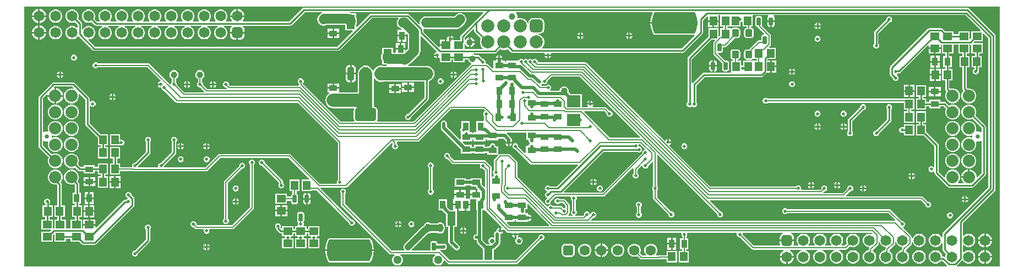
<source format=gbl>
G04*
G04 #@! TF.GenerationSoftware,Altium Limited,Altium Designer,24.2.2 (26)*
G04*
G04 Layer_Physical_Order=4*
G04 Layer_Color=16711680*
%FSLAX44Y44*%
%MOMM*%
G71*
G04*
G04 #@! TF.SameCoordinates,29065ECF-91ED-40A2-A03B-0633D3A06584*
G04*
G04*
G04 #@! TF.FilePolarity,Positive*
G04*
G01*
G75*
%ADD10C,0.2500*%
%ADD11C,0.2000*%
%ADD17C,1.0000*%
%ADD19R,1.1500X1.3500*%
%ADD21R,1.3500X1.1500*%
G04:AMPARAMS|DCode=35|XSize=0.65mm|YSize=1.25mm|CornerRadius=0.1625mm|HoleSize=0mm|Usage=FLASHONLY|Rotation=0.000|XOffset=0mm|YOffset=0mm|HoleType=Round|Shape=RoundedRectangle|*
%AMROUNDEDRECTD35*
21,1,0.6500,0.9250,0,0,0.0*
21,1,0.3250,1.2500,0,0,0.0*
1,1,0.3250,0.1625,-0.4625*
1,1,0.3250,-0.1625,-0.4625*
1,1,0.3250,-0.1625,0.4625*
1,1,0.3250,0.1625,0.4625*
%
%ADD35ROUNDEDRECTD35*%
%ADD41R,0.9000X1.3000*%
%ADD42R,1.3000X0.9000*%
%ADD82C,0.5000*%
%ADD83C,2.0000*%
%ADD84C,1.5000*%
%ADD85C,1.6500*%
G04:AMPARAMS|DCode=86|XSize=1.65mm|YSize=1.65mm|CornerRadius=0.4125mm|HoleSize=0mm|Usage=FLASHONLY|Rotation=180.000|XOffset=0mm|YOffset=0mm|HoleType=Round|Shape=RoundedRectangle|*
%AMROUNDEDRECTD86*
21,1,1.6500,0.8250,0,0,180.0*
21,1,0.8250,1.6500,0,0,180.0*
1,1,0.8250,-0.4125,0.4125*
1,1,0.8250,0.4125,0.4125*
1,1,0.8250,0.4125,-0.4125*
1,1,0.8250,-0.4125,-0.4125*
%
%ADD86ROUNDEDRECTD86*%
%ADD87C,0.7000*%
%ADD88C,1.6000*%
G04:AMPARAMS|DCode=89|XSize=1.6mm|YSize=1.6mm|CornerRadius=0.4mm|HoleSize=0mm|Usage=FLASHONLY|Rotation=0.000|XOffset=0mm|YOffset=0mm|HoleType=Round|Shape=RoundedRectangle|*
%AMROUNDEDRECTD89*
21,1,1.6000,0.8000,0,0,0.0*
21,1,0.8000,1.6000,0,0,0.0*
1,1,0.8000,0.4000,-0.4000*
1,1,0.8000,-0.4000,-0.4000*
1,1,0.8000,-0.4000,0.4000*
1,1,0.8000,0.4000,0.4000*
%
%ADD89ROUNDEDRECTD89*%
%ADD90O,1.5000X1.2500*%
%ADD91C,2.0000*%
G04:AMPARAMS|DCode=92|XSize=2mm|YSize=2mm|CornerRadius=0.5mm|HoleSize=0mm|Usage=FLASHONLY|Rotation=90.000|XOffset=0mm|YOffset=0mm|HoleType=Round|Shape=RoundedRectangle|*
%AMROUNDEDRECTD92*
21,1,2.0000,1.0000,0,0,90.0*
21,1,1.0000,2.0000,0,0,90.0*
1,1,1.0000,0.5000,0.5000*
1,1,1.0000,0.5000,-0.5000*
1,1,1.0000,-0.5000,-0.5000*
1,1,1.0000,-0.5000,0.5000*
%
%ADD92ROUNDEDRECTD92*%
%ADD93C,1.8750*%
%ADD94C,0.6750*%
%ADD95C,1.3000*%
%ADD96C,0.5000*%
%ADD97C,1.0000*%
G04:AMPARAMS|DCode=98|XSize=3.3mm|YSize=2.1mm|CornerRadius=0.525mm|HoleSize=0mm|Usage=FLASHONLY|Rotation=180.000|XOffset=0mm|YOffset=0mm|HoleType=Round|Shape=RoundedRectangle|*
%AMROUNDEDRECTD98*
21,1,3.3000,1.0500,0,0,180.0*
21,1,2.2500,2.1000,0,0,180.0*
1,1,1.0500,-1.1250,0.5250*
1,1,1.0500,1.1250,0.5250*
1,1,1.0500,1.1250,-0.5250*
1,1,1.0500,-1.1250,-0.5250*
%
%ADD98ROUNDEDRECTD98*%
G04:AMPARAMS|DCode=99|XSize=1mm|YSize=2.1mm|CornerRadius=0.25mm|HoleSize=0mm|Usage=FLASHONLY|Rotation=180.000|XOffset=0mm|YOffset=0mm|HoleType=Round|Shape=RoundedRectangle|*
%AMROUNDEDRECTD99*
21,1,1.0000,1.6000,0,0,180.0*
21,1,0.5000,2.1000,0,0,180.0*
1,1,0.5000,-0.2500,0.8000*
1,1,0.5000,0.2500,0.8000*
1,1,0.5000,0.2500,-0.8000*
1,1,0.5000,-0.2500,-0.8000*
%
%ADD99ROUNDEDRECTD99*%
%ADD100R,3.0000X2.0000*%
%ADD101R,2.0000X1.8500*%
%ADD102R,1.3000X2.2000*%
G04:AMPARAMS|DCode=103|XSize=1.2mm|YSize=1.1mm|CornerRadius=0.275mm|HoleSize=0mm|Usage=FLASHONLY|Rotation=90.000|XOffset=0mm|YOffset=0mm|HoleType=Round|Shape=RoundedRectangle|*
%AMROUNDEDRECTD103*
21,1,1.2000,0.5500,0,0,90.0*
21,1,0.6500,1.1000,0,0,90.0*
1,1,0.5500,0.2750,0.3250*
1,1,0.5500,0.2750,-0.3250*
1,1,0.5500,-0.2750,-0.3250*
1,1,0.5500,-0.2750,0.3250*
%
%ADD103ROUNDEDRECTD103*%
G04:AMPARAMS|DCode=104|XSize=1.3mm|YSize=1.1mm|CornerRadius=0.275mm|HoleSize=0mm|Usage=FLASHONLY|Rotation=270.000|XOffset=0mm|YOffset=0mm|HoleType=Round|Shape=RoundedRectangle|*
%AMROUNDEDRECTD104*
21,1,1.3000,0.5500,0,0,270.0*
21,1,0.7500,1.1000,0,0,270.0*
1,1,0.5500,-0.2750,-0.3750*
1,1,0.5500,-0.2750,0.3750*
1,1,0.5500,0.2750,0.3750*
1,1,0.5500,0.2750,-0.3750*
%
%ADD104ROUNDEDRECTD104*%
G36*
X705827Y490513D02*
X692657Y477343D01*
X692657Y477343D01*
X671092Y455778D01*
X670374Y454703D01*
X670121Y453435D01*
Y448315D01*
X660496D01*
X660219Y448730D01*
X655000D01*
Y450000D01*
X653730D01*
Y454929D01*
X652145Y454273D01*
X650727Y452855D01*
X649960Y451003D01*
Y448997D01*
X649865Y448855D01*
X649205D01*
Y440565D01*
X647935D01*
Y439295D01*
X638645D01*
Y437701D01*
X637472Y437215D01*
X613564Y461123D01*
Y464953D01*
X613559Y464975D01*
X614672Y465888D01*
X615020Y465744D01*
X617500Y465418D01*
X665000D01*
X667480Y465744D01*
X669791Y466702D01*
X671775Y468224D01*
X676776Y473225D01*
X678298Y475209D01*
X679256Y477520D01*
X679582Y480000D01*
X679256Y482480D01*
X678298Y484791D01*
X676776Y486776D01*
X674791Y488298D01*
X672480Y489255D01*
X670000Y489582D01*
X667520Y489255D01*
X665209Y488298D01*
X663225Y486776D01*
X661031Y484582D01*
X617500D01*
X615020Y484255D01*
X612709Y483298D01*
X610724Y481775D01*
X609202Y479791D01*
X608245Y477480D01*
X607918Y475000D01*
X608105Y473580D01*
X606902Y472987D01*
X591796Y488093D01*
X590721Y488811D01*
X589453Y489063D01*
X579262D01*
X579236Y489064D01*
X579224Y489061D01*
X579211Y489064D01*
X533096D01*
X531828Y488811D01*
X530753Y488093D01*
X511357Y468697D01*
X510183Y469183D01*
Y472129D01*
X510939Y473953D01*
X511265Y476433D01*
Y478933D01*
X511103Y480165D01*
X510940Y481411D01*
X510939Y481412D01*
X510939Y481413D01*
X510463Y482562D01*
X510183Y483238D01*
Y489433D01*
X501884D01*
X501410Y489798D01*
X501409Y489798D01*
X501408Y489798D01*
X500214Y490293D01*
X499917Y490416D01*
X500170Y491686D01*
X705341D01*
X705827Y490513D01*
D02*
G37*
G36*
X966113Y490965D02*
X966277Y490480D01*
X964700Y486433D01*
X964677Y486308D01*
X964623Y486193D01*
X963557Y481982D01*
X963551Y481854D01*
X963511Y481733D01*
X963161Y478924D01*
X962486Y477295D01*
X962351Y476270D01*
X964998D01*
X964998Y477171D01*
X965534Y481482D01*
X966600Y485693D01*
X968177Y489739D01*
X969210Y491650D01*
Y491650D01*
X1030790D01*
X1030787Y491648D01*
X1031820Y489738D01*
X1033398Y485692D01*
X1034463Y481481D01*
X1035000Y477172D01*
Y472828D01*
X1034463Y468519D01*
X1033398Y464308D01*
X1031820Y460262D01*
X1030787Y458352D01*
X1030787D01*
X1030790Y458350D01*
X969214D01*
X969214Y458350D01*
X968181Y460260D01*
X966602Y464307D01*
X965536Y468517D01*
X964998Y472828D01*
X964998Y473730D01*
X962351D01*
X962486Y472705D01*
X963162Y471073D01*
X963512Y468265D01*
X963553Y468144D01*
X963559Y468017D01*
X964625Y463806D01*
X964680Y463691D01*
X964702Y463566D01*
X966281Y459519D01*
X966349Y459412D01*
X966387Y459290D01*
X967420Y457380D01*
X967450Y457344D01*
X967465Y457301D01*
X967635Y457114D01*
X967772Y456908D01*
X967860Y456850D01*
X967928Y456767D01*
X967969Y456746D01*
X968000Y456711D01*
X968228Y456604D01*
X968434Y456466D01*
X968537Y456446D01*
X968632Y456395D01*
X968678Y456391D01*
X968719Y456371D01*
X968970Y456359D01*
X969214Y456311D01*
X1029828D01*
X1030355Y455041D01*
X1010693Y435379D01*
X796330D01*
X795804Y436649D01*
X797102Y437947D01*
X798682Y440683D01*
X799500Y443735D01*
Y446895D01*
X798682Y449947D01*
X797102Y452683D01*
X794868Y454917D01*
X792132Y456497D01*
X790313Y456985D01*
X790480Y458255D01*
X792500D01*
X794327Y458495D01*
X796030Y459201D01*
X797493Y460322D01*
X798615Y461785D01*
X799320Y463488D01*
X799560Y465315D01*
Y475315D01*
X799320Y477142D01*
X798615Y478845D01*
X797493Y480308D01*
X796030Y481429D01*
X794327Y482135D01*
X792500Y482375D01*
X782500D01*
X780673Y482135D01*
X778970Y481429D01*
X777507Y480308D01*
X776385Y478845D01*
X775680Y477142D01*
X775440Y475315D01*
Y473295D01*
X774170Y473128D01*
X773682Y474947D01*
X772102Y477683D01*
X769868Y479917D01*
X767132Y481497D01*
X764080Y482315D01*
X760920D01*
X758773Y481740D01*
X757736Y482777D01*
X757965Y483632D01*
Y485738D01*
X757420Y487773D01*
X756367Y489597D01*
X755548Y490416D01*
X756074Y491686D01*
X965669D01*
X966113Y490965D01*
D02*
G37*
G36*
X691686Y465341D02*
Y462815D01*
X691938Y461547D01*
X692657Y460472D01*
X702000Y451129D01*
X701318Y449947D01*
X700500Y446895D01*
Y443735D01*
X701318Y440683D01*
X702898Y437947D01*
X705132Y435713D01*
X705317Y435606D01*
X704988Y434379D01*
X676685D01*
Y441993D01*
X677955Y442160D01*
X677974Y442090D01*
X678967Y440370D01*
X680370Y438966D01*
X682090Y437974D01*
X683730Y437534D01*
Y445000D01*
Y452466D01*
X682090Y452026D01*
X680370Y451034D01*
X678967Y449630D01*
X678019Y447988D01*
X677898Y447950D01*
X676749Y448538D01*
Y452062D01*
X690513Y465827D01*
X691686Y465341D01*
D02*
G37*
G36*
X947032Y299299D02*
X946546Y298126D01*
X900442D01*
X860800Y337768D01*
X861286Y338941D01*
X891733D01*
X895500Y335174D01*
Y334105D01*
X896185Y332451D01*
X897451Y331185D01*
X899105Y330500D01*
X900895D01*
X902549Y331185D01*
X903815Y332451D01*
X904500Y334105D01*
Y335895D01*
X903815Y337549D01*
X902549Y338815D01*
X900895Y339500D01*
X899826D01*
X895163Y344163D01*
X894170Y344826D01*
X893000Y345059D01*
X893000Y345059D01*
X873983D01*
X873457Y346329D01*
X874273Y347145D01*
X874929Y348730D01*
X865071D01*
X865727Y347145D01*
X866543Y346329D01*
X866017Y345059D01*
X857000D01*
Y365500D01*
X839489D01*
X836770Y368219D01*
X837000Y369078D01*
Y370922D01*
X836523Y372702D01*
X835601Y374298D01*
X834298Y375601D01*
X832702Y376523D01*
X830922Y377000D01*
X829078D01*
X827298Y376523D01*
X825702Y375601D01*
X824399Y374298D01*
X823477Y372702D01*
X823000Y370922D01*
Y370588D01*
X809248D01*
X808722Y371858D01*
X809315Y372451D01*
X810000Y374105D01*
Y375895D01*
X809315Y377549D01*
X808049Y378815D01*
X806395Y379500D01*
X804605D01*
X802951Y378815D01*
X802195Y378059D01*
X795057D01*
X794783Y379232D01*
X794781Y379329D01*
X796182Y380730D01*
X796273Y380951D01*
X797451Y381185D01*
X799105Y380500D01*
X800895D01*
X802549Y381185D01*
X803815Y382451D01*
X804500Y384105D01*
Y385174D01*
X811267Y391941D01*
X854390D01*
X947032Y299299D01*
D02*
G37*
G36*
X634101Y431213D02*
X633630Y429888D01*
X632145Y429273D01*
X630727Y427855D01*
X630071Y426270D01*
X635000D01*
Y425000D01*
X636270D01*
Y420071D01*
X637855Y420727D01*
X638012Y420884D01*
X639185Y420398D01*
Y414315D01*
X656685D01*
Y418751D01*
X659185D01*
Y414315D01*
X676685D01*
Y418751D01*
X682236D01*
Y418660D01*
X682713Y416879D01*
X683635Y415283D01*
X684938Y413980D01*
X686534Y413058D01*
X687163Y412890D01*
X687400Y411716D01*
X687370Y411519D01*
X686837Y411163D01*
X686837Y411163D01*
X598733Y323059D01*
X543006D01*
X542380Y324329D01*
X542583Y324594D01*
X543313Y326357D01*
X543563Y328250D01*
Y338750D01*
X543313Y340643D01*
X542583Y342406D01*
X541421Y343921D01*
X539906Y345083D01*
X538143Y345813D01*
X537104Y345950D01*
Y388902D01*
X538374Y389333D01*
X539441Y387942D01*
X541534Y386336D01*
X542256Y385256D01*
X543744Y384261D01*
X545500Y383912D01*
X550500D01*
X552256Y384261D01*
X552459Y384397D01*
X615186D01*
Y359872D01*
X589814Y334500D01*
X589105D01*
X587451Y333815D01*
X586185Y332549D01*
X585500Y330895D01*
Y329105D01*
X586185Y327451D01*
X587451Y326185D01*
X589105Y325500D01*
X590895D01*
X592549Y326185D01*
X593815Y327451D01*
X594500Y329105D01*
Y329814D01*
X620843Y356157D01*
X621561Y357232D01*
X621813Y358500D01*
Y384884D01*
X624551Y386018D01*
X627058Y387942D01*
X628982Y390448D01*
X630191Y393368D01*
X630603Y396500D01*
X630191Y399633D01*
X628982Y402552D01*
X627058Y405059D01*
X624551Y406982D01*
X621632Y408191D01*
X618500Y408604D01*
X590299D01*
X589773Y409874D01*
X589806Y409906D01*
X591726Y410702D01*
X593711Y412225D01*
X606275Y424789D01*
X607588Y426500D01*
X608000D01*
Y427261D01*
X608755Y429085D01*
X609082Y431565D01*
Y454436D01*
X610352Y454962D01*
X634101Y431213D01*
D02*
G37*
G36*
X771500Y295000D02*
X775412D01*
Y293514D01*
X775500Y293071D01*
Y292619D01*
X775673Y292201D01*
X775761Y291758D01*
X776012Y291382D01*
X776185Y290965D01*
X776505Y290645D01*
X776646Y290433D01*
X776756Y290177D01*
X776767Y288908D01*
X776682Y288809D01*
X775727Y287855D01*
X774960Y286003D01*
Y285540D01*
X770960D01*
Y275025D01*
X769787Y274539D01*
X759500Y284826D01*
Y285895D01*
X758815Y287549D01*
X757549Y288815D01*
X755895Y289500D01*
X754105D01*
X752451Y288815D01*
X751185Y287549D01*
X750500Y285895D01*
Y284105D01*
X751185Y282451D01*
X752451Y281185D01*
X754105Y280500D01*
X755174D01*
X777837Y257837D01*
X777837Y257837D01*
X778829Y257174D01*
X780000Y256941D01*
X780000Y256941D01*
X850596D01*
X851082Y255768D01*
X818628Y223314D01*
X808050D01*
X807549Y223815D01*
X805895Y224500D01*
X804105D01*
X802451Y223815D01*
X801185Y222549D01*
X800500Y220895D01*
Y219105D01*
X801185Y217451D01*
X802451Y216185D01*
X803686Y215673D01*
Y214327D01*
X802451Y213815D01*
X801185Y212549D01*
X800500Y210895D01*
Y209105D01*
X801185Y207451D01*
X802451Y206185D01*
X803687Y205673D01*
Y204327D01*
X802451Y203815D01*
X801185Y202549D01*
X800500Y200895D01*
Y199105D01*
X801185Y197451D01*
X802451Y196185D01*
X804105Y195500D01*
X805895D01*
X807549Y196185D01*
X808815Y197451D01*
X809500Y199105D01*
Y200174D01*
X817017Y207691D01*
X839869D01*
X840718Y206421D01*
X840500Y205895D01*
Y204105D01*
X841185Y202451D01*
X841941Y201695D01*
Y186805D01*
X841185Y186049D01*
X840500Y184395D01*
Y182605D01*
X841185Y180951D01*
X842451Y179685D01*
X843311Y179329D01*
X843059Y178059D01*
X836822D01*
X836336Y179232D01*
X837663Y180559D01*
X837663Y180559D01*
X838326Y181551D01*
X838559Y182722D01*
X838559Y182722D01*
Y194500D01*
X838326Y195671D01*
X837663Y196663D01*
X831663Y202663D01*
X830671Y203326D01*
X829500Y203559D01*
X829500Y203559D01*
X823305D01*
X822549Y204315D01*
X820895Y205000D01*
X819105D01*
X817451Y204315D01*
X816185Y203049D01*
X815500Y201395D01*
Y199605D01*
X816185Y197951D01*
X817451Y196685D01*
X819105Y196000D01*
X820895D01*
X822549Y196685D01*
X823305Y197441D01*
X828233D01*
X832441Y193233D01*
Y190003D01*
X831385Y189297D01*
X830895Y189500D01*
X829826D01*
X826913Y192413D01*
X825920Y193076D01*
X824750Y193309D01*
X824750Y193309D01*
X812804D01*
X811797Y194315D01*
X810144Y195000D01*
X808353D01*
X806699Y194315D01*
X805434Y193049D01*
X805230Y192559D01*
X803985Y192311D01*
X758058Y238237D01*
Y260000D01*
X758059Y260000D01*
X757826Y261171D01*
X757163Y262163D01*
X747163Y272163D01*
X746170Y272826D01*
X745000Y273059D01*
X745000Y273059D01*
X732222D01*
X731051Y272826D01*
X730059Y272163D01*
X730059Y272163D01*
X729681Y271784D01*
X728500Y272400D01*
Y285000D01*
X724588D01*
X724500Y285444D01*
Y285895D01*
X724327Y286312D01*
X724239Y286756D01*
X723988Y287132D01*
X723815Y287549D01*
X723495Y287868D01*
X723244Y288244D01*
X722869Y288495D01*
X722549Y288815D01*
X722131Y288988D01*
X721756Y289239D01*
X721313Y289327D01*
X720895Y289500D01*
X720443D01*
X720000Y289588D01*
X719558Y289500D01*
X719105D01*
X718687Y289327D01*
X718244Y289239D01*
X717869Y288988D01*
X717451Y288815D01*
X717131Y288494D01*
X716756Y288244D01*
X716505Y287869D01*
X716185Y287549D01*
X716012Y287131D01*
X715761Y286756D01*
X715673Y286313D01*
X715500Y285895D01*
Y285442D01*
X715412Y285000D01*
X711500D01*
Y284088D01*
X708500D01*
Y287000D01*
X691500D01*
Y284088D01*
X688500D01*
Y287000D01*
X677989D01*
X673702Y291287D01*
X674188Y292460D01*
X689040D01*
Y295912D01*
X690960D01*
Y292460D01*
X709040D01*
Y295912D01*
X710960D01*
Y294460D01*
X729040D01*
Y296912D01*
X736600D01*
X740412Y293099D01*
Y292093D01*
X740071Y291270D01*
X749929D01*
X749588Y292093D01*
Y295000D01*
X749239Y296756D01*
X748244Y298244D01*
X741817Y304671D01*
X741843Y304982D01*
X742239Y305941D01*
X771500D01*
Y295000D01*
D02*
G37*
G36*
X954344Y280674D02*
X953833Y279388D01*
X952451Y278815D01*
X951185Y277549D01*
X950500Y275895D01*
Y274826D01*
X889483Y213809D01*
X830155D01*
X829669Y214982D01*
X891190Y276503D01*
X942153D01*
X942654Y276002D01*
X944308Y275317D01*
X946098D01*
X947752Y276002D01*
X949018Y277268D01*
X949703Y278922D01*
Y280712D01*
X949018Y282366D01*
X947752Y283632D01*
X946098Y284317D01*
X944737D01*
X944500Y284672D01*
Y286462D01*
X944297Y286952D01*
X945003Y288008D01*
X947009D01*
X954344Y280674D01*
D02*
G37*
G36*
X807442Y163232D02*
X806956Y162059D01*
X747267D01*
X742039Y167287D01*
X742525Y168460D01*
X754040D01*
Y170911D01*
X755956D01*
Y168459D01*
X774036D01*
Y169960D01*
X776003D01*
X777855Y170727D01*
X779273Y172145D01*
X779929Y173730D01*
X775000D01*
Y176270D01*
X779929D01*
X779273Y177855D01*
X777855Y179273D01*
X776003Y180040D01*
X774036D01*
Y182539D01*
X771045D01*
X770815Y182693D01*
X770262Y183438D01*
X770127Y183809D01*
X770250Y184105D01*
Y184557D01*
X770338Y185000D01*
Y187999D01*
X773496D01*
Y195518D01*
X774670Y196004D01*
X807442Y163232D01*
D02*
G37*
G36*
X1500000Y100000D02*
X1434479D01*
X1434451Y100034D01*
X1434020Y101270D01*
X1441938Y109188D01*
X1443428Y109147D01*
X1443798Y108506D01*
X1445706Y106598D01*
X1448044Y105248D01*
X1450651Y104550D01*
X1453349D01*
X1455956Y105248D01*
X1458294Y106598D01*
X1460202Y108506D01*
X1461552Y110844D01*
X1462250Y113451D01*
Y116149D01*
X1461552Y118756D01*
X1460202Y121094D01*
X1458294Y123002D01*
X1455956Y124352D01*
X1453349Y125050D01*
X1450651D01*
X1448044Y124352D01*
X1445706Y123002D01*
X1444584Y121880D01*
X1443314Y122406D01*
Y132594D01*
X1444584Y133120D01*
X1445706Y131998D01*
X1448044Y130648D01*
X1450651Y129950D01*
X1453349D01*
X1455956Y130648D01*
X1458294Y131998D01*
X1460202Y133906D01*
X1461552Y136244D01*
X1462250Y138851D01*
Y141549D01*
X1461552Y144156D01*
X1460202Y146494D01*
X1458294Y148402D01*
X1455956Y149752D01*
X1453349Y150450D01*
X1450651D01*
X1448044Y149752D01*
X1445706Y148402D01*
X1444584Y147280D01*
X1443314Y147806D01*
Y167264D01*
X1492343Y216293D01*
X1493062Y217368D01*
X1493314Y218636D01*
Y455000D01*
X1493062Y456268D01*
X1492343Y457343D01*
X1452343Y497343D01*
X1451268Y498061D01*
X1450000Y498313D01*
X430000D01*
X428732Y498061D01*
X427657Y497343D01*
X407327Y477014D01*
X336132D01*
X335646Y478187D01*
X336034Y478575D01*
X337455Y481035D01*
X338190Y483779D01*
Y483930D01*
X327400D01*
X316610D01*
Y483779D01*
X317345Y481035D01*
X318766Y478575D01*
X319154Y478187D01*
X318668Y477014D01*
X309968D01*
X309482Y478187D01*
X310202Y478906D01*
X311551Y481244D01*
X312250Y483851D01*
Y486549D01*
X311551Y489156D01*
X310202Y491494D01*
X308294Y493402D01*
X305956Y494752D01*
X303349Y495450D01*
X300651D01*
X298044Y494752D01*
X295706Y493402D01*
X293798Y491494D01*
X292449Y489156D01*
X291750Y486549D01*
Y483851D01*
X292449Y481244D01*
X293798Y478906D01*
X294517Y478187D01*
X294032Y477014D01*
X284569D01*
X284083Y478187D01*
X284802Y478906D01*
X286152Y481244D01*
X286850Y483851D01*
Y486549D01*
X286152Y489156D01*
X284802Y491494D01*
X282894Y493402D01*
X280556Y494752D01*
X277949Y495450D01*
X275251D01*
X272644Y494752D01*
X270306Y493402D01*
X268398Y491494D01*
X267048Y489156D01*
X266350Y486549D01*
Y483851D01*
X267048Y481244D01*
X268398Y478906D01*
X269118Y478187D01*
X268631Y477014D01*
X259168D01*
X258682Y478187D01*
X259402Y478906D01*
X260751Y481244D01*
X261450Y483851D01*
Y486549D01*
X260751Y489156D01*
X259402Y491494D01*
X257494Y493402D01*
X255156Y494752D01*
X252549Y495450D01*
X249851D01*
X247244Y494752D01*
X244906Y493402D01*
X242998Y491494D01*
X241649Y489156D01*
X240950Y486549D01*
Y483851D01*
X241649Y481244D01*
X242998Y478906D01*
X243717Y478187D01*
X243232Y477014D01*
X233769D01*
X233283Y478187D01*
X234002Y478906D01*
X235352Y481244D01*
X236050Y483851D01*
Y486549D01*
X235352Y489156D01*
X234002Y491494D01*
X232094Y493402D01*
X229756Y494752D01*
X227149Y495450D01*
X224451D01*
X221844Y494752D01*
X219506Y493402D01*
X217598Y491494D01*
X216248Y489156D01*
X215550Y486549D01*
Y483851D01*
X216248Y481244D01*
X217598Y478906D01*
X218318Y478187D01*
X217831Y477014D01*
X208368D01*
X207882Y478187D01*
X208602Y478906D01*
X209951Y481244D01*
X210650Y483851D01*
Y486549D01*
X209951Y489156D01*
X208602Y491494D01*
X206694Y493402D01*
X204356Y494752D01*
X201749Y495450D01*
X199051D01*
X196444Y494752D01*
X194106Y493402D01*
X192198Y491494D01*
X190849Y489156D01*
X190150Y486549D01*
Y483851D01*
X190849Y481244D01*
X192198Y478906D01*
X192917Y478187D01*
X192432Y477014D01*
X182969D01*
X182482Y478187D01*
X183202Y478906D01*
X184552Y481244D01*
X185250Y483851D01*
Y486549D01*
X184552Y489156D01*
X183202Y491494D01*
X181294Y493402D01*
X178956Y494752D01*
X176349Y495450D01*
X173651D01*
X171044Y494752D01*
X168706Y493402D01*
X166798Y491494D01*
X165448Y489156D01*
X164750Y486549D01*
Y483851D01*
X165448Y481244D01*
X166798Y478906D01*
X167518Y478187D01*
X167031Y477014D01*
X157569D01*
X157083Y478187D01*
X157802Y478906D01*
X159151Y481244D01*
X159850Y483851D01*
Y486549D01*
X159151Y489156D01*
X157802Y491494D01*
X155894Y493402D01*
X153556Y494752D01*
X150949Y495450D01*
X148251D01*
X145644Y494752D01*
X143306Y493402D01*
X141398Y491494D01*
X140049Y489156D01*
X139350Y486549D01*
Y483851D01*
X140049Y481244D01*
X141398Y478906D01*
X142118Y478187D01*
X141631Y477014D01*
X132169D01*
X131683Y478187D01*
X132402Y478906D01*
X133751Y481244D01*
X134450Y483851D01*
Y486549D01*
X133751Y489156D01*
X132402Y491494D01*
X130494Y493402D01*
X128156Y494752D01*
X125549Y495450D01*
X122851D01*
X120244Y494752D01*
X117906Y493402D01*
X115998Y491494D01*
X114649Y489156D01*
X113950Y486549D01*
Y483851D01*
X114649Y481244D01*
X115998Y478906D01*
X116718Y478187D01*
X116231Y477014D01*
X111673D01*
X108019Y480667D01*
X108351Y481244D01*
X109050Y483851D01*
Y486549D01*
X108351Y489156D01*
X107002Y491494D01*
X105094Y493402D01*
X102756Y494752D01*
X100149Y495450D01*
X97451D01*
X94844Y494752D01*
X92506Y493402D01*
X90598Y491494D01*
X89249Y489156D01*
X88550Y486549D01*
Y483851D01*
X89249Y481244D01*
X90598Y478906D01*
X92506Y476998D01*
X94844Y475648D01*
X97451Y474950D01*
X100149D01*
X102756Y475648D01*
X103333Y475981D01*
X107957Y471357D01*
X109032Y470638D01*
X110300Y470386D01*
X119496D01*
X119836Y469116D01*
X117906Y468002D01*
X115998Y466094D01*
X114649Y463756D01*
X113950Y461149D01*
Y458451D01*
X114649Y455844D01*
X115998Y453506D01*
X117906Y451598D01*
X120244Y450248D01*
X122851Y449550D01*
X125549D01*
X128156Y450248D01*
X130494Y451598D01*
X132402Y453506D01*
X133751Y455844D01*
X134450Y458451D01*
Y461149D01*
X133751Y463756D01*
X132402Y466094D01*
X130494Y468002D01*
X128564Y469116D01*
X128904Y470386D01*
X144896D01*
X145236Y469116D01*
X143306Y468002D01*
X141398Y466094D01*
X140049Y463756D01*
X139350Y461149D01*
Y458451D01*
X140049Y455844D01*
X141398Y453506D01*
X143306Y451598D01*
X145644Y450248D01*
X148251Y449550D01*
X150949D01*
X153556Y450248D01*
X155894Y451598D01*
X157802Y453506D01*
X159151Y455844D01*
X159850Y458451D01*
Y461149D01*
X159151Y463756D01*
X157802Y466094D01*
X155894Y468002D01*
X153964Y469116D01*
X154304Y470386D01*
X170296D01*
X170636Y469116D01*
X168706Y468002D01*
X166798Y466094D01*
X165448Y463756D01*
X164750Y461149D01*
Y458451D01*
X165448Y455844D01*
X166798Y453506D01*
X168706Y451598D01*
X171044Y450248D01*
X173651Y449550D01*
X176349D01*
X178956Y450248D01*
X181294Y451598D01*
X183202Y453506D01*
X184552Y455844D01*
X185250Y458451D01*
Y461149D01*
X184552Y463756D01*
X183202Y466094D01*
X181294Y468002D01*
X179364Y469116D01*
X179704Y470386D01*
X195696D01*
X196036Y469116D01*
X194106Y468002D01*
X192198Y466094D01*
X190849Y463756D01*
X190150Y461149D01*
Y458451D01*
X190849Y455844D01*
X192198Y453506D01*
X194106Y451598D01*
X196444Y450248D01*
X199051Y449550D01*
X201749D01*
X204356Y450248D01*
X206694Y451598D01*
X208602Y453506D01*
X209951Y455844D01*
X210650Y458451D01*
Y461149D01*
X209951Y463756D01*
X208602Y466094D01*
X206694Y468002D01*
X204764Y469116D01*
X205104Y470386D01*
X221096D01*
X221436Y469116D01*
X219506Y468002D01*
X217598Y466094D01*
X216248Y463756D01*
X215550Y461149D01*
Y458451D01*
X216248Y455844D01*
X217598Y453506D01*
X219506Y451598D01*
X221844Y450248D01*
X224451Y449550D01*
X227149D01*
X229756Y450248D01*
X232094Y451598D01*
X234002Y453506D01*
X235352Y455844D01*
X236050Y458451D01*
Y461149D01*
X235352Y463756D01*
X234002Y466094D01*
X232094Y468002D01*
X230164Y469116D01*
X230504Y470386D01*
X246496D01*
X246836Y469116D01*
X244906Y468002D01*
X242998Y466094D01*
X241649Y463756D01*
X240950Y461149D01*
Y458451D01*
X241649Y455844D01*
X242998Y453506D01*
X244906Y451598D01*
X247244Y450248D01*
X249851Y449550D01*
X252549D01*
X255156Y450248D01*
X257494Y451598D01*
X259402Y453506D01*
X260751Y455844D01*
X261450Y458451D01*
Y461149D01*
X260751Y463756D01*
X259402Y466094D01*
X257494Y468002D01*
X255564Y469116D01*
X255904Y470386D01*
X271896D01*
X272236Y469116D01*
X270306Y468002D01*
X268398Y466094D01*
X267048Y463756D01*
X266350Y461149D01*
Y458451D01*
X267048Y455844D01*
X268398Y453506D01*
X270306Y451598D01*
X272644Y450248D01*
X275251Y449550D01*
X277949D01*
X280556Y450248D01*
X282894Y451598D01*
X284802Y453506D01*
X286152Y455844D01*
X286850Y458451D01*
Y461149D01*
X286152Y463756D01*
X284802Y466094D01*
X282894Y468002D01*
X280964Y469116D01*
X281304Y470386D01*
X297296D01*
X297636Y469116D01*
X295706Y468002D01*
X293798Y466094D01*
X292449Y463756D01*
X291750Y461149D01*
Y458451D01*
X292449Y455844D01*
X293798Y453506D01*
X295706Y451598D01*
X298044Y450248D01*
X300651Y449550D01*
X303349D01*
X305956Y450248D01*
X308294Y451598D01*
X310202Y453506D01*
X311551Y455844D01*
X312250Y458451D01*
Y461149D01*
X311551Y463756D01*
X310202Y466094D01*
X308294Y468002D01*
X306364Y469116D01*
X306704Y470386D01*
X318661D01*
X319092Y469116D01*
X318521Y468679D01*
X317453Y467286D01*
X316782Y465665D01*
X316553Y463925D01*
Y461070D01*
X327400D01*
X338247D01*
Y463925D01*
X338018Y465665D01*
X337347Y467286D01*
X336278Y468679D01*
X335708Y469116D01*
X336139Y470386D01*
X408700D01*
X409968Y470638D01*
X411043Y471357D01*
X431373Y491686D01*
X457947D01*
X458200Y490416D01*
X457871Y490280D01*
X456709Y489798D01*
X456708Y489798D01*
X456707Y489798D01*
X455654Y488989D01*
X454724Y488276D01*
X454724Y488275D01*
X454723Y488274D01*
X453223Y486774D01*
X451701Y484790D01*
X450744Y482478D01*
X450418Y479998D01*
X450745Y477519D01*
X451703Y475208D01*
X453226Y473223D01*
X455210Y471701D01*
X457522Y470744D01*
X460002Y470418D01*
X462482Y470745D01*
X464793Y471703D01*
X465073Y471918D01*
X493023D01*
X493183Y471796D01*
Y463433D01*
X504434D01*
X504920Y462260D01*
X480974Y438314D01*
X108709D01*
X98646Y448377D01*
X99132Y449550D01*
X100149D01*
X102756Y450248D01*
X105094Y451598D01*
X107002Y453506D01*
X108351Y455844D01*
X109050Y458451D01*
Y461149D01*
X108351Y463756D01*
X107002Y466094D01*
X105094Y468002D01*
X102756Y469352D01*
X100149Y470050D01*
X97451D01*
X94844Y469352D01*
X92506Y468002D01*
X90598Y466094D01*
X89641Y464436D01*
X88371Y464777D01*
Y473542D01*
X88119Y474810D01*
X87401Y475886D01*
X82619Y480667D01*
X82951Y481244D01*
X83650Y483851D01*
Y486549D01*
X82951Y489156D01*
X81602Y491494D01*
X79694Y493402D01*
X77356Y494752D01*
X74749Y495450D01*
X72051D01*
X69444Y494752D01*
X67106Y493402D01*
X65198Y491494D01*
X63849Y489156D01*
X63150Y486549D01*
Y483851D01*
X63849Y481244D01*
X65198Y478906D01*
X67106Y476998D01*
X69444Y475648D01*
X72051Y474950D01*
X74749D01*
X77356Y475648D01*
X77933Y475981D01*
X81744Y472170D01*
Y467748D01*
X80474Y467222D01*
X79694Y468002D01*
X77356Y469352D01*
X74749Y470050D01*
X72051D01*
X69444Y469352D01*
X67106Y468002D01*
X65198Y466094D01*
X63849Y463756D01*
X63150Y461149D01*
Y458451D01*
X63849Y455844D01*
X65198Y453506D01*
X67106Y451598D01*
X69444Y450248D01*
X72051Y449550D01*
X74749D01*
X77356Y450248D01*
X79694Y451598D01*
X81602Y453506D01*
X81875Y453979D01*
X83462Y454188D01*
X104993Y432657D01*
X106068Y431939D01*
X107336Y431686D01*
X482346D01*
X483615Y431939D01*
X484690Y432657D01*
X534469Y482436D01*
X574631D01*
X575258Y481166D01*
X574202Y479791D01*
X573245Y477480D01*
X572918Y475000D01*
X573245Y472520D01*
X574202Y470209D01*
X575725Y468224D01*
X577709Y466702D01*
X580020Y465744D01*
X580097Y465734D01*
X580371Y465310D01*
X579679Y464040D01*
X573460D01*
Y456270D01*
X587540D01*
Y457250D01*
X588713Y457736D01*
X589918Y456531D01*
Y435534D01*
X586713Y432329D01*
X585540Y432815D01*
Y433730D01*
X578500D01*
X571460D01*
Y428582D01*
X566750D01*
Y436500D01*
X549750D01*
Y427804D01*
X548994Y425980D01*
X548668Y423500D01*
Y421000D01*
X548994Y418520D01*
X549750Y416696D01*
Y410500D01*
X555946D01*
X557458Y409874D01*
X557205Y408604D01*
X552458D01*
X552256Y408739D01*
X550500Y409088D01*
X545500D01*
X543744Y408739D01*
X542256Y407744D01*
X541534Y406664D01*
X539441Y405059D01*
X537518Y402552D01*
X537135Y401628D01*
X535865D01*
X535482Y402552D01*
X533559Y405059D01*
X531466Y406665D01*
X530744Y407744D01*
X529256Y408739D01*
X527500Y409088D01*
X522500D01*
X520744Y408739D01*
X519256Y407744D01*
X518534Y406664D01*
X516442Y405059D01*
X514518Y402552D01*
X513309Y399633D01*
X512897Y396500D01*
Y367604D01*
X484040D01*
Y373230D01*
X475000D01*
X465960D01*
Y367460D01*
X469197D01*
X469450Y366190D01*
X468949Y365982D01*
X466442Y364059D01*
X464518Y361552D01*
X463309Y358633D01*
X462897Y355500D01*
X463309Y352368D01*
X464518Y349449D01*
X466442Y346942D01*
X468949Y345018D01*
X471868Y343809D01*
X475000Y343397D01*
X506748D01*
X507301Y342127D01*
X506687Y340643D01*
X506437Y338750D01*
Y328250D01*
X506687Y326357D01*
X507417Y324594D01*
X507620Y324329D01*
X506994Y323059D01*
X486267D01*
X428559Y380767D01*
Y382195D01*
X428815Y382451D01*
X429500Y384105D01*
Y385895D01*
X428815Y387549D01*
X427549Y388815D01*
X425895Y389500D01*
X424105D01*
X422451Y388815D01*
X421185Y387549D01*
X420500Y385895D01*
Y384105D01*
X421185Y382451D01*
X422441Y381195D01*
Y379500D01*
X422441Y379500D01*
X422475Y379329D01*
X421444Y378059D01*
X316267D01*
X314500Y379826D01*
Y380895D01*
X313815Y382549D01*
X312549Y383815D01*
X310895Y384500D01*
X309105D01*
X307451Y383815D01*
X306185Y382549D01*
X305500Y380895D01*
Y379105D01*
X306185Y377451D01*
X307451Y376185D01*
X309105Y375500D01*
X310174D01*
X311443Y374232D01*
X310956Y373059D01*
X281267D01*
X274500Y379826D01*
Y380895D01*
X273815Y382549D01*
X273059Y383305D01*
Y388683D01*
X274298Y389399D01*
X275601Y390702D01*
X276523Y392298D01*
X277000Y394078D01*
Y395922D01*
X276523Y397702D01*
X275601Y399298D01*
X274298Y400601D01*
X272702Y401523D01*
X270922Y402000D01*
X269078D01*
X267298Y401523D01*
X265702Y400601D01*
X264399Y399298D01*
X263477Y397702D01*
X263000Y395922D01*
Y394078D01*
X263477Y392298D01*
X264399Y390702D01*
X265702Y389399D01*
X266941Y388683D01*
Y383306D01*
X266185Y382549D01*
X265500Y380895D01*
Y379105D01*
X266185Y377451D01*
X267451Y376185D01*
X269105Y375500D01*
X270174D01*
X276442Y369232D01*
X275956Y368059D01*
X246267D01*
X234500Y379826D01*
Y380895D01*
X233815Y382549D01*
X233059Y383306D01*
Y388683D01*
X234298Y389399D01*
X235601Y390702D01*
X236523Y392298D01*
X237000Y394078D01*
Y395922D01*
X236523Y397702D01*
X235601Y399298D01*
X234298Y400601D01*
X232702Y401523D01*
X230922Y402000D01*
X229078D01*
X227298Y401523D01*
X225702Y400601D01*
X224399Y399298D01*
X223477Y397702D01*
X223000Y395922D01*
Y394078D01*
X223477Y392298D01*
X224399Y390702D01*
X225702Y389399D01*
X226941Y388683D01*
Y383305D01*
X226185Y382549D01*
X225500Y380895D01*
Y380622D01*
X224230Y380096D01*
X192737Y411589D01*
X192737Y411589D01*
X191745Y412252D01*
X190574Y412485D01*
X190574Y412485D01*
X112731D01*
X111975Y413241D01*
X110321Y413926D01*
X108531D01*
X106877Y413241D01*
X105611Y411975D01*
X104926Y410321D01*
Y408531D01*
X105611Y406877D01*
X106877Y405611D01*
X108531Y404926D01*
X110321D01*
X111975Y405611D01*
X112731Y406367D01*
X189307D01*
X209461Y386213D01*
X208885Y384993D01*
X207145Y384273D01*
X205727Y382855D01*
X205071Y381270D01*
X210000D01*
Y378730D01*
X205071D01*
X205727Y377145D01*
X207145Y375727D01*
X208997Y374960D01*
X210500D01*
Y374105D01*
X211185Y372451D01*
X212451Y371185D01*
X214105Y370500D01*
X215174D01*
X232837Y352837D01*
X232837Y352837D01*
X233829Y352174D01*
X235000Y351941D01*
X235000Y351941D01*
X420449D01*
X481941Y290449D01*
Y233305D01*
X481185Y232549D01*
X480500Y230895D01*
Y229105D01*
X480703Y228615D01*
X479997Y227559D01*
X454545D01*
X409941Y272163D01*
X408948Y272826D01*
X407778Y273059D01*
X407778Y273059D01*
X300000D01*
X298829Y272826D01*
X297837Y272163D01*
X278233Y252558D01*
X215253D01*
X214548Y253615D01*
X214750Y254105D01*
Y254814D01*
X232594Y272657D01*
X233312Y273732D01*
X233564Y275000D01*
Y291950D01*
X234065Y292451D01*
X234750Y294105D01*
Y295895D01*
X234065Y297549D01*
X232799Y298815D01*
X231146Y299500D01*
X229355D01*
X227701Y298815D01*
X226436Y297549D01*
X225751Y295895D01*
Y294105D01*
X226436Y292451D01*
X226937Y291950D01*
Y276373D01*
X210064Y259500D01*
X209355D01*
X207701Y258815D01*
X206436Y257549D01*
X205751Y255895D01*
Y254105D01*
X205954Y253615D01*
X205248Y252558D01*
X175253D01*
X174548Y253615D01*
X174751Y254105D01*
Y254814D01*
X192594Y272657D01*
X193312Y273732D01*
X193564Y275000D01*
Y291950D01*
X194065Y292451D01*
X194751Y294105D01*
Y295895D01*
X194065Y297549D01*
X192800Y298815D01*
X191146Y299500D01*
X189356D01*
X187701Y298815D01*
X186436Y297549D01*
X185751Y295895D01*
Y294105D01*
X186436Y292451D01*
X186937Y291950D01*
Y276373D01*
X170064Y259500D01*
X169356D01*
X167702Y258815D01*
X166436Y257549D01*
X165751Y255895D01*
Y254105D01*
X165902Y253740D01*
X165196Y252684D01*
X147000D01*
Y258750D01*
X142564D01*
Y266250D01*
X147000D01*
Y283750D01*
X131500D01*
Y266250D01*
X135936D01*
Y258750D01*
X131500D01*
Y241250D01*
X147000D01*
Y246566D01*
X167343D01*
X167973Y246441D01*
X167973Y246441D01*
X279500D01*
X279500Y246441D01*
X280670Y246674D01*
X281663Y247337D01*
X301267Y266941D01*
X406511D01*
X438529Y234923D01*
X438043Y233750D01*
X426500D01*
Y216250D01*
X442000D01*
Y216941D01*
X449725D01*
X499220Y167446D01*
Y166377D01*
X499905Y164723D01*
X501171Y163457D01*
X502825Y162772D01*
X504615D01*
X506269Y163457D01*
X507535Y164723D01*
X508220Y166377D01*
Y168167D01*
X507535Y169821D01*
X506269Y171087D01*
X504615Y171772D01*
X503546D01*
X455050Y220268D01*
X455536Y221441D01*
X494500D01*
X494500Y221441D01*
X495671Y221674D01*
X496663Y222337D01*
X565000Y290674D01*
X566441Y289233D01*
Y287805D01*
X566185Y287549D01*
X565500Y285895D01*
Y284105D01*
X566185Y282451D01*
X567451Y281185D01*
X569105Y280500D01*
X570895D01*
X572549Y281185D01*
X573815Y282451D01*
X574500Y284105D01*
Y285895D01*
X573815Y287549D01*
X572559Y288805D01*
Y290500D01*
X572559Y290500D01*
X572525Y290671D01*
X573556Y291941D01*
X605000D01*
X605000Y291941D01*
X606171Y292174D01*
X607163Y292837D01*
X656267Y341941D01*
X706511D01*
X708189Y340263D01*
X707941Y339018D01*
X707451Y338815D01*
X706185Y337549D01*
X705500Y335895D01*
Y334105D01*
X706185Y332451D01*
X706941Y331695D01*
Y325000D01*
X706941Y325000D01*
X706153Y324040D01*
X694460D01*
Y306540D01*
X690960D01*
Y305088D01*
X689040D01*
Y306540D01*
X685000D01*
Y323500D01*
X672000D01*
Y313364D01*
X671185Y312549D01*
X670500Y310895D01*
Y309105D01*
X671036Y307810D01*
X670960Y306540D01*
X670960Y306540D01*
X670960Y306540D01*
Y295688D01*
X669787Y295202D01*
X649588Y315401D01*
Y320000D01*
X649500Y320443D01*
Y320895D01*
X649327Y321313D01*
X649239Y321756D01*
X648988Y322132D01*
X648815Y322549D01*
X648495Y322868D01*
X648244Y323244D01*
X647869Y323495D01*
X647549Y323815D01*
X647132Y323988D01*
X646756Y324239D01*
X646313Y324327D01*
X645895Y324500D01*
X645443D01*
X645000Y324588D01*
X644557Y324500D01*
X644105D01*
X643687Y324327D01*
X643244Y324239D01*
X642868Y323988D01*
X642451Y323815D01*
X642132Y323495D01*
X641756Y323244D01*
X641505Y322868D01*
X641185Y322549D01*
X641012Y322132D01*
X640761Y321756D01*
X640673Y321313D01*
X640500Y320895D01*
Y320443D01*
X640412Y320000D01*
Y313500D01*
X640761Y311744D01*
X641756Y310256D01*
X671500Y280511D01*
Y274000D01*
X688500D01*
Y274912D01*
X691500D01*
Y274000D01*
X708500D01*
Y274912D01*
X711500D01*
Y272000D01*
X728100D01*
X728716Y270819D01*
X722837Y264941D01*
X722174Y263949D01*
X722174Y263949D01*
X722080Y263479D01*
X721941Y262778D01*
X721941Y262778D01*
Y248305D01*
X721185Y247549D01*
X720500Y245895D01*
Y244105D01*
X721185Y242451D01*
X722370Y241266D01*
X722093Y240989D01*
X721326Y239137D01*
Y238540D01*
X718559D01*
Y252278D01*
X718559Y252278D01*
X718326Y253449D01*
X717663Y254441D01*
X717663Y254441D01*
X709441Y262663D01*
X708449Y263326D01*
X707278Y263559D01*
X707278Y263559D01*
X660767D01*
X654500Y269826D01*
Y270895D01*
X653815Y272549D01*
X652549Y273815D01*
X650895Y274500D01*
X649105D01*
X647451Y273815D01*
X646185Y272549D01*
X645500Y270895D01*
Y269105D01*
X646185Y267451D01*
X647451Y266185D01*
X649105Y265500D01*
X650174D01*
X657337Y258337D01*
X657337Y258337D01*
X657956Y257924D01*
X658329Y257674D01*
X659500Y257441D01*
X659500Y257441D01*
X699997D01*
X700703Y256385D01*
X700500Y255895D01*
Y254105D01*
X701185Y252451D01*
X702451Y251185D01*
X704105Y250500D01*
X705174D01*
X708441Y247233D01*
Y222571D01*
X707268Y222085D01*
X703588Y225765D01*
Y227500D01*
X703500Y227943D01*
Y236000D01*
X686500D01*
Y234088D01*
X678500D01*
Y236000D01*
X661500D01*
Y223000D01*
X678500D01*
Y224912D01*
X686500D01*
Y223000D01*
X694584D01*
X694761Y222108D01*
X694761Y222108D01*
X694761Y222108D01*
X695261Y221360D01*
X695756Y220620D01*
X695756Y220620D01*
X695756Y220620D01*
X697662Y218713D01*
X697176Y217540D01*
X696270D01*
Y210500D01*
X695000D01*
Y209230D01*
X685960D01*
Y205136D01*
X685540Y204040D01*
X684893Y204040D01*
X679040D01*
Y209230D01*
X670000D01*
X660960D01*
Y204040D01*
X659460D01*
Y196270D01*
X666500D01*
Y195000D01*
X667770D01*
Y185960D01*
X671460D01*
Y185960D01*
X677230D01*
Y195000D01*
X678500D01*
Y196270D01*
X685540D01*
Y202364D01*
X685960Y203460D01*
X686607Y203460D01*
X695000D01*
Y186500D01*
X695412D01*
Y149588D01*
X695000D01*
X694557Y149500D01*
X694105D01*
X693687Y149327D01*
X693244Y149239D01*
X692868Y148988D01*
X692451Y148815D01*
X692131Y148495D01*
X691756Y148244D01*
X691505Y147868D01*
X691185Y147549D01*
X691012Y147132D01*
X690761Y146756D01*
X690673Y146313D01*
X690500Y145895D01*
Y145443D01*
X690412Y145000D01*
X690500Y144557D01*
Y144105D01*
X690673Y143687D01*
X690761Y143244D01*
X691012Y142868D01*
X691185Y142451D01*
X691505Y142131D01*
X691756Y141756D01*
X692131Y141505D01*
X692451Y141185D01*
X692868Y141012D01*
X693244Y140761D01*
X693687Y140673D01*
X694105Y140500D01*
X694557D01*
X695000Y140412D01*
X695412D01*
Y138750D01*
X695761Y136994D01*
X696756Y135505D01*
X704750Y127511D01*
Y110059D01*
X653952D01*
X640348Y123663D01*
X639631Y124142D01*
X639910Y125412D01*
X644500D01*
X646256Y125761D01*
X647745Y126756D01*
X648244Y127256D01*
X648495Y127631D01*
X648815Y127951D01*
X648988Y128368D01*
X649239Y128744D01*
X649327Y129187D01*
X649500Y129605D01*
Y130057D01*
X649588Y130500D01*
X649500Y130943D01*
Y131395D01*
X649327Y131812D01*
X649239Y132256D01*
X648988Y132632D01*
X648815Y133049D01*
X648495Y133369D01*
X648244Y133744D01*
X647868Y133995D01*
X647549Y134315D01*
X647132Y134488D01*
X646756Y134739D01*
X646312Y134827D01*
X645895Y135000D01*
X645443D01*
X645000Y135088D01*
X644557Y135000D01*
X644105D01*
X643687Y134827D01*
X643244Y134739D01*
X643019Y134588D01*
X635321D01*
Y135375D01*
X635040Y136789D01*
X634238Y137989D01*
X633039Y138790D01*
X631625Y139071D01*
X628375D01*
X626960Y138790D01*
X625761Y137989D01*
X624960Y136789D01*
X624679Y135375D01*
Y126125D01*
X624738Y125829D01*
X623695Y124559D01*
X596340D01*
X595814Y125829D01*
X619830Y149846D01*
X620530Y150135D01*
X621565Y150929D01*
X622125D01*
X623539Y151210D01*
X624738Y152011D01*
X624857Y152190D01*
X635143D01*
X635261Y152011D01*
X636460Y151210D01*
X637875Y150929D01*
X641125D01*
X642539Y151210D01*
X643738Y152011D01*
X644540Y153211D01*
X644821Y154625D01*
Y154686D01*
X645614Y155720D01*
X646320Y157423D01*
X646560Y159250D01*
X646320Y161077D01*
X645614Y162780D01*
X644821Y163814D01*
Y163875D01*
X644540Y165289D01*
X643738Y166488D01*
X642539Y167290D01*
X641125Y167571D01*
X637875D01*
X636460Y167290D01*
X635261Y166488D01*
X635142Y166310D01*
X624857D01*
X624738Y166488D01*
X623539Y167290D01*
X622125Y167571D01*
X618875D01*
X617461Y167290D01*
X616261Y166488D01*
X615460Y165289D01*
X615296Y164464D01*
X615008Y164242D01*
X613420Y162654D01*
X612720Y162364D01*
X611258Y161242D01*
X585008Y134992D01*
X583885Y133530D01*
X583180Y131827D01*
X582940Y130000D01*
X583180Y128173D01*
X583885Y126470D01*
X584377Y125829D01*
X583751Y124559D01*
X564767D01*
X493059Y196267D01*
Y211695D01*
X493815Y212451D01*
X494500Y214105D01*
Y215895D01*
X493815Y217549D01*
X492549Y218815D01*
X490895Y219500D01*
X489105D01*
X487451Y218815D01*
X486185Y217549D01*
X485500Y215895D01*
Y214105D01*
X486185Y212451D01*
X486941Y211695D01*
Y195000D01*
X486941Y195000D01*
X487174Y193829D01*
X487837Y192837D01*
X561337Y119337D01*
X562329Y118674D01*
X563500Y118441D01*
X563500Y118441D01*
X568831D01*
X569171Y117171D01*
X568531Y116802D01*
X566948Y115219D01*
X565829Y113281D01*
X565250Y111119D01*
Y108881D01*
X565829Y106719D01*
X566948Y104781D01*
X568531Y103198D01*
X570469Y102079D01*
X572631Y101500D01*
X574869D01*
X577031Y102079D01*
X578969Y103198D01*
X580552Y104781D01*
X581671Y106719D01*
X582250Y108881D01*
Y111119D01*
X581671Y113281D01*
X580552Y115219D01*
X578969Y116802D01*
X578329Y117171D01*
X578669Y118441D01*
X631331D01*
X631671Y117171D01*
X631031Y116802D01*
X629448Y115219D01*
X628329Y113281D01*
X627750Y111119D01*
Y108881D01*
X628329Y106719D01*
X629448Y104781D01*
X631031Y103198D01*
X632969Y102079D01*
X635131Y101500D01*
X637369D01*
X639531Y102079D01*
X641469Y103198D01*
X643052Y104781D01*
X644171Y106719D01*
X644736Y108827D01*
X645329Y109190D01*
X645923Y109436D01*
X650522Y104837D01*
X650522Y104837D01*
X651514Y104174D01*
X652685Y103941D01*
X757000D01*
X757000Y103941D01*
X758171Y104174D01*
X759163Y104837D01*
X794826Y140500D01*
X795895D01*
X797549Y141185D01*
X798815Y142451D01*
X799500Y144105D01*
Y145895D01*
X798815Y147549D01*
X797549Y148815D01*
X795895Y149500D01*
X794105D01*
X792451Y148815D01*
X791185Y147549D01*
X790500Y145895D01*
Y144826D01*
X755733Y110059D01*
X721750D01*
Y125148D01*
X722319Y125261D01*
X723808Y126256D01*
X730494Y132942D01*
X731489Y134430D01*
X731838Y136186D01*
Y149377D01*
X732215Y149837D01*
X732652D01*
X734504Y150604D01*
X735922Y152022D01*
X736579Y153607D01*
X731650D01*
Y154877D01*
X730380D01*
Y159806D01*
X728795Y159150D01*
X727377Y157732D01*
X726610Y155880D01*
Y154498D01*
X726257Y154427D01*
X725805D01*
X725387Y154255D01*
X724944Y154166D01*
X724568Y153915D01*
X724151Y153742D01*
X723831Y153423D01*
X723456Y153172D01*
X723204Y152796D01*
X722885Y152477D01*
X722712Y152059D01*
X722461Y151683D01*
X722373Y151240D01*
X722200Y150822D01*
Y150371D01*
X722112Y149927D01*
X722200Y149484D01*
Y149032D01*
X722373Y148615D01*
X722461Y148172D01*
X722662Y147871D01*
Y145415D01*
X721392Y144566D01*
X720344Y145000D01*
X718156D01*
X716134Y144163D01*
X714587Y142615D01*
X713750Y140594D01*
Y138406D01*
X714587Y136384D01*
X715702Y135270D01*
X715176Y134000D01*
X711238D01*
X704588Y140650D01*
Y145000D01*
Y186500D01*
X708000D01*
X708000Y186500D01*
X709086Y186056D01*
X709337Y185680D01*
X734484Y160533D01*
X733765Y159456D01*
X732920Y159806D01*
Y156147D01*
X736579D01*
X736229Y156992D01*
X737305Y157712D01*
X742180Y152837D01*
X742180Y152837D01*
X743172Y152174D01*
X744343Y151941D01*
X744343Y151941D01*
X749413D01*
X750118Y150885D01*
X750071Y150770D01*
X759929D01*
X759882Y150885D01*
X760587Y151941D01*
X1009997D01*
X1010703Y150885D01*
X1010500Y150395D01*
Y148605D01*
X1011185Y146951D01*
X1011941Y146195D01*
Y143500D01*
X1008000D01*
Y126500D01*
X1011441D01*
Y123750D01*
X1006500D01*
Y106250D01*
X1022000D01*
Y123750D01*
X1017559D01*
Y126500D01*
X1021000D01*
Y143500D01*
X1018059D01*
Y146195D01*
X1018815Y146951D01*
X1019500Y148605D01*
Y150395D01*
X1019297Y150885D01*
X1020003Y151941D01*
X1094997D01*
X1095703Y150885D01*
X1095500Y150395D01*
Y148605D01*
X1096185Y146951D01*
X1097451Y145685D01*
X1099105Y145000D01*
X1100174D01*
X1118387Y126787D01*
X1118387Y126787D01*
X1119379Y126124D01*
X1120550Y125891D01*
X1120550Y125891D01*
X1167690D01*
X1168030Y124621D01*
X1165975Y123434D01*
X1163966Y121425D01*
X1162545Y118965D01*
X1161810Y116221D01*
Y116070D01*
X1183390D01*
Y116221D01*
X1182655Y118965D01*
X1181234Y121425D01*
X1179225Y123434D01*
X1177170Y124621D01*
X1177510Y125891D01*
X1194882D01*
X1195049Y124621D01*
X1194044Y124352D01*
X1191706Y123002D01*
X1189798Y121094D01*
X1188448Y118756D01*
X1187750Y116149D01*
Y113451D01*
X1188448Y110844D01*
X1189798Y108506D01*
X1191706Y106598D01*
X1194044Y105248D01*
X1196651Y104550D01*
X1199349D01*
X1201956Y105248D01*
X1204294Y106598D01*
X1206202Y108506D01*
X1207551Y110844D01*
X1208250Y113451D01*
Y116149D01*
X1207551Y118756D01*
X1206202Y121094D01*
X1204294Y123002D01*
X1201956Y124352D01*
X1200951Y124621D01*
X1201118Y125891D01*
X1220282D01*
X1220449Y124621D01*
X1219444Y124352D01*
X1217106Y123002D01*
X1215198Y121094D01*
X1213848Y118756D01*
X1213150Y116149D01*
Y113451D01*
X1213848Y110844D01*
X1215198Y108506D01*
X1217106Y106598D01*
X1219444Y105248D01*
X1222051Y104550D01*
X1224749D01*
X1227356Y105248D01*
X1229694Y106598D01*
X1231602Y108506D01*
X1232952Y110844D01*
X1233650Y113451D01*
Y116149D01*
X1232952Y118756D01*
X1231602Y121094D01*
X1229694Y123002D01*
X1227356Y124352D01*
X1226351Y124621D01*
X1226518Y125891D01*
X1245682D01*
X1245849Y124621D01*
X1244844Y124352D01*
X1242506Y123002D01*
X1240598Y121094D01*
X1239249Y118756D01*
X1238550Y116149D01*
Y113451D01*
X1239249Y110844D01*
X1240598Y108506D01*
X1242506Y106598D01*
X1244844Y105248D01*
X1247451Y104550D01*
X1250149D01*
X1252756Y105248D01*
X1255094Y106598D01*
X1257002Y108506D01*
X1258352Y110844D01*
X1259050Y113451D01*
Y116149D01*
X1258352Y118756D01*
X1257002Y121094D01*
X1255094Y123002D01*
X1252756Y124352D01*
X1251751Y124621D01*
X1251918Y125891D01*
X1262950D01*
X1262950Y125891D01*
X1264120Y126124D01*
X1265113Y126787D01*
X1269439Y131113D01*
X1270244Y130648D01*
X1272851Y129950D01*
X1275549D01*
X1278156Y130648D01*
X1280494Y131998D01*
X1282402Y133906D01*
X1283752Y136244D01*
X1284450Y138851D01*
Y141549D01*
X1283752Y144156D01*
X1282402Y146494D01*
X1280494Y148402D01*
X1278156Y149752D01*
X1275549Y150450D01*
X1272851D01*
X1270244Y149752D01*
X1267906Y148402D01*
X1265998Y146494D01*
X1264649Y144156D01*
X1263950Y141549D01*
Y138851D01*
X1264649Y136244D01*
X1265113Y135439D01*
X1261683Y132008D01*
X1256764D01*
X1256277Y133182D01*
X1257002Y133906D01*
X1258352Y136244D01*
X1259050Y138851D01*
Y141549D01*
X1258352Y144156D01*
X1257002Y146494D01*
X1255094Y148402D01*
X1252756Y149752D01*
X1250149Y150450D01*
X1247451D01*
X1244844Y149752D01*
X1242506Y148402D01*
X1240598Y146494D01*
X1239249Y144156D01*
X1238550Y141549D01*
Y138851D01*
X1239249Y136244D01*
X1240598Y133906D01*
X1241322Y133182D01*
X1240836Y132008D01*
X1231364D01*
X1230878Y133182D01*
X1231602Y133906D01*
X1232952Y136244D01*
X1233650Y138851D01*
Y141549D01*
X1232952Y144156D01*
X1231602Y146494D01*
X1229694Y148402D01*
X1227356Y149752D01*
X1224749Y150450D01*
X1222051D01*
X1219444Y149752D01*
X1217106Y148402D01*
X1215198Y146494D01*
X1213848Y144156D01*
X1213150Y141549D01*
Y138851D01*
X1213848Y136244D01*
X1215198Y133906D01*
X1215922Y133182D01*
X1215436Y132008D01*
X1205964D01*
X1205478Y133182D01*
X1206202Y133906D01*
X1207551Y136244D01*
X1208250Y138851D01*
Y141549D01*
X1207551Y144156D01*
X1206202Y146494D01*
X1204294Y148402D01*
X1201956Y149752D01*
X1199349Y150450D01*
X1196651D01*
X1194044Y149752D01*
X1191706Y148402D01*
X1189798Y146494D01*
X1188448Y144156D01*
X1187750Y141549D01*
Y138851D01*
X1188448Y136244D01*
X1189798Y133906D01*
X1190523Y133182D01*
X1190036Y132008D01*
X1183501D01*
X1182781Y133279D01*
X1183218Y134335D01*
X1183447Y136075D01*
Y138930D01*
X1161752D01*
Y136075D01*
X1161982Y134335D01*
X1162419Y133279D01*
X1161699Y132008D01*
X1121817D01*
X1104500Y149326D01*
Y150395D01*
X1104297Y150885D01*
X1105002Y151941D01*
X1166127D01*
X1166379Y150671D01*
X1165114Y150147D01*
X1163721Y149079D01*
X1162653Y147686D01*
X1161982Y146065D01*
X1161752Y144325D01*
Y141470D01*
X1183447D01*
Y144325D01*
X1183218Y146065D01*
X1182547Y147686D01*
X1181479Y149079D01*
X1180086Y150147D01*
X1178820Y150671D01*
X1179073Y151941D01*
X1303276D01*
X1304605Y150613D01*
X1303825Y149596D01*
X1303556Y149752D01*
X1300949Y150450D01*
X1298251D01*
X1295644Y149752D01*
X1293306Y148402D01*
X1291398Y146494D01*
X1290049Y144156D01*
X1289350Y141549D01*
Y138851D01*
X1290049Y136244D01*
X1291398Y133906D01*
X1293306Y131998D01*
X1295644Y130648D01*
X1298251Y129950D01*
X1299275D01*
X1299761Y128777D01*
X1299197Y128213D01*
X1299197Y128213D01*
X1298784Y127594D01*
X1298534Y127221D01*
X1298301Y126050D01*
X1298250Y125050D01*
X1295644Y124352D01*
X1293306Y123002D01*
X1291398Y121094D01*
X1290049Y118756D01*
X1289350Y116149D01*
Y113451D01*
X1290049Y110844D01*
X1291398Y108506D01*
X1293306Y106598D01*
X1295644Y105248D01*
X1298251Y104550D01*
X1300949D01*
X1303556Y105248D01*
X1305894Y106598D01*
X1307802Y108506D01*
X1309151Y110844D01*
X1309850Y113451D01*
Y116149D01*
X1309151Y118756D01*
X1307802Y121094D01*
X1305894Y123002D01*
X1304762Y123655D01*
X1304643Y125007D01*
X1313013Y133377D01*
X1313676Y134369D01*
X1313909Y135540D01*
X1313909Y135540D01*
Y137082D01*
X1315179Y137249D01*
X1315448Y136244D01*
X1316798Y133906D01*
X1318706Y131998D01*
X1321044Y130648D01*
X1323651Y129950D01*
X1324675D01*
X1325161Y128777D01*
X1324597Y128213D01*
X1324597Y128213D01*
X1324184Y127594D01*
X1323934Y127221D01*
X1323701Y126050D01*
X1323651Y125050D01*
X1321044Y124352D01*
X1318706Y123002D01*
X1316798Y121094D01*
X1315448Y118756D01*
X1314750Y116149D01*
Y113451D01*
X1315448Y110844D01*
X1316798Y108506D01*
X1318706Y106598D01*
X1321044Y105248D01*
X1323651Y104550D01*
X1326349D01*
X1328956Y105248D01*
X1331294Y106598D01*
X1333202Y108506D01*
X1334552Y110844D01*
X1335250Y113451D01*
Y116149D01*
X1334552Y118756D01*
X1333202Y121094D01*
X1331294Y123002D01*
X1330162Y123655D01*
X1330043Y125007D01*
X1338413Y133377D01*
X1339076Y134369D01*
X1339309Y135540D01*
X1339309Y135540D01*
Y137082D01*
X1340579Y137249D01*
X1340849Y136244D01*
X1342198Y133906D01*
X1344106Y131998D01*
X1346444Y130648D01*
X1349051Y129950D01*
X1350075D01*
X1350561Y128777D01*
X1349997Y128213D01*
X1349997Y128213D01*
X1349584Y127594D01*
X1349334Y127221D01*
X1349101Y126050D01*
X1349050Y125050D01*
X1346444Y124352D01*
X1344106Y123002D01*
X1342198Y121094D01*
X1340849Y118756D01*
X1340150Y116149D01*
Y113451D01*
X1340849Y110844D01*
X1342198Y108506D01*
X1344106Y106598D01*
X1346444Y105248D01*
X1349051Y104550D01*
X1351749D01*
X1354356Y105248D01*
X1356694Y106598D01*
X1358602Y108506D01*
X1359951Y110844D01*
X1360650Y113451D01*
Y116149D01*
X1359951Y118756D01*
X1358602Y121094D01*
X1356694Y123002D01*
X1355562Y123655D01*
X1355443Y125007D01*
X1363813Y133377D01*
X1364476Y134369D01*
X1364709Y135540D01*
X1364709Y135540D01*
Y137082D01*
X1365979Y137249D01*
X1366248Y136244D01*
X1367598Y133906D01*
X1369506Y131998D01*
X1371844Y130648D01*
X1374451Y129950D01*
X1377149D01*
X1379756Y130648D01*
X1382094Y131998D01*
X1384002Y133906D01*
X1385352Y136244D01*
X1386050Y138851D01*
Y141549D01*
X1385352Y144156D01*
X1384002Y146494D01*
X1382094Y148402D01*
X1379756Y149752D01*
X1377149Y150450D01*
X1374451D01*
X1371844Y149752D01*
X1369506Y148402D01*
X1367598Y146494D01*
X1366248Y144156D01*
X1365979Y143151D01*
X1364709Y143318D01*
Y144860D01*
X1364709Y144860D01*
X1364476Y146030D01*
X1363813Y147023D01*
X1363813Y147023D01*
X1351472Y159364D01*
X1351769Y160862D01*
X1352549Y161185D01*
X1353815Y162451D01*
X1354500Y164105D01*
Y165895D01*
X1353815Y167549D01*
X1352549Y168815D01*
X1350895Y169500D01*
X1349826D01*
X1332163Y187163D01*
X1331170Y187826D01*
X1330000Y188059D01*
X1330000Y188059D01*
X1173305D01*
X1172549Y188815D01*
X1170895Y189500D01*
X1169105D01*
X1167451Y188815D01*
X1166185Y187549D01*
X1165500Y185895D01*
Y184105D01*
X1166185Y182451D01*
X1167451Y181185D01*
X1169105Y180500D01*
X1170895D01*
X1172549Y181185D01*
X1173305Y181941D01*
X1328733D01*
X1339345Y171329D01*
X1338819Y170059D01*
X871544D01*
X871058Y171232D01*
X874826Y175000D01*
X875895D01*
X877549Y175685D01*
X878815Y176951D01*
X879500Y178605D01*
Y180395D01*
X878815Y182049D01*
X877549Y183315D01*
X875895Y184000D01*
X874105D01*
X872451Y183315D01*
X871185Y182049D01*
X870739Y180971D01*
X870138Y180934D01*
X869416Y181097D01*
X868815Y182549D01*
X867549Y183815D01*
X865895Y184500D01*
X864105D01*
X862451Y183815D01*
X861185Y182549D01*
X860500Y180895D01*
Y179826D01*
X858733Y178059D01*
X846941D01*
X846689Y179329D01*
X847549Y179685D01*
X848815Y180951D01*
X849500Y182605D01*
Y184395D01*
X848815Y186049D01*
X848059Y186805D01*
Y201695D01*
X848815Y202451D01*
X849500Y204105D01*
Y205895D01*
X849282Y206421D01*
X850131Y207691D01*
X890750D01*
X890750Y207691D01*
X891920Y207924D01*
X892913Y208587D01*
X935631Y251306D01*
X935898Y251266D01*
X936941Y250000D01*
X936941Y250000D01*
Y243305D01*
X936185Y242549D01*
X935500Y240895D01*
Y239105D01*
X936185Y237451D01*
X937451Y236185D01*
X939105Y235500D01*
X940895D01*
X942549Y236185D01*
X943815Y237451D01*
X944500Y239105D01*
Y240895D01*
X943815Y242549D01*
X943059Y243305D01*
Y248733D01*
X949230Y254904D01*
X950500Y254378D01*
Y254105D01*
X951185Y252451D01*
X952451Y251185D01*
X954105Y250500D01*
X955895D01*
X957549Y251185D01*
X958815Y252451D01*
X959500Y254105D01*
Y255175D01*
X965768Y261443D01*
X966941Y260956D01*
Y223305D01*
X966185Y222549D01*
X965500Y220895D01*
Y219105D01*
X966185Y217451D01*
X966941Y216695D01*
Y205000D01*
X966941Y205000D01*
X967174Y203829D01*
X967837Y202837D01*
X990500Y180174D01*
Y179105D01*
X991185Y177451D01*
X992451Y176185D01*
X994105Y175500D01*
X995895D01*
X997549Y176185D01*
X998815Y177451D01*
X999500Y179105D01*
Y180895D01*
X998815Y182549D01*
X997549Y183815D01*
X995895Y184500D01*
X994826D01*
X973059Y206267D01*
Y216695D01*
X973815Y217451D01*
X974500Y219105D01*
Y220895D01*
X973815Y222549D01*
X973059Y223305D01*
Y271613D01*
X974232Y272099D01*
X1065500Y180831D01*
Y179105D01*
X1066185Y177451D01*
X1067451Y176185D01*
X1069105Y175500D01*
X1070895D01*
X1072549Y176185D01*
X1073815Y177451D01*
X1074500Y179105D01*
Y180895D01*
X1073815Y182549D01*
X1072549Y183815D01*
X1070895Y184500D01*
X1070482D01*
X1054215Y200768D01*
X1054701Y201941D01*
X1378733D01*
X1385500Y195174D01*
Y194105D01*
X1386185Y192451D01*
X1387451Y191185D01*
X1389105Y190500D01*
X1390895D01*
X1392549Y191185D01*
X1393815Y192451D01*
X1394500Y194105D01*
Y195895D01*
X1393815Y197549D01*
X1392549Y198815D01*
X1390895Y199500D01*
X1389825D01*
X1382163Y207163D01*
X1381170Y207826D01*
X1380000Y208059D01*
X1380000Y208059D01*
X1264044D01*
X1263558Y209232D01*
X1269826Y215500D01*
X1270895D01*
X1272549Y216185D01*
X1273815Y217451D01*
X1274500Y219105D01*
Y220895D01*
X1273815Y222549D01*
X1272549Y223815D01*
X1270895Y224500D01*
X1269105D01*
X1267451Y223815D01*
X1266185Y222549D01*
X1265500Y220895D01*
Y219826D01*
X1258733Y213059D01*
X1229044D01*
X1228558Y214232D01*
X1229826Y215500D01*
X1230895D01*
X1232549Y216185D01*
X1233815Y217451D01*
X1234500Y219105D01*
Y220895D01*
X1233815Y222549D01*
X1232549Y223815D01*
X1230895Y224500D01*
X1229105D01*
X1227451Y223815D01*
X1226185Y222549D01*
X1225500Y220895D01*
Y219826D01*
X1223733Y218059D01*
X1195003D01*
X1194297Y219115D01*
X1194500Y219605D01*
Y221395D01*
X1193815Y223049D01*
X1192549Y224315D01*
X1190895Y225000D01*
X1189105D01*
X1187451Y224315D01*
X1186195Y223059D01*
X1054726D01*
X992093Y285692D01*
X992341Y286938D01*
X992724Y287096D01*
X994141Y288514D01*
X994798Y290099D01*
X989869D01*
Y291369D01*
X988599D01*
Y296298D01*
X987014Y295641D01*
X985596Y294224D01*
X985437Y293841D01*
X984192Y293593D01*
X864622Y413163D01*
X863630Y413826D01*
X862459Y414059D01*
X862459Y414059D01*
X790267D01*
X789500Y414826D01*
Y415895D01*
X788815Y417549D01*
X787549Y418815D01*
X785895Y419500D01*
X784105D01*
X782451Y418815D01*
X781500Y417864D01*
X780549Y418815D01*
X778895Y419500D01*
X777105D01*
X775451Y418815D01*
X774470Y417834D01*
X773549Y418755D01*
X771895Y419440D01*
X770105D01*
X768451Y418755D01*
X767530Y417834D01*
X766549Y418815D01*
X764895Y419500D01*
X763105D01*
X761451Y418815D01*
X760185Y417549D01*
X760039Y417195D01*
X759040Y416540D01*
X740960D01*
Y414088D01*
X739040D01*
Y416540D01*
X734588D01*
Y417907D01*
X734929Y418730D01*
X725071D01*
X725412Y417906D01*
Y416540D01*
X720960D01*
Y405025D01*
X719787Y404539D01*
X713163Y411163D01*
X712170Y411826D01*
X711000Y412059D01*
X711000Y412059D01*
X710003D01*
X709297Y413115D01*
X709500Y413605D01*
Y415395D01*
X708815Y417049D01*
X707549Y418315D01*
X705895Y419000D01*
X705251D01*
X699843Y424408D01*
X698768Y425127D01*
X697500Y425379D01*
X693194D01*
X691938Y426104D01*
X690529Y426482D01*
X690697Y427752D01*
X723250D01*
X724518Y428004D01*
X725593Y428722D01*
X731686Y434815D01*
X732868Y434133D01*
X735920Y433315D01*
X739080D01*
X742132Y434133D01*
X743314Y434815D01*
X748407Y429722D01*
X749482Y429004D01*
X750750Y428751D01*
X799965D01*
X800573Y427481D01*
X800071Y426270D01*
X809929D01*
X809427Y427481D01*
X810035Y428751D01*
X1012065D01*
X1013333Y429004D01*
X1014408Y429722D01*
X1042343Y457657D01*
X1043061Y458732D01*
X1043314Y460000D01*
Y478628D01*
X1050037Y485351D01*
X1051210Y484865D01*
Y478979D01*
X1059500D01*
X1067790D01*
Y486686D01*
X1069074D01*
X1070250Y486459D01*
X1070250Y485416D01*
Y468959D01*
X1074942D01*
Y466459D01*
X1070250D01*
Y454877D01*
X1069789Y454785D01*
X1069415Y454535D01*
X1068797Y454122D01*
X1068797Y454122D01*
X1068423Y453749D01*
X1067250Y454235D01*
Y466459D01*
X1051750D01*
Y453645D01*
X1020657Y422552D01*
X1019939Y421477D01*
X1019687Y420209D01*
Y352550D01*
X1019185Y352049D01*
X1018500Y350395D01*
Y348605D01*
X1019185Y346951D01*
X1020451Y345685D01*
X1022105Y345000D01*
X1023895D01*
X1025549Y345685D01*
X1026500Y346636D01*
X1027451Y345685D01*
X1029105Y345000D01*
X1030895D01*
X1032549Y345685D01*
X1033815Y346951D01*
X1034500Y348605D01*
Y350395D01*
X1033815Y352049D01*
X1033314Y352551D01*
Y378628D01*
X1046373Y391686D01*
X1133887D01*
X1135156Y391939D01*
X1135156Y391939D01*
X1135156Y391939D01*
X1136231Y392657D01*
X1136231Y392657D01*
X1141343Y397770D01*
X1141777Y398419D01*
X1146730D01*
Y407709D01*
Y416999D01*
X1142314D01*
Y418372D01*
X1142837Y418895D01*
X1143500D01*
X1143820Y418959D01*
X1155750D01*
Y436459D01*
X1145525D01*
X1145039Y437632D01*
X1147163Y439755D01*
X1147163Y439756D01*
X1147576Y440374D01*
X1147826Y440748D01*
X1148059Y441918D01*
X1148059Y441918D01*
Y455000D01*
X1147826Y456170D01*
X1147163Y457163D01*
X1147163Y457163D01*
X1133936Y470390D01*
X1134290Y470919D01*
X1134571Y472334D01*
Y481584D01*
X1134290Y482998D01*
X1133489Y484197D01*
X1132290Y484999D01*
X1130875Y485280D01*
X1127625D01*
X1126211Y484999D01*
X1125012Y484197D01*
X1124210Y482998D01*
X1123929Y481584D01*
Y472334D01*
X1124210Y470919D01*
X1125012Y469720D01*
X1126211Y468919D01*
X1127625Y468638D01*
X1127645D01*
X1127715Y468288D01*
X1128378Y467296D01*
X1137721Y457953D01*
X1137235Y456780D01*
X1137125D01*
X1135711Y456499D01*
X1134512Y455697D01*
X1133710Y454498D01*
X1133429Y453084D01*
Y447893D01*
X1129883D01*
X1129882Y447893D01*
X1128712Y447660D01*
X1127719Y446997D01*
X1127719Y446997D01*
X1115507Y434784D01*
X1115507Y434784D01*
X1115018Y434052D01*
X1111500D01*
X1109647Y433683D01*
X1108076Y432633D01*
X1107026Y431062D01*
X1106657Y429209D01*
Y422709D01*
X1107026Y420855D01*
X1108076Y419284D01*
X1109647Y418234D01*
X1111500Y417866D01*
X1117000D01*
X1118854Y418234D01*
X1120425Y419284D01*
X1120480Y419367D01*
X1121750Y418982D01*
Y418959D01*
X1126441D01*
Y416459D01*
X1122020D01*
X1121750Y416459D01*
X1120750Y416459D01*
X1120480Y416459D01*
X1105250D01*
Y409500D01*
X1104105D01*
X1103520Y409258D01*
X1102250Y410106D01*
Y416459D01*
X1096309D01*
Y417927D01*
X1097853Y418234D01*
X1099425Y419284D01*
X1100474Y420855D01*
X1100843Y422709D01*
Y429209D01*
X1100474Y431062D01*
X1099425Y432633D01*
X1097853Y433683D01*
X1096000Y434052D01*
X1090500D01*
X1088647Y433683D01*
X1087076Y432633D01*
X1086026Y431062D01*
X1085657Y429209D01*
Y422709D01*
X1086026Y420855D01*
X1087076Y419284D01*
X1088647Y418234D01*
X1090191Y417927D01*
Y416459D01*
X1086750D01*
Y399584D01*
X1086750Y398959D01*
X1085747Y398314D01*
X1045000D01*
X1043732Y398061D01*
X1042657Y397343D01*
X1027657Y382343D01*
X1027584Y382234D01*
X1026314Y382619D01*
Y418836D01*
X1056436Y448959D01*
X1061975D01*
X1062461Y447785D01*
X1060338Y445662D01*
X1060337Y445662D01*
X1059674Y444670D01*
X1059442Y443499D01*
X1059442Y443499D01*
Y427500D01*
X1059442Y427500D01*
X1059674Y426329D01*
X1060337Y425337D01*
X1072929Y412745D01*
Y403834D01*
X1073211Y402419D01*
X1074012Y401220D01*
X1075211Y400419D01*
X1076625Y400138D01*
X1079875D01*
X1081290Y400419D01*
X1082489Y401220D01*
X1083290Y402419D01*
X1083571Y403834D01*
Y413084D01*
X1083290Y414498D01*
X1082489Y415697D01*
X1081290Y416498D01*
X1079875Y416780D01*
X1077546D01*
X1066924Y427402D01*
X1066978Y427733D01*
X1067484Y428638D01*
X1070375D01*
X1071790Y428919D01*
X1072989Y429720D01*
X1073790Y430919D01*
X1074071Y432334D01*
Y437525D01*
X1077618D01*
X1077618Y437525D01*
X1078788Y437758D01*
X1079781Y438421D01*
X1091993Y450633D01*
X1092483Y451366D01*
X1096000D01*
X1097853Y451734D01*
X1099425Y452784D01*
X1100474Y454356D01*
X1100843Y456209D01*
Y462709D01*
X1100474Y464562D01*
X1099425Y466133D01*
X1097853Y467183D01*
X1096000Y467552D01*
X1090500D01*
X1088647Y467183D01*
X1087076Y466133D01*
X1087020Y466050D01*
X1085750Y466436D01*
Y466459D01*
X1081059D01*
Y468061D01*
X1081957Y468959D01*
X1085750Y468959D01*
X1087020Y468959D01*
X1101500D01*
Y475751D01*
X1102549Y476185D01*
X1103230Y476866D01*
X1104500Y476340D01*
Y468959D01*
X1111191D01*
Y467491D01*
X1109647Y467183D01*
X1108076Y466133D01*
X1107026Y464562D01*
X1106657Y462709D01*
Y456209D01*
X1107026Y454356D01*
X1108076Y452784D01*
X1109647Y451734D01*
X1111500Y451366D01*
X1117000D01*
X1118854Y451734D01*
X1120425Y452784D01*
X1121475Y454356D01*
X1121843Y456209D01*
Y462709D01*
X1121475Y464562D01*
X1120425Y466133D01*
X1118854Y467183D01*
X1117309Y467490D01*
Y468959D01*
X1120000D01*
X1120000Y486459D01*
X1121176Y486686D01*
X1143952D01*
X1144131Y486454D01*
X1143853Y484741D01*
X1143622Y484587D01*
X1142702Y483209D01*
X1142378Y481584D01*
Y478229D01*
X1148250D01*
Y476959D01*
D01*
Y478229D01*
X1154122D01*
Y481584D01*
X1153799Y483209D01*
X1152878Y484587D01*
X1152647Y484741D01*
X1152369Y486454D01*
X1152549Y486686D01*
X1447264D01*
X1470777Y463173D01*
X1470291Y462000D01*
X1456250D01*
Y451186D01*
X1454923Y449860D01*
X1453750Y450345D01*
Y462000D01*
X1436250D01*
Y457564D01*
X1428750D01*
Y462000D01*
X1415936D01*
X1412343Y465593D01*
X1411268Y466311D01*
X1410000Y466563D01*
X1391904D01*
X1390636Y466311D01*
X1389561Y465593D01*
X1331907Y407939D01*
X1331188Y406864D01*
X1330936Y405596D01*
Y395750D01*
X1331188Y394482D01*
X1331907Y393407D01*
X1335500Y389813D01*
Y389105D01*
X1336185Y387451D01*
X1337451Y386185D01*
X1339105Y385500D01*
X1340895D01*
X1342549Y386185D01*
X1343815Y387451D01*
X1344500Y389105D01*
Y390895D01*
X1343815Y392549D01*
X1342549Y393815D01*
X1341313Y394326D01*
Y395673D01*
X1342549Y396185D01*
X1343529Y397165D01*
X1345228D01*
X1346496Y397417D01*
X1347571Y398135D01*
X1389537Y440100D01*
X1390710Y439614D01*
Y437020D01*
X1400000D01*
X1409290D01*
Y440513D01*
X1410377Y441341D01*
X1411250Y441069D01*
Y428000D01*
X1415936D01*
Y423500D01*
X1413000D01*
Y406500D01*
X1415936D01*
Y403750D01*
X1411500D01*
Y386250D01*
X1415936D01*
Y372812D01*
X1416189Y371544D01*
X1416907Y370468D01*
X1418212Y369163D01*
X1416900Y366891D01*
X1416125Y363998D01*
Y361003D01*
X1416900Y358110D01*
X1418398Y355516D01*
X1420516Y353398D01*
X1423109Y351900D01*
X1426002Y351125D01*
X1428997D01*
X1431891Y351900D01*
X1434484Y353398D01*
X1436602Y355516D01*
X1438100Y358110D01*
X1438875Y361003D01*
Y363998D01*
X1438100Y366891D01*
X1436602Y369484D01*
X1434484Y371602D01*
X1431891Y373100D01*
X1428997Y373875D01*
X1426002D01*
X1423534Y373214D01*
X1422564Y374184D01*
Y386250D01*
X1427000D01*
Y403750D01*
X1422564D01*
Y406500D01*
X1426000D01*
Y423500D01*
X1422564D01*
Y428000D01*
X1428750D01*
Y441686D01*
X1436250D01*
Y428000D01*
X1442437D01*
Y423750D01*
X1438000D01*
Y406250D01*
X1442437D01*
Y373647D01*
X1442689Y372379D01*
X1443407Y371304D01*
X1444312Y370399D01*
X1443398Y369484D01*
X1441900Y366891D01*
X1441125Y363998D01*
Y361003D01*
X1441900Y358110D01*
X1443398Y355516D01*
X1445516Y353398D01*
X1448109Y351900D01*
X1451002Y351125D01*
X1453997D01*
X1456891Y351900D01*
X1459484Y353398D01*
X1461602Y355516D01*
X1463100Y358110D01*
X1463875Y361003D01*
Y363998D01*
X1463100Y366891D01*
X1461602Y369484D01*
X1459484Y371602D01*
X1456891Y373100D01*
X1453997Y373875D01*
X1451002D01*
X1450376Y373707D01*
X1449064Y375020D01*
Y406250D01*
X1453500D01*
Y423750D01*
X1449064D01*
Y428000D01*
X1453750D01*
Y441506D01*
X1455011Y441709D01*
X1456204Y440816D01*
X1456250Y440690D01*
Y428000D01*
X1461686D01*
Y423750D01*
X1456500D01*
Y406250D01*
X1460936D01*
Y403938D01*
X1460640Y403815D01*
X1459374Y402549D01*
X1458689Y400895D01*
Y399105D01*
X1459374Y397451D01*
X1460640Y396185D01*
X1462294Y395500D01*
X1464084D01*
X1465738Y396185D01*
X1467004Y397451D01*
X1467689Y399105D01*
Y400895D01*
X1467491Y401373D01*
X1467564Y401738D01*
Y406250D01*
X1472000D01*
Y423750D01*
X1468313D01*
Y428000D01*
X1473750D01*
Y443500D01*
X1459596D01*
X1459110Y444673D01*
X1460936Y446500D01*
X1473750D01*
Y458541D01*
X1474923Y459027D01*
X1482186Y451763D01*
Y221873D01*
X1412657Y152343D01*
X1411939Y151268D01*
X1411686Y150000D01*
Y145077D01*
X1410416Y144737D01*
X1409402Y146494D01*
X1407494Y148402D01*
X1405156Y149752D01*
X1402549Y150450D01*
X1399851D01*
X1397244Y149752D01*
X1394906Y148402D01*
X1392998Y146494D01*
X1391649Y144156D01*
X1390950Y141549D01*
Y138851D01*
X1391649Y136244D01*
X1392998Y133906D01*
X1394906Y131998D01*
X1397244Y130648D01*
X1399851Y129950D01*
X1402549D01*
X1405156Y130648D01*
X1407494Y131998D01*
X1409402Y133906D01*
X1410416Y135663D01*
X1411686Y135323D01*
Y126400D01*
X1411939Y125132D01*
X1412657Y124057D01*
X1417381Y119333D01*
X1417048Y118756D01*
X1416350Y116149D01*
Y115093D01*
X1415080Y114651D01*
X1414284Y115183D01*
X1414284Y115183D01*
X1413016Y115435D01*
X1411450D01*
Y116149D01*
X1410751Y118756D01*
X1409402Y121094D01*
X1407494Y123002D01*
X1405156Y124352D01*
X1402549Y125050D01*
X1399851D01*
X1397244Y124352D01*
X1394906Y123002D01*
X1392998Y121094D01*
X1391649Y118756D01*
X1390950Y116149D01*
Y113451D01*
X1391649Y110844D01*
X1392998Y108506D01*
X1394906Y106598D01*
X1397244Y105248D01*
X1399851Y104550D01*
X1402549D01*
X1405156Y105248D01*
X1407494Y106598D01*
X1409402Y108506D01*
X1409576Y108807D01*
X1411643D01*
X1419180Y101270D01*
X1418749Y100034D01*
X1418721Y100000D01*
X0D01*
Y500000D01*
X1500000D01*
Y100000D01*
D02*
G37*
%LPC*%
G36*
X656270Y454929D02*
Y451270D01*
X659929D01*
X659273Y452855D01*
X657855Y454273D01*
X656270Y454929D01*
D02*
G37*
G36*
X646665Y448855D02*
X638645D01*
Y441835D01*
X646665D01*
Y448855D01*
D02*
G37*
G36*
X931270Y459930D02*
Y456270D01*
X934929D01*
X934272Y457855D01*
X932855Y459273D01*
X931270Y459930D01*
D02*
G37*
G36*
X928730D02*
X927145Y459273D01*
X925727Y457855D01*
X925070Y456270D01*
X928730D01*
Y459930D01*
D02*
G37*
G36*
X856270Y459929D02*
Y456270D01*
X859929D01*
X859273Y457855D01*
X857855Y459273D01*
X856270Y459929D01*
D02*
G37*
G36*
X853730D02*
X852145Y459273D01*
X850727Y457855D01*
X850071Y456270D01*
X853730D01*
Y459929D01*
D02*
G37*
G36*
X934929Y453730D02*
X931270D01*
Y450071D01*
X932855Y450728D01*
X934272Y452145D01*
X934929Y453730D01*
D02*
G37*
G36*
X928730D02*
X925070D01*
X925727Y452145D01*
X927145Y450728D01*
X928730Y450071D01*
Y453730D01*
D02*
G37*
G36*
X859929Y453730D02*
X856270D01*
Y450071D01*
X857855Y450727D01*
X859273Y452145D01*
X859929Y453730D01*
D02*
G37*
G36*
X853730D02*
X850071D01*
X850727Y452145D01*
X852145Y450727D01*
X853730Y450071D01*
Y453730D01*
D02*
G37*
G36*
X686270Y452466D02*
Y446270D01*
X692466D01*
X692026Y447910D01*
X691033Y449630D01*
X689630Y451034D01*
X687910Y452026D01*
X686270Y452466D01*
D02*
G37*
G36*
X692466Y443730D02*
X686270D01*
Y437534D01*
X687910Y437974D01*
X689630Y438966D01*
X691033Y440370D01*
X692026Y442090D01*
X692466Y443730D01*
D02*
G37*
G36*
X871270Y354929D02*
Y351270D01*
X874929D01*
X874273Y352855D01*
X872855Y354273D01*
X871270Y354929D01*
D02*
G37*
G36*
X868730D02*
X867145Y354273D01*
X865727Y352855D01*
X865071Y351270D01*
X868730D01*
Y354929D01*
D02*
G37*
G36*
X633730Y423730D02*
X630071D01*
X630727Y422145D01*
X632145Y420727D01*
X633730Y420071D01*
Y423730D01*
D02*
G37*
G36*
X661270Y399929D02*
Y396270D01*
X664929D01*
X664273Y397855D01*
X662855Y399273D01*
X661270Y399929D01*
D02*
G37*
G36*
X658730D02*
X657145Y399273D01*
X655727Y397855D01*
X655071Y396270D01*
X658730D01*
Y399929D01*
D02*
G37*
G36*
X664929Y393730D02*
X661270D01*
Y390071D01*
X662855Y390727D01*
X664273Y392145D01*
X664929Y393730D01*
D02*
G37*
G36*
X658730D02*
X655071D01*
X655727Y392145D01*
X657145Y390727D01*
X658730Y390071D01*
Y393730D01*
D02*
G37*
G36*
X640895Y389500D02*
X639105D01*
X637451Y388815D01*
X636185Y387549D01*
X635500Y385895D01*
Y384105D01*
X636185Y382451D01*
X637451Y381185D01*
X639105Y380500D01*
X640895D01*
X642549Y381185D01*
X643815Y382451D01*
X644500Y384105D01*
Y385895D01*
X643815Y387549D01*
X642549Y388815D01*
X640895Y389500D01*
D02*
G37*
G36*
X599040Y382540D02*
X591270D01*
Y376770D01*
X599040D01*
Y382540D01*
D02*
G37*
G36*
X588730D02*
X580960D01*
Y376770D01*
X588730D01*
Y382540D01*
D02*
G37*
G36*
X579040Y380540D02*
X571270D01*
Y374770D01*
X579040D01*
Y380540D01*
D02*
G37*
G36*
X568730D02*
X560960D01*
Y374770D01*
X568730D01*
Y380540D01*
D02*
G37*
G36*
X599040Y374230D02*
X591270D01*
Y368460D01*
X599040D01*
Y374230D01*
D02*
G37*
G36*
X588730D02*
X580960D01*
Y368460D01*
X588730D01*
Y374230D01*
D02*
G37*
G36*
X579040Y372230D02*
X571270D01*
Y366460D01*
X579040D01*
Y372230D01*
D02*
G37*
G36*
X568730D02*
X560960D01*
Y366460D01*
X568730D01*
Y372230D01*
D02*
G37*
G36*
X749929Y288730D02*
X746270D01*
Y285071D01*
X747855Y285727D01*
X749273Y287145D01*
X749929Y288730D01*
D02*
G37*
G36*
X743730D02*
X740071D01*
X740727Y287145D01*
X742145Y285727D01*
X743730Y285071D01*
Y288730D01*
D02*
G37*
G36*
X876270Y234929D02*
Y231270D01*
X879929D01*
X879273Y232855D01*
X877855Y234273D01*
X876270Y234929D01*
D02*
G37*
G36*
X873730D02*
X872145Y234273D01*
X870727Y232855D01*
X870071Y231270D01*
X873730D01*
Y234929D01*
D02*
G37*
G36*
X879929Y228730D02*
X876270D01*
Y225071D01*
X877855Y225727D01*
X879273Y227145D01*
X879929Y228730D01*
D02*
G37*
G36*
X873730D02*
X870071D01*
X870727Y227145D01*
X872145Y225727D01*
X873730Y225071D01*
Y228730D01*
D02*
G37*
G36*
X885895Y224500D02*
X884105D01*
X882451Y223815D01*
X881185Y222549D01*
X880500Y220895D01*
Y219105D01*
X881185Y217451D01*
X882451Y216185D01*
X884105Y215500D01*
X885895D01*
X887549Y216185D01*
X888815Y217451D01*
X889500Y219105D01*
Y220895D01*
X888815Y222549D01*
X887549Y223815D01*
X885895Y224500D01*
D02*
G37*
G36*
X328820Y495990D02*
X328670D01*
Y486470D01*
X338190D01*
Y486620D01*
X337455Y489365D01*
X336034Y491825D01*
X334025Y493834D01*
X331565Y495255D01*
X328820Y495990D01*
D02*
G37*
G36*
X24021D02*
X23870D01*
Y486470D01*
X33390D01*
Y486620D01*
X32655Y489365D01*
X31234Y491825D01*
X29225Y493834D01*
X26765Y495255D01*
X24021Y495990D01*
D02*
G37*
G36*
X21330D02*
X21179D01*
X18435Y495255D01*
X15975Y493834D01*
X13966Y491825D01*
X12545Y489365D01*
X11810Y486620D01*
Y486470D01*
X21330D01*
Y495990D01*
D02*
G37*
G36*
X326130D02*
X325979D01*
X323235Y495255D01*
X320775Y493834D01*
X318766Y491825D01*
X317345Y489365D01*
X316610Y486620D01*
Y486470D01*
X326130D01*
Y495990D01*
D02*
G37*
G36*
X49349Y495450D02*
X46651D01*
X44044Y494752D01*
X41706Y493402D01*
X39798Y491494D01*
X38449Y489156D01*
X37750Y486549D01*
Y483851D01*
X38449Y481244D01*
X39798Y478906D01*
X41706Y476998D01*
X44044Y475648D01*
X46651Y474950D01*
X49349D01*
X51956Y475648D01*
X54294Y476998D01*
X56202Y478906D01*
X57551Y481244D01*
X58250Y483851D01*
Y486549D01*
X57551Y489156D01*
X56202Y491494D01*
X54294Y493402D01*
X51956Y494752D01*
X49349Y495450D01*
D02*
G37*
G36*
X33390Y483930D02*
X23870D01*
Y474410D01*
X24021D01*
X26765Y475145D01*
X29225Y476566D01*
X31234Y478575D01*
X32655Y481035D01*
X33390Y483779D01*
Y483930D01*
D02*
G37*
G36*
X21330D02*
X11810D01*
Y483779D01*
X12545Y481035D01*
X13966Y478575D01*
X15975Y476566D01*
X18435Y475145D01*
X21179Y474410D01*
X21330D01*
Y483930D01*
D02*
G37*
G36*
X1221270Y474929D02*
Y471270D01*
X1224929D01*
X1224273Y472855D01*
X1222855Y474273D01*
X1221270Y474929D01*
D02*
G37*
G36*
X1218730D02*
X1217145Y474273D01*
X1215727Y472855D01*
X1215071Y471270D01*
X1218730D01*
Y474929D01*
D02*
G37*
G36*
X1067790Y476439D02*
X1060770D01*
Y468419D01*
X1067790D01*
Y476439D01*
D02*
G37*
G36*
X1058230D02*
X1051210D01*
Y468419D01*
X1058230D01*
Y476439D01*
D02*
G37*
G36*
X1154122Y475689D02*
X1149520D01*
Y468087D01*
X1149875D01*
X1151500Y468410D01*
X1152878Y469331D01*
X1153799Y470709D01*
X1154122Y472334D01*
Y475689D01*
D02*
G37*
G36*
X1146980D02*
X1142378D01*
Y472334D01*
X1142702Y470709D01*
X1143622Y469331D01*
X1145000Y468410D01*
X1146625Y468087D01*
X1146980D01*
Y475689D01*
D02*
G37*
G36*
X1224929Y468730D02*
X1221270D01*
Y465071D01*
X1222855Y465727D01*
X1224273Y467145D01*
X1224929Y468730D01*
D02*
G37*
G36*
X1218730D02*
X1215071D01*
X1215727Y467145D01*
X1217145Y465727D01*
X1218730Y465071D01*
Y468730D01*
D02*
G37*
G36*
X24021Y470590D02*
X23870D01*
Y461070D01*
X33390D01*
Y461221D01*
X32655Y463965D01*
X31234Y466425D01*
X29225Y468434D01*
X26765Y469855D01*
X24021Y470590D01*
D02*
G37*
G36*
X21330D02*
X21179D01*
X18435Y469855D01*
X15975Y468434D01*
X13966Y466425D01*
X12545Y463965D01*
X11810Y461221D01*
Y461070D01*
X21330D01*
Y470590D01*
D02*
G37*
G36*
X484040Y465540D02*
X476270D01*
Y459770D01*
X484040D01*
Y465540D01*
D02*
G37*
G36*
X473730D02*
X465960D01*
Y459770D01*
X473730D01*
Y465540D01*
D02*
G37*
G36*
X484040Y457230D02*
X476270D01*
Y451460D01*
X484040D01*
Y457230D01*
D02*
G37*
G36*
X473730D02*
X465960D01*
Y451460D01*
X473730D01*
Y457230D01*
D02*
G37*
G36*
X49349Y470050D02*
X46651D01*
X44044Y469352D01*
X41706Y468002D01*
X39798Y466094D01*
X38449Y463756D01*
X37750Y461149D01*
Y458451D01*
X38449Y455844D01*
X39798Y453506D01*
X41706Y451598D01*
X44044Y450248D01*
X46651Y449550D01*
X49349D01*
X51956Y450248D01*
X54294Y451598D01*
X56202Y453506D01*
X57551Y455844D01*
X58250Y458451D01*
Y461149D01*
X57551Y463756D01*
X56202Y466094D01*
X54294Y468002D01*
X51956Y469352D01*
X49349Y470050D01*
D02*
G37*
G36*
X33390Y458530D02*
X23870D01*
Y449010D01*
X24021D01*
X26765Y449745D01*
X29225Y451166D01*
X31234Y453175D01*
X32655Y455635D01*
X33390Y458380D01*
Y458530D01*
D02*
G37*
G36*
X21330D02*
X11810D01*
Y458380D01*
X12545Y455635D01*
X13966Y453175D01*
X15975Y451166D01*
X18435Y449745D01*
X21179Y449010D01*
X21330D01*
Y458530D01*
D02*
G37*
G36*
X338247D02*
X328670D01*
Y448952D01*
X331525D01*
X333265Y449182D01*
X334886Y449853D01*
X336278Y450922D01*
X337347Y452314D01*
X338018Y453935D01*
X338247Y455675D01*
Y458530D01*
D02*
G37*
G36*
X326130D02*
X316553D01*
Y455675D01*
X316782Y453935D01*
X317453Y452314D01*
X318521Y450922D01*
X319914Y449853D01*
X321535Y449182D01*
X323275Y448952D01*
X326130D01*
Y458530D01*
D02*
G37*
G36*
X587540Y453730D02*
X581770D01*
Y445960D01*
X587540D01*
Y453730D01*
D02*
G37*
G36*
X579230D02*
X573460D01*
Y445960D01*
X579230D01*
Y453730D01*
D02*
G37*
G36*
X1220645Y454500D02*
X1218855D01*
X1217201Y453815D01*
X1215935Y452549D01*
X1215250Y450895D01*
Y449105D01*
X1215935Y447451D01*
X1217201Y446185D01*
X1218855Y445500D01*
X1220645D01*
X1222299Y446185D01*
X1223565Y447451D01*
X1224250Y449105D01*
Y450895D01*
X1223565Y452549D01*
X1222299Y453815D01*
X1220645Y454500D01*
D02*
G37*
G36*
X585540Y444040D02*
X579770D01*
Y436270D01*
X585540D01*
Y444040D01*
D02*
G37*
G36*
X577230D02*
X571460D01*
Y436270D01*
X577230D01*
Y444040D01*
D02*
G37*
G36*
X1330895Y484501D02*
X1329105D01*
X1327451Y483815D01*
X1326185Y482550D01*
X1325500Y480896D01*
Y480187D01*
X1307657Y462343D01*
X1306938Y461268D01*
X1306686Y460000D01*
Y443050D01*
X1306185Y442549D01*
X1305500Y440895D01*
Y439105D01*
X1306185Y437451D01*
X1307451Y436185D01*
X1309105Y435500D01*
X1310895D01*
X1312549Y436185D01*
X1313815Y437451D01*
X1314500Y439105D01*
Y440895D01*
X1313815Y442549D01*
X1313314Y443050D01*
Y458628D01*
X1330186Y475501D01*
X1330895D01*
X1332549Y476186D01*
X1333815Y477452D01*
X1334500Y479105D01*
Y480896D01*
X1333815Y482550D01*
X1332549Y483815D01*
X1330895Y484501D01*
D02*
G37*
G36*
X1409290Y434480D02*
X1401270D01*
Y427460D01*
X1409290D01*
Y434480D01*
D02*
G37*
G36*
X1398730D02*
X1390710D01*
Y427460D01*
X1398730D01*
Y434480D01*
D02*
G37*
G36*
X731270Y424929D02*
Y421270D01*
X734929D01*
X734273Y422855D01*
X732855Y424273D01*
X731270Y424929D01*
D02*
G37*
G36*
X728730D02*
X727145Y424273D01*
X725727Y422855D01*
X725071Y421270D01*
X728730D01*
Y424929D01*
D02*
G37*
G36*
X809929Y423730D02*
X806270D01*
Y420071D01*
X807855Y420727D01*
X809273Y422145D01*
X809929Y423730D01*
D02*
G37*
G36*
X803730D02*
X800071D01*
X800727Y422145D01*
X802145Y420727D01*
X803730Y420071D01*
Y423730D01*
D02*
G37*
G36*
X77245Y425850D02*
X75455D01*
X73801Y425165D01*
X72535Y423899D01*
X71850Y422245D01*
Y420455D01*
X72535Y418801D01*
X73801Y417535D01*
X75455Y416850D01*
X77245D01*
X78899Y417535D01*
X80165Y418801D01*
X80850Y420455D01*
Y422245D01*
X80165Y423899D01*
X78899Y425165D01*
X77245Y425850D01*
D02*
G37*
G36*
X1407540Y424040D02*
X1401770D01*
Y416270D01*
X1407540D01*
Y424040D01*
D02*
G37*
G36*
X1399230D02*
X1393460D01*
Y416270D01*
X1399230D01*
Y424040D01*
D02*
G37*
G36*
X1060875Y417330D02*
X1060520D01*
Y409729D01*
X1065122D01*
Y413084D01*
X1064799Y414709D01*
X1063878Y416087D01*
X1062500Y417007D01*
X1060875Y417330D01*
D02*
G37*
G36*
X1057980D02*
X1057625D01*
X1056000Y417007D01*
X1054622Y416087D01*
X1053702Y414709D01*
X1053379Y413084D01*
Y409729D01*
X1057980D01*
Y417330D01*
D02*
G37*
G36*
X1156290Y416999D02*
X1149270D01*
Y408979D01*
X1156290D01*
Y416999D01*
D02*
G37*
G36*
X1407540Y413730D02*
X1401770D01*
Y405960D01*
X1407540D01*
Y413730D01*
D02*
G37*
G36*
X1399230D02*
X1393460D01*
Y405960D01*
X1399230D01*
Y413730D01*
D02*
G37*
G36*
X1181770Y404429D02*
Y400770D01*
X1185429D01*
X1184773Y402355D01*
X1183355Y403773D01*
X1181770Y404429D01*
D02*
G37*
G36*
X1179230D02*
X1177645Y403773D01*
X1176227Y402355D01*
X1175571Y400770D01*
X1179230D01*
Y404429D01*
D02*
G37*
G36*
X1065122Y407189D02*
X1060520D01*
Y399587D01*
X1060875D01*
X1062500Y399911D01*
X1063878Y400831D01*
X1064799Y402209D01*
X1065122Y403834D01*
Y407189D01*
D02*
G37*
G36*
X1057980D02*
X1053379D01*
Y403834D01*
X1053702Y402209D01*
X1054622Y400831D01*
X1056000Y399911D01*
X1057625Y399587D01*
X1057980D01*
Y407189D01*
D02*
G37*
G36*
X1156290Y406439D02*
X1149270D01*
Y398419D01*
X1156290D01*
Y406439D01*
D02*
G37*
G36*
X504500Y409639D02*
X503270D01*
Y397770D01*
X509639D01*
Y404500D01*
X509248Y406466D01*
X508134Y408134D01*
X506466Y409248D01*
X504500Y409639D01*
D02*
G37*
G36*
X500730D02*
X499500D01*
X497533Y409248D01*
X495866Y408134D01*
X494752Y406466D01*
X494361Y404500D01*
Y397770D01*
X500730D01*
Y409639D01*
D02*
G37*
G36*
X1409040Y404290D02*
X1402020D01*
Y396270D01*
X1409040D01*
Y404290D01*
D02*
G37*
G36*
X1399480D02*
X1392460D01*
Y396270D01*
X1399480D01*
Y404290D01*
D02*
G37*
G36*
X56270Y399929D02*
Y396270D01*
X59929D01*
X59273Y397855D01*
X57855Y399273D01*
X56270Y399929D01*
D02*
G37*
G36*
X53730D02*
X52145Y399273D01*
X50727Y397855D01*
X50071Y396270D01*
X53730D01*
Y399929D01*
D02*
G37*
G36*
X1185429Y398230D02*
X1181770D01*
Y394571D01*
X1183355Y395227D01*
X1184773Y396645D01*
X1185429Y398230D01*
D02*
G37*
G36*
X1179230D02*
X1175571D01*
X1176227Y396645D01*
X1177645Y395227D01*
X1179230Y394571D01*
Y398230D01*
D02*
G37*
G36*
X59929Y393730D02*
X56270D01*
Y390071D01*
X57855Y390727D01*
X59273Y392145D01*
X59929Y393730D01*
D02*
G37*
G36*
X53730D02*
X50071D01*
X50727Y392145D01*
X52145Y390727D01*
X53730Y390071D01*
Y393730D01*
D02*
G37*
G36*
X1409040Y393730D02*
X1402020D01*
Y385710D01*
X1409040D01*
Y393730D01*
D02*
G37*
G36*
X1399480D02*
X1392460D01*
Y385710D01*
X1399480D01*
Y393730D01*
D02*
G37*
G36*
X509639Y395230D02*
X503270D01*
Y383361D01*
X504500D01*
X506466Y383752D01*
X508134Y384866D01*
X509248Y386534D01*
X509639Y388500D01*
Y395230D01*
D02*
G37*
G36*
X500730D02*
X494361D01*
Y388500D01*
X494752Y386534D01*
X495866Y384866D01*
X497533Y383752D01*
X499500Y383361D01*
X500730D01*
Y395230D01*
D02*
G37*
G36*
X291270Y384929D02*
Y381270D01*
X294930D01*
X294273Y382855D01*
X292855Y384273D01*
X291270Y384929D01*
D02*
G37*
G36*
X288730D02*
X287145Y384273D01*
X285728Y382855D01*
X285071Y381270D01*
X288730D01*
Y384929D01*
D02*
G37*
G36*
X251270D02*
Y381270D01*
X254929D01*
X254273Y382855D01*
X252855Y384273D01*
X251270Y384929D01*
D02*
G37*
G36*
X248730D02*
X247145Y384273D01*
X245727Y382855D01*
X245071Y381270D01*
X248730D01*
Y384929D01*
D02*
G37*
G36*
X1181395Y385000D02*
X1179605D01*
X1177951Y384314D01*
X1176685Y383049D01*
X1176000Y381395D01*
Y379604D01*
X1176685Y377951D01*
X1177951Y376685D01*
X1179605Y376000D01*
X1181395D01*
X1183049Y376685D01*
X1184315Y377951D01*
X1185000Y379604D01*
Y381395D01*
X1184315Y383049D01*
X1183049Y384314D01*
X1181395Y385000D01*
D02*
G37*
G36*
X484040Y381540D02*
X476270D01*
Y375770D01*
X484040D01*
Y381540D01*
D02*
G37*
G36*
X473730D02*
X465960D01*
Y375770D01*
X473730D01*
Y381540D01*
D02*
G37*
G36*
X294930Y378730D02*
X291270D01*
Y375071D01*
X292855Y375727D01*
X294273Y377145D01*
X294930Y378730D01*
D02*
G37*
G36*
X288730D02*
X285071D01*
X285728Y377145D01*
X287145Y375727D01*
X288730Y375071D01*
Y378730D01*
D02*
G37*
G36*
X254929D02*
X251270D01*
Y375071D01*
X252855Y375727D01*
X254273Y377145D01*
X254929Y378730D01*
D02*
G37*
G36*
X248730D02*
X245071D01*
X245727Y377145D01*
X247145Y375727D01*
X248730Y375071D01*
Y378730D01*
D02*
G37*
G36*
X75000Y383314D02*
X45000D01*
X43732Y383062D01*
X42657Y382343D01*
X22507Y362193D01*
X21788Y361118D01*
X21536Y359850D01*
Y285150D01*
X21788Y283882D01*
X22507Y282807D01*
X37458Y267856D01*
X36900Y266891D01*
X36125Y263997D01*
Y261002D01*
X36900Y258109D01*
X38398Y255516D01*
X40516Y253398D01*
X43109Y251900D01*
X46002Y251125D01*
X48998D01*
X51891Y251900D01*
X54484Y253398D01*
X56602Y255516D01*
X58100Y258109D01*
X58875Y261002D01*
Y263997D01*
X58100Y266891D01*
X56602Y269484D01*
X54484Y271602D01*
X51891Y273100D01*
X48998Y273875D01*
X46002D01*
X43109Y273100D01*
X42144Y272542D01*
X28163Y286523D01*
Y293006D01*
X29434Y293457D01*
X31012Y292545D01*
X33047Y292000D01*
X35153D01*
X35650Y292133D01*
X36687Y291096D01*
X36125Y288997D01*
Y286003D01*
X36900Y283109D01*
X38398Y280516D01*
X40516Y278398D01*
X43109Y276900D01*
X46002Y276125D01*
X48998D01*
X51891Y276900D01*
X54484Y278398D01*
X56602Y280516D01*
X58100Y283109D01*
X58875Y286003D01*
Y288997D01*
X58100Y291891D01*
X56602Y294484D01*
X54484Y296602D01*
X51891Y298100D01*
X48998Y298875D01*
X46002D01*
X43194Y298122D01*
X42592Y298462D01*
X42076Y298858D01*
X42100Y298947D01*
Y301053D01*
X42076Y301142D01*
X42592Y301538D01*
X43194Y301878D01*
X46002Y301125D01*
X48998D01*
X51891Y301900D01*
X54484Y303398D01*
X56602Y305516D01*
X58100Y308109D01*
X58875Y311003D01*
Y313997D01*
X58100Y316891D01*
X56602Y319484D01*
X54484Y321602D01*
X51891Y323100D01*
X48998Y323875D01*
X46002D01*
X43109Y323100D01*
X40516Y321602D01*
X38398Y319484D01*
X36900Y316891D01*
X36125Y313997D01*
Y311003D01*
X36687Y308904D01*
X35650Y307867D01*
X35153Y308000D01*
X33047D01*
X31012Y307455D01*
X29434Y306543D01*
X28163Y306994D01*
Y358477D01*
X34520Y364834D01*
X35620Y364199D01*
X35585Y364069D01*
Y363770D01*
X46230D01*
Y374415D01*
X45931D01*
X45801Y374380D01*
X45166Y375480D01*
X46373Y376687D01*
X73628D01*
X75537Y374777D01*
X74879Y373639D01*
X73998Y373875D01*
X71002D01*
X68109Y373100D01*
X65516Y371602D01*
X63398Y369484D01*
X61900Y366891D01*
X61125Y363997D01*
Y361003D01*
X61900Y358109D01*
X63398Y355516D01*
X65516Y353398D01*
X68109Y351900D01*
X71002Y351125D01*
X73998D01*
X76891Y351900D01*
X79484Y353398D01*
X81602Y355516D01*
X83100Y358109D01*
X83875Y361003D01*
Y363997D01*
X83639Y364879D01*
X84777Y365536D01*
X93676Y356637D01*
Y318760D01*
X93928Y317492D01*
X94647Y316417D01*
X112907Y298157D01*
X113000Y298095D01*
Y286250D01*
X117436D01*
Y283750D01*
X113000D01*
Y266250D01*
X128500D01*
Y283750D01*
X124064D01*
Y286250D01*
X128500D01*
Y303750D01*
X116686D01*
X100304Y320133D01*
Y346786D01*
X101574Y347313D01*
X102451Y346435D01*
X104105Y345750D01*
X105895D01*
X107549Y346435D01*
X108815Y347701D01*
X109500Y349355D01*
Y351145D01*
X108815Y352799D01*
X107549Y354065D01*
X105895Y354750D01*
X104105D01*
X102451Y354065D01*
X101574Y353187D01*
X100304Y353713D01*
Y358010D01*
X100051Y359278D01*
X99333Y360353D01*
X77343Y382343D01*
X76268Y383062D01*
X75000Y383314D01*
D02*
G37*
G36*
X1369040Y379290D02*
X1362020D01*
Y371270D01*
X1369040D01*
Y379290D01*
D02*
G37*
G36*
X1359480D02*
X1352460D01*
Y371270D01*
X1359480D01*
Y379290D01*
D02*
G37*
G36*
X1409040Y376040D02*
X1401270D01*
Y370270D01*
X1409040D01*
Y376040D01*
D02*
G37*
G36*
X1398730D02*
X1390960D01*
Y370270D01*
X1398730D01*
Y376040D01*
D02*
G37*
G36*
X49069Y374415D02*
X48770D01*
Y363770D01*
X59415D01*
Y364069D01*
X58603Y367099D01*
X57034Y369816D01*
X54816Y372034D01*
X52099Y373603D01*
X49069Y374415D01*
D02*
G37*
G36*
X136770Y365679D02*
Y362020D01*
X140429D01*
X139773Y363605D01*
X138355Y365023D01*
X136770Y365679D01*
D02*
G37*
G36*
X134230D02*
X132645Y365023D01*
X131228Y363605D01*
X130571Y362020D01*
X134230D01*
Y365679D01*
D02*
G37*
G36*
X1409040Y367730D02*
X1401270D01*
Y361960D01*
X1409040D01*
Y367730D01*
D02*
G37*
G36*
X1398730D02*
X1390960D01*
Y361960D01*
X1398730D01*
Y367730D01*
D02*
G37*
G36*
X1369040Y368730D02*
X1362020D01*
Y360710D01*
X1369040D01*
Y368730D01*
D02*
G37*
G36*
X1359480D02*
X1352460D01*
Y360710D01*
X1359480D01*
Y368730D01*
D02*
G37*
G36*
X140429Y359480D02*
X136770D01*
Y355821D01*
X138355Y356477D01*
X139773Y357895D01*
X140429Y359480D01*
D02*
G37*
G36*
X134230D02*
X130571D01*
X131228Y357895D01*
X132645Y356477D01*
X134230Y355821D01*
Y359480D01*
D02*
G37*
G36*
X59415Y361230D02*
X48770D01*
Y350585D01*
X49069D01*
X52099Y351397D01*
X54816Y352966D01*
X57034Y355184D01*
X58603Y357901D01*
X59415Y360931D01*
Y361230D01*
D02*
G37*
G36*
X46230D02*
X35585D01*
Y360931D01*
X36397Y357901D01*
X37966Y355184D01*
X40184Y352966D01*
X42901Y351397D01*
X45931Y350585D01*
X46230D01*
Y361230D01*
D02*
G37*
G36*
X1260646Y339500D02*
X1258855D01*
X1257201Y338815D01*
X1255936Y337549D01*
X1255250Y335895D01*
Y334105D01*
X1255936Y332451D01*
X1257201Y331185D01*
X1258855Y330500D01*
X1260646D01*
X1262299Y331185D01*
X1263565Y332451D01*
X1264250Y334105D01*
Y335895D01*
X1263565Y337549D01*
X1262299Y338815D01*
X1260646Y339500D01*
D02*
G37*
G36*
X1220645D02*
X1218855D01*
X1217201Y338815D01*
X1215935Y337549D01*
X1215250Y335895D01*
Y334105D01*
X1215935Y332451D01*
X1217201Y331185D01*
X1218855Y330500D01*
X1220645D01*
X1222299Y331185D01*
X1223565Y332451D01*
X1224250Y334105D01*
Y335895D01*
X1223565Y337549D01*
X1222299Y338815D01*
X1220645Y339500D01*
D02*
G37*
G36*
X1387000Y378750D02*
X1371500D01*
Y361250D01*
X1375936D01*
Y358754D01*
X1371500D01*
Y341254D01*
X1387000D01*
Y346686D01*
X1391500D01*
Y343500D01*
X1408500D01*
Y346686D01*
X1413627D01*
X1417457Y342856D01*
X1416900Y341891D01*
X1416125Y338998D01*
Y336003D01*
X1416900Y333110D01*
X1418398Y330516D01*
X1420516Y328398D01*
X1423109Y326900D01*
X1426002Y326125D01*
X1428997D01*
X1431891Y326900D01*
X1434484Y328398D01*
X1436602Y330516D01*
X1438100Y333110D01*
X1438875Y336003D01*
Y338998D01*
X1438100Y341891D01*
X1436602Y344484D01*
X1434484Y346602D01*
X1431891Y348100D01*
X1428997Y348875D01*
X1426002D01*
X1423109Y348100D01*
X1422144Y347542D01*
X1417343Y352343D01*
X1416268Y353061D01*
X1415000Y353313D01*
X1408500D01*
Y356500D01*
X1391500D01*
Y353313D01*
X1387000D01*
Y358754D01*
X1382564D01*
Y361250D01*
X1387000D01*
Y378750D01*
D02*
G37*
G36*
X73998Y348875D02*
X71002D01*
X68109Y348100D01*
X65516Y346602D01*
X63398Y344484D01*
X61900Y341891D01*
X61125Y338997D01*
Y336003D01*
X61900Y333109D01*
X63398Y330516D01*
X65516Y328398D01*
X68109Y326900D01*
X71002Y326125D01*
X73998D01*
X76891Y326900D01*
X79484Y328398D01*
X81602Y330516D01*
X83100Y333109D01*
X83875Y336003D01*
Y338997D01*
X83100Y341891D01*
X81602Y344484D01*
X79484Y346602D01*
X76891Y348100D01*
X73998Y348875D01*
D02*
G37*
G36*
X48998D02*
X46002D01*
X43109Y348100D01*
X40516Y346602D01*
X38398Y344484D01*
X36900Y341891D01*
X36125Y338997D01*
Y336003D01*
X36900Y333109D01*
X38398Y330516D01*
X40516Y328398D01*
X43109Y326900D01*
X46002Y326125D01*
X48998D01*
X51891Y326900D01*
X54484Y328398D01*
X56602Y330516D01*
X58100Y333109D01*
X58875Y336003D01*
Y338997D01*
X58100Y341891D01*
X56602Y344484D01*
X54484Y346602D01*
X51891Y348100D01*
X48998Y348875D01*
D02*
G37*
G36*
X1140895Y359500D02*
X1139105D01*
X1137451Y358815D01*
X1136185Y357549D01*
X1135500Y355895D01*
Y354105D01*
X1136185Y352451D01*
X1137451Y351185D01*
X1139105Y350500D01*
X1140895D01*
X1142549Y351185D01*
X1143305Y351941D01*
X1353000D01*
Y341254D01*
X1357691D01*
Y338750D01*
X1353000D01*
Y321250D01*
X1368500D01*
Y338750D01*
X1363809D01*
Y341254D01*
X1368500D01*
Y358754D01*
X1353000D01*
Y358059D01*
X1143305D01*
X1142549Y358815D01*
X1140895Y359500D01*
D02*
G37*
G36*
X1261270Y319929D02*
Y316270D01*
X1264930D01*
X1264273Y317855D01*
X1262855Y319273D01*
X1261270Y319929D01*
D02*
G37*
G36*
X1258730D02*
X1257145Y319273D01*
X1255728Y317855D01*
X1255071Y316270D01*
X1258730D01*
Y319929D01*
D02*
G37*
G36*
X1221270D02*
Y316270D01*
X1224929D01*
X1224273Y317855D01*
X1222855Y319273D01*
X1221270Y319929D01*
D02*
G37*
G36*
X1218730D02*
X1217145Y319273D01*
X1215727Y317855D01*
X1215071Y316270D01*
X1218730D01*
Y319929D01*
D02*
G37*
G36*
X1368500Y318755D02*
X1353000D01*
Y315003D01*
X1351730Y314154D01*
X1350895Y314500D01*
X1349105D01*
X1347451Y313815D01*
X1346185Y312549D01*
X1345500Y310895D01*
Y309105D01*
X1346185Y307451D01*
X1347451Y306185D01*
X1349105Y305500D01*
X1350895D01*
X1351730Y305846D01*
X1353000Y304997D01*
Y301255D01*
X1368500D01*
Y318755D01*
D02*
G37*
G36*
X1264930Y313730D02*
X1261270D01*
Y310071D01*
X1262855Y310727D01*
X1264273Y312145D01*
X1264930Y313730D01*
D02*
G37*
G36*
X1258730D02*
X1255071D01*
X1255728Y312145D01*
X1257145Y310727D01*
X1258730Y310071D01*
Y313730D01*
D02*
G37*
G36*
X1224929D02*
X1221270D01*
Y310071D01*
X1222855Y310727D01*
X1224273Y312145D01*
X1224929Y313730D01*
D02*
G37*
G36*
X1218730D02*
X1215071D01*
X1215727Y312145D01*
X1217145Y310727D01*
X1218730Y310071D01*
Y313730D01*
D02*
G37*
G36*
X1453997Y348875D02*
X1451002D01*
X1448109Y348100D01*
X1445516Y346602D01*
X1443398Y344484D01*
X1441900Y341891D01*
X1441125Y338998D01*
Y336003D01*
X1441900Y333110D01*
X1443398Y330516D01*
X1445516Y328398D01*
X1448109Y326900D01*
X1451002Y326125D01*
X1453997D01*
X1456891Y326900D01*
X1457856Y327458D01*
X1471837Y313477D01*
Y306994D01*
X1470567Y306543D01*
X1468988Y307455D01*
X1466953Y308000D01*
X1464847D01*
X1464350Y307867D01*
X1463313Y308904D01*
X1463875Y311003D01*
Y313998D01*
X1463100Y316891D01*
X1461602Y319484D01*
X1459484Y321602D01*
X1456891Y323100D01*
X1453997Y323875D01*
X1451002D01*
X1448109Y323100D01*
X1445516Y321602D01*
X1443398Y319484D01*
X1441900Y316891D01*
X1441125Y313998D01*
Y311003D01*
X1441900Y308109D01*
X1443398Y305516D01*
X1445516Y303398D01*
X1448109Y301900D01*
X1451002Y301125D01*
X1453997D01*
X1456806Y301878D01*
X1457408Y301538D01*
X1457924Y301142D01*
X1457900Y301053D01*
Y298947D01*
X1457924Y298858D01*
X1457408Y298462D01*
X1456806Y298123D01*
X1453997Y298875D01*
X1451002D01*
X1448109Y298100D01*
X1445516Y296602D01*
X1443398Y294484D01*
X1441900Y291891D01*
X1441125Y288998D01*
Y286003D01*
X1441900Y283109D01*
X1443398Y280516D01*
X1445516Y278398D01*
X1448109Y276900D01*
X1451002Y276125D01*
X1453997D01*
X1456891Y276900D01*
X1459484Y278398D01*
X1461602Y280516D01*
X1463100Y283109D01*
X1463875Y286003D01*
Y288998D01*
X1463313Y291096D01*
X1464350Y292133D01*
X1464847Y292000D01*
X1466953D01*
X1468988Y292545D01*
X1470567Y293457D01*
X1471837Y293006D01*
Y243668D01*
X1465588Y237420D01*
X1464415Y237906D01*
Y239069D01*
X1463603Y242099D01*
X1462034Y244816D01*
X1459816Y247034D01*
X1457099Y248603D01*
X1454069Y249415D01*
X1453770D01*
Y237500D01*
X1452500D01*
Y236230D01*
X1440585D01*
Y235931D01*
X1441397Y232901D01*
X1442966Y230184D01*
X1443787Y229362D01*
X1443301Y228189D01*
X1436072D01*
X1435546Y229459D01*
X1436602Y230516D01*
X1438100Y233109D01*
X1438875Y236003D01*
Y238998D01*
X1438100Y241891D01*
X1436602Y244484D01*
X1434484Y246602D01*
X1431891Y248100D01*
X1428997Y248875D01*
X1426002D01*
X1423109Y248100D01*
X1420516Y246602D01*
X1418398Y244484D01*
X1416900Y241891D01*
X1416125Y238998D01*
Y237503D01*
X1414855Y236977D01*
X1406324Y245508D01*
Y286245D01*
X1406072Y287513D01*
X1405353Y288588D01*
X1387093Y306848D01*
X1387000Y306910D01*
Y318755D01*
X1382564D01*
Y321250D01*
X1387000D01*
Y338750D01*
X1371500D01*
Y321250D01*
X1375936D01*
Y318755D01*
X1371500D01*
Y301255D01*
X1383314D01*
X1399697Y284872D01*
Y253213D01*
X1398427Y252687D01*
X1397549Y253565D01*
X1395895Y254250D01*
X1394105D01*
X1392451Y253565D01*
X1391185Y252299D01*
X1390500Y250645D01*
Y248855D01*
X1391185Y247201D01*
X1392451Y245935D01*
X1394105Y245250D01*
X1395895D01*
X1397549Y245935D01*
X1398427Y246812D01*
X1399697Y246286D01*
Y244136D01*
X1399949Y242868D01*
X1400667Y241793D01*
X1419927Y222532D01*
X1421002Y221814D01*
X1422271Y221562D01*
X1457729D01*
X1458997Y221814D01*
X1460072Y222532D01*
X1477493Y239953D01*
X1478212Y241028D01*
X1478464Y242296D01*
Y314850D01*
X1478212Y316118D01*
X1477493Y317193D01*
X1462542Y332144D01*
X1463100Y333110D01*
X1463875Y336003D01*
Y338998D01*
X1463100Y341891D01*
X1461602Y344484D01*
X1459484Y346602D01*
X1456891Y348100D01*
X1453997Y348875D01*
D02*
G37*
G36*
X1428997Y323875D02*
X1426002D01*
X1423109Y323100D01*
X1420516Y321602D01*
X1418398Y319484D01*
X1416900Y316891D01*
X1416125Y313998D01*
Y311003D01*
X1416900Y308109D01*
X1418398Y305516D01*
X1420516Y303398D01*
X1423109Y301900D01*
X1426002Y301125D01*
X1428997D01*
X1431891Y301900D01*
X1434484Y303398D01*
X1436602Y305516D01*
X1438100Y308109D01*
X1438875Y311003D01*
Y313998D01*
X1438100Y316891D01*
X1436602Y319484D01*
X1434484Y321602D01*
X1431891Y323100D01*
X1428997Y323875D01*
D02*
G37*
G36*
X73998Y323875D02*
X71002D01*
X68109Y323100D01*
X65516Y321602D01*
X63398Y319484D01*
X61900Y316891D01*
X61125Y313997D01*
Y311003D01*
X61900Y308109D01*
X63398Y305516D01*
X65516Y303398D01*
X68109Y301900D01*
X71002Y301125D01*
X73998D01*
X76891Y301900D01*
X79484Y303398D01*
X81602Y305516D01*
X83100Y308109D01*
X83875Y311003D01*
Y313997D01*
X83100Y316891D01*
X81602Y319484D01*
X79484Y321602D01*
X76891Y323100D01*
X73998Y323875D01*
D02*
G37*
G36*
X1290645Y349501D02*
X1288854D01*
X1287200Y348815D01*
X1285935Y347550D01*
X1285249Y345896D01*
Y345187D01*
X1267406Y327343D01*
X1266688Y326268D01*
X1266436Y325000D01*
Y308050D01*
X1265935Y307549D01*
X1265250Y305895D01*
Y304105D01*
X1265935Y302451D01*
X1267200Y301185D01*
X1268855Y300500D01*
X1270645D01*
X1272299Y301185D01*
X1273565Y302451D01*
X1274249Y304105D01*
Y305895D01*
X1273565Y307549D01*
X1273063Y308050D01*
Y323628D01*
X1289936Y340501D01*
X1290645D01*
X1292299Y341186D01*
X1293564Y342452D01*
X1294250Y344105D01*
Y345896D01*
X1293564Y347550D01*
X1292299Y348815D01*
X1290645Y349501D01*
D02*
G37*
G36*
X1330896Y349500D02*
X1329105D01*
X1327451Y348815D01*
X1326185Y347549D01*
X1325500Y345895D01*
Y344105D01*
X1326185Y342451D01*
X1326687Y341950D01*
Y326373D01*
X1309814Y309500D01*
X1309105D01*
X1307451Y308815D01*
X1306185Y307549D01*
X1305500Y305895D01*
Y304104D01*
X1306185Y302451D01*
X1307451Y301185D01*
X1309105Y300500D01*
X1310896D01*
X1312549Y301185D01*
X1313815Y302451D01*
X1314500Y304104D01*
Y304813D01*
X1332343Y322657D01*
X1333062Y323732D01*
X1333314Y325000D01*
Y341950D01*
X1333815Y342451D01*
X1334500Y344105D01*
Y345895D01*
X1333815Y347549D01*
X1332549Y348815D01*
X1330896Y349500D01*
D02*
G37*
G36*
X991139Y296298D02*
Y292639D01*
X994798D01*
X994141Y294224D01*
X992724Y295641D01*
X991139Y296298D01*
D02*
G37*
G36*
X281270Y289929D02*
Y286270D01*
X284929D01*
X284273Y287855D01*
X282855Y289272D01*
X281270Y289929D01*
D02*
G37*
G36*
X278730D02*
X277145Y289272D01*
X275727Y287855D01*
X275071Y286270D01*
X278730D01*
Y289929D01*
D02*
G37*
G36*
X241270D02*
Y286270D01*
X244929D01*
X244272Y287855D01*
X242855Y289272D01*
X241270Y289929D01*
D02*
G37*
G36*
X238730D02*
X237145Y289272D01*
X235727Y287855D01*
X235070Y286270D01*
X238730D01*
Y289929D01*
D02*
G37*
G36*
X147000Y303750D02*
X131500D01*
Y286250D01*
X147000D01*
Y286250D01*
X147232Y286405D01*
X148210Y286000D01*
X150000D01*
X151654Y286685D01*
X152920Y287951D01*
X153605Y289605D01*
Y291395D01*
X152920Y293049D01*
X151654Y294315D01*
X150000Y295000D01*
X148210D01*
X148056Y294936D01*
X147000Y295642D01*
Y303750D01*
D02*
G37*
G36*
X1015895Y289500D02*
X1014105D01*
X1012451Y288815D01*
X1011185Y287549D01*
X1010500Y285895D01*
Y284105D01*
X1011185Y282451D01*
X1012451Y281185D01*
X1014105Y280500D01*
X1015895D01*
X1017549Y281185D01*
X1018815Y282451D01*
X1019500Y284105D01*
Y285895D01*
X1018815Y287549D01*
X1017549Y288815D01*
X1015895Y289500D01*
D02*
G37*
G36*
X284929Y283730D02*
X281270D01*
Y280071D01*
X282855Y280727D01*
X284273Y282145D01*
X284929Y283730D01*
D02*
G37*
G36*
X278730D02*
X275071D01*
X275727Y282145D01*
X277145Y280727D01*
X278730Y280071D01*
Y283730D01*
D02*
G37*
G36*
X244929D02*
X241270D01*
Y280071D01*
X242855Y280727D01*
X244272Y282145D01*
X244929Y283730D01*
D02*
G37*
G36*
X238730D02*
X235070D01*
X235727Y282145D01*
X237145Y280727D01*
X238730Y280071D01*
Y283730D01*
D02*
G37*
G36*
X1428997Y298875D02*
X1426002D01*
X1423109Y298100D01*
X1420516Y296602D01*
X1418398Y294484D01*
X1416900Y291891D01*
X1416125Y288998D01*
Y286003D01*
X1416900Y283109D01*
X1418398Y280516D01*
X1420516Y278398D01*
X1423109Y276900D01*
X1426002Y276125D01*
X1428997D01*
X1431891Y276900D01*
X1434484Y278398D01*
X1436602Y280516D01*
X1438100Y283109D01*
X1438875Y286003D01*
Y288998D01*
X1438100Y291891D01*
X1436602Y294484D01*
X1434484Y296602D01*
X1431891Y298100D01*
X1428997Y298875D01*
D02*
G37*
G36*
X73998Y298875D02*
X71002D01*
X68109Y298100D01*
X65516Y296602D01*
X63398Y294484D01*
X61900Y291891D01*
X61125Y288997D01*
Y286003D01*
X61900Y283109D01*
X63398Y280516D01*
X65516Y278398D01*
X68109Y276900D01*
X71002Y276125D01*
X73998D01*
X76891Y276900D01*
X79484Y278398D01*
X81602Y280516D01*
X83100Y283109D01*
X83875Y286003D01*
Y288997D01*
X83100Y291891D01*
X81602Y294484D01*
X79484Y296602D01*
X76891Y298100D01*
X73998Y298875D01*
D02*
G37*
G36*
X281145Y269500D02*
X279355D01*
X277701Y268815D01*
X276435Y267549D01*
X275750Y265895D01*
Y264105D01*
X276435Y262451D01*
X277701Y261185D01*
X279355Y260500D01*
X281145D01*
X282799Y261185D01*
X284065Y262451D01*
X284750Y264105D01*
Y265895D01*
X284065Y267549D01*
X282799Y268815D01*
X281145Y269500D01*
D02*
G37*
G36*
X241145D02*
X239354D01*
X237701Y268815D01*
X236435Y267549D01*
X235750Y265895D01*
Y264105D01*
X236435Y262451D01*
X237701Y261185D01*
X239354Y260500D01*
X241145D01*
X242799Y261185D01*
X244065Y262451D01*
X244750Y264105D01*
Y265895D01*
X244065Y267549D01*
X242799Y268815D01*
X241145Y269500D01*
D02*
G37*
G36*
X1453997Y273875D02*
X1451002D01*
X1448109Y273100D01*
X1445516Y271602D01*
X1443398Y269484D01*
X1441900Y266891D01*
X1441125Y263998D01*
Y261003D01*
X1441900Y258109D01*
X1443398Y255516D01*
X1445516Y253398D01*
X1448109Y251900D01*
X1451002Y251125D01*
X1453997D01*
X1456891Y251900D01*
X1459484Y253398D01*
X1461602Y255516D01*
X1463100Y258109D01*
X1463875Y261003D01*
Y263998D01*
X1463100Y266891D01*
X1461602Y269484D01*
X1459484Y271602D01*
X1456891Y273100D01*
X1453997Y273875D01*
D02*
G37*
G36*
X1428997D02*
X1426002D01*
X1423109Y273100D01*
X1420516Y271602D01*
X1418398Y269484D01*
X1416900Y266891D01*
X1416125Y263998D01*
Y261003D01*
X1416900Y258109D01*
X1418398Y255516D01*
X1420516Y253398D01*
X1423109Y251900D01*
X1426002Y251125D01*
X1428997D01*
X1431891Y251900D01*
X1434484Y253398D01*
X1436602Y255516D01*
X1438100Y258109D01*
X1438875Y261003D01*
Y263998D01*
X1438100Y266891D01*
X1436602Y269484D01*
X1434484Y271602D01*
X1431891Y273100D01*
X1428997Y273875D01*
D02*
G37*
G36*
X1365770Y244179D02*
Y240520D01*
X1369429D01*
X1368772Y242105D01*
X1367355Y243522D01*
X1365770Y244179D01*
D02*
G37*
G36*
X1363230D02*
X1361645Y243522D01*
X1360227Y242105D01*
X1359571Y240520D01*
X1363230D01*
Y244179D01*
D02*
G37*
G36*
X1451230Y249415D02*
X1450931D01*
X1447901Y248603D01*
X1445184Y247034D01*
X1442966Y244816D01*
X1441397Y242099D01*
X1440585Y239069D01*
Y238770D01*
X1451230D01*
Y249415D01*
D02*
G37*
G36*
X1369429Y237980D02*
X1365770D01*
Y234321D01*
X1367355Y234977D01*
X1368772Y236395D01*
X1369429Y237980D01*
D02*
G37*
G36*
X1363230D02*
X1359571D01*
X1360227Y236395D01*
X1361645Y234977D01*
X1363230Y234321D01*
Y237980D01*
D02*
G37*
G36*
X109040Y237540D02*
X101270D01*
Y231770D01*
X109040D01*
Y237540D01*
D02*
G37*
G36*
X98730D02*
X90960D01*
Y231770D01*
X98730D01*
Y237540D01*
D02*
G37*
G36*
X147540Y239290D02*
X140520D01*
Y231270D01*
X147540D01*
Y239290D01*
D02*
G37*
G36*
X137980D02*
X130960D01*
Y231270D01*
X137980D01*
Y239290D01*
D02*
G37*
G36*
X1251270Y229929D02*
Y226270D01*
X1254929D01*
X1254273Y227855D01*
X1252855Y229273D01*
X1251270Y229929D01*
D02*
G37*
G36*
X1248730D02*
X1247145Y229273D01*
X1245727Y227855D01*
X1245071Y226270D01*
X1248730D01*
Y229929D01*
D02*
G37*
G36*
X1211270D02*
Y226270D01*
X1214929D01*
X1214273Y227855D01*
X1212855Y229273D01*
X1211270Y229929D01*
D02*
G37*
G36*
X1208730D02*
X1207145Y229273D01*
X1205727Y227855D01*
X1205071Y226270D01*
X1208730D01*
Y229929D01*
D02*
G37*
G36*
X109040Y229230D02*
X101270D01*
Y223460D01*
X109040D01*
Y229230D01*
D02*
G37*
G36*
X98730D02*
X90960D01*
Y223460D01*
X98730D01*
Y229230D01*
D02*
G37*
G36*
X1291270Y224930D02*
Y221270D01*
X1294929D01*
X1294273Y222855D01*
X1292855Y224273D01*
X1291270Y224930D01*
D02*
G37*
G36*
X1288730D02*
X1287145Y224273D01*
X1285727Y222855D01*
X1285071Y221270D01*
X1288730D01*
Y224930D01*
D02*
G37*
G36*
X73998Y273875D02*
X71002D01*
X68109Y273100D01*
X65516Y271602D01*
X63398Y269484D01*
X61900Y266891D01*
X61125Y263997D01*
Y261002D01*
X61900Y258109D01*
X63398Y255516D01*
X65516Y253398D01*
X68109Y251900D01*
X71002Y251125D01*
X73998D01*
X76891Y251900D01*
X77856Y252458D01*
X82657Y247657D01*
X83732Y246939D01*
X85000Y246686D01*
X91500D01*
Y243000D01*
X108500D01*
Y246686D01*
X113000D01*
Y241250D01*
X117436D01*
Y238750D01*
X113000D01*
Y221250D01*
X128500D01*
Y238750D01*
X124064D01*
Y241250D01*
X128500D01*
Y258750D01*
X113000D01*
Y253314D01*
X108500D01*
Y256000D01*
X91500D01*
Y253314D01*
X86373D01*
X82542Y257144D01*
X83100Y258109D01*
X83875Y261002D01*
Y263997D01*
X83100Y266891D01*
X81602Y269484D01*
X79484Y271602D01*
X76891Y273100D01*
X73998Y273875D01*
D02*
G37*
G36*
X147540Y228730D02*
X140520D01*
Y220710D01*
X147540D01*
Y228730D01*
D02*
G37*
G36*
X137980D02*
X130960D01*
Y220710D01*
X137980D01*
Y228730D01*
D02*
G37*
G36*
X365895Y264500D02*
X364105D01*
X362451Y263815D01*
X361185Y262549D01*
X360500Y260895D01*
Y259105D01*
X361185Y257451D01*
X362451Y256185D01*
X364105Y255500D01*
X365174D01*
X391441Y229233D01*
Y227805D01*
X391185Y227549D01*
X390500Y225895D01*
Y224105D01*
X391185Y222451D01*
X392451Y221185D01*
X394105Y220500D01*
X395895D01*
X397549Y221185D01*
X398815Y222451D01*
X399500Y224105D01*
Y225895D01*
X398815Y227549D01*
X397559Y228805D01*
Y230500D01*
X397559Y230500D01*
X397326Y231670D01*
X396663Y232663D01*
X396663Y232663D01*
X369500Y259826D01*
Y260895D01*
X368815Y262549D01*
X367549Y263815D01*
X365895Y264500D01*
D02*
G37*
G36*
X1254929Y223730D02*
X1251270D01*
Y220071D01*
X1252855Y220727D01*
X1254273Y222145D01*
X1254929Y223730D01*
D02*
G37*
G36*
X1248730D02*
X1245071D01*
X1245727Y222145D01*
X1247145Y220727D01*
X1248730Y220071D01*
Y223730D01*
D02*
G37*
G36*
X1214929D02*
X1211270D01*
Y220071D01*
X1212855Y220727D01*
X1214273Y222145D01*
X1214929Y223730D01*
D02*
G37*
G36*
X1208730D02*
X1205071D01*
X1205727Y222145D01*
X1207145Y220727D01*
X1208730Y220071D01*
Y223730D01*
D02*
G37*
G36*
X325895Y224500D02*
X324105D01*
X322451Y223815D01*
X321185Y222549D01*
X320500Y220895D01*
Y219105D01*
X321185Y217451D01*
X322451Y216185D01*
X324105Y215500D01*
X325895D01*
X327549Y216185D01*
X328815Y217451D01*
X329500Y219105D01*
Y220895D01*
X328815Y222549D01*
X327549Y223815D01*
X325895Y224500D01*
D02*
G37*
G36*
X1294929Y218730D02*
X1291270D01*
Y215071D01*
X1292855Y215728D01*
X1294273Y217145D01*
X1294929Y218730D01*
D02*
G37*
G36*
X1288730D02*
X1285071D01*
X1285727Y217145D01*
X1287145Y215728D01*
X1288730Y215071D01*
Y218730D01*
D02*
G37*
G36*
X679040Y217540D02*
X671270D01*
Y211770D01*
X679040D01*
Y217540D01*
D02*
G37*
G36*
X693730D02*
X685960D01*
Y211770D01*
X693730D01*
Y217540D01*
D02*
G37*
G36*
X668730D02*
X660960D01*
Y211770D01*
X668730D01*
Y217540D01*
D02*
G37*
G36*
X625895Y260000D02*
X624105D01*
X622451Y259315D01*
X621185Y258049D01*
X620500Y256395D01*
Y254605D01*
X621185Y252951D01*
X621941Y252195D01*
Y218305D01*
X621185Y217549D01*
X620500Y215895D01*
Y214105D01*
X621185Y212451D01*
X622451Y211185D01*
X624105Y210500D01*
X625895D01*
X627549Y211185D01*
X628815Y212451D01*
X629500Y214105D01*
Y215895D01*
X628815Y217549D01*
X628059Y218305D01*
Y252195D01*
X628815Y252951D01*
X629500Y254605D01*
Y256395D01*
X628815Y258049D01*
X627549Y259315D01*
X625895Y260000D01*
D02*
G37*
G36*
X423500Y233750D02*
X408000D01*
Y216250D01*
X412441D01*
Y212277D01*
X411261Y211488D01*
X410460Y210289D01*
X410179Y208875D01*
Y207309D01*
X403750D01*
Y212000D01*
X386250D01*
Y196500D01*
X403750D01*
Y201191D01*
X410179D01*
Y199625D01*
X410460Y198211D01*
X411261Y197012D01*
X412461Y196210D01*
X413875Y195929D01*
X417125D01*
X418539Y196210D01*
X419739Y197012D01*
X420540Y198211D01*
X420821Y199625D01*
Y208875D01*
X420540Y210289D01*
X419739Y211488D01*
X418559Y212277D01*
Y216250D01*
X423500D01*
Y233750D01*
D02*
G37*
G36*
X106540Y214040D02*
X100770D01*
Y206270D01*
X106540D01*
Y214040D01*
D02*
G37*
G36*
X98230D02*
X92460D01*
Y206270D01*
X98230D01*
Y214040D01*
D02*
G37*
G36*
X436125Y213122D02*
X435770D01*
Y205520D01*
X440372D01*
Y208875D01*
X440048Y210500D01*
X439128Y211878D01*
X437750Y212798D01*
X436125Y213122D01*
D02*
G37*
G36*
X433230D02*
X432875D01*
X431250Y212798D01*
X429872Y211878D01*
X428952Y210500D01*
X428628Y208875D01*
Y205520D01*
X433230D01*
Y213122D01*
D02*
G37*
G36*
X1447836Y208363D02*
Y204704D01*
X1451495D01*
X1450838Y206289D01*
X1449421Y207707D01*
X1447836Y208363D01*
D02*
G37*
G36*
X1445296D02*
X1443711Y207707D01*
X1442293Y206289D01*
X1441637Y204704D01*
X1445296D01*
Y208363D01*
D02*
G37*
G36*
X326270Y204929D02*
Y201270D01*
X329929D01*
X329273Y202855D01*
X327855Y204273D01*
X326270Y204929D01*
D02*
G37*
G36*
X323730D02*
X322145Y204273D01*
X320727Y202855D01*
X320071Y201270D01*
X323730D01*
Y204929D01*
D02*
G37*
G36*
X1451495Y202164D02*
X1447836D01*
Y198505D01*
X1449421Y199161D01*
X1450838Y200579D01*
X1451495Y202164D01*
D02*
G37*
G36*
X1445296D02*
X1441637D01*
X1442293Y200579D01*
X1443711Y199161D01*
X1445296Y198505D01*
Y202164D01*
D02*
G37*
G36*
X106540Y203730D02*
X100770D01*
Y195960D01*
X106540D01*
Y203730D01*
D02*
G37*
G36*
X98230D02*
X92460D01*
Y195960D01*
X98230D01*
Y203730D01*
D02*
G37*
G36*
X440372Y202980D02*
X435770D01*
Y195378D01*
X436125D01*
X437750Y195702D01*
X439128Y196622D01*
X440048Y198000D01*
X440372Y199625D01*
Y202980D01*
D02*
G37*
G36*
X433230D02*
X428628D01*
Y199625D01*
X428952Y198000D01*
X429872Y196622D01*
X431250Y195702D01*
X432875Y195378D01*
X433230D01*
Y202980D01*
D02*
G37*
G36*
X329929Y198730D02*
X326270D01*
Y195071D01*
X327855Y195727D01*
X329273Y197145D01*
X329929Y198730D01*
D02*
G37*
G36*
X323730D02*
X320071D01*
X320727Y197145D01*
X322145Y195727D01*
X323730Y195071D01*
Y198730D01*
D02*
G37*
G36*
X404290Y194040D02*
X396270D01*
Y187020D01*
X404290D01*
Y194040D01*
D02*
G37*
G36*
X393730D02*
X385710D01*
Y187020D01*
X393730D01*
Y194040D01*
D02*
G37*
G36*
X107540Y194290D02*
X100520D01*
Y186270D01*
X107540D01*
Y194290D01*
D02*
G37*
G36*
X97980D02*
X90960D01*
Y186270D01*
X97980D01*
Y194290D01*
D02*
G37*
G36*
X685540Y193730D02*
X679770D01*
Y185960D01*
X685540D01*
Y193730D01*
D02*
G37*
G36*
X404290Y184480D02*
X396270D01*
Y177460D01*
X404290D01*
Y184480D01*
D02*
G37*
G36*
X393730D02*
X385710D01*
Y177460D01*
X393730D01*
Y184480D01*
D02*
G37*
G36*
X107540Y183730D02*
X100520D01*
Y175710D01*
X107540D01*
Y183730D01*
D02*
G37*
G36*
X97980D02*
X90960D01*
Y175710D01*
X97980D01*
Y183730D01*
D02*
G37*
G36*
X945895Y199500D02*
X944105D01*
X942451Y198815D01*
X941185Y197549D01*
X940500Y195895D01*
Y194105D01*
X941185Y192451D01*
X941941Y191695D01*
Y182805D01*
X941185Y182049D01*
X940500Y180395D01*
Y178605D01*
X941185Y176951D01*
X942451Y175685D01*
X944105Y175000D01*
X945895D01*
X947549Y175685D01*
X948815Y176951D01*
X949500Y178605D01*
Y180395D01*
X948815Y182049D01*
X948059Y182805D01*
Y191695D01*
X948815Y192451D01*
X949500Y194105D01*
Y195895D01*
X948815Y197549D01*
X947549Y198815D01*
X945895Y199500D01*
D02*
G37*
G36*
X1424545Y183150D02*
X1422755D01*
X1421101Y182465D01*
X1419835Y181199D01*
X1419150Y179545D01*
Y177755D01*
X1419835Y176101D01*
X1421101Y174835D01*
X1422755Y174150D01*
X1424545D01*
X1426199Y174835D01*
X1427465Y176101D01*
X1428150Y177755D01*
Y179545D01*
X1427465Y181199D01*
X1426199Y182465D01*
X1424545Y183150D01*
D02*
G37*
G36*
X576270Y169929D02*
Y166270D01*
X579929D01*
X579273Y167855D01*
X577855Y169273D01*
X576270Y169929D01*
D02*
G37*
G36*
X573730D02*
X572145Y169273D01*
X570727Y167855D01*
X570071Y166270D01*
X573730D01*
Y169929D01*
D02*
G37*
G36*
X109290Y172540D02*
X101270D01*
Y165520D01*
X109290D01*
Y172540D01*
D02*
G37*
G36*
X98730D02*
X90710D01*
Y165520D01*
X98730D01*
Y172540D01*
D02*
G37*
G36*
X335895Y259500D02*
X334105D01*
X332451Y258815D01*
X331185Y257549D01*
X330500Y255895D01*
Y254826D01*
X307837Y232163D01*
X307174Y231171D01*
X306941Y230000D01*
X306941Y230000D01*
Y173305D01*
X306185Y172549D01*
X305500Y170895D01*
Y169105D01*
X306185Y167451D01*
X307451Y166185D01*
X309105Y165500D01*
X310895D01*
X312549Y166185D01*
X313815Y167451D01*
X314500Y169105D01*
Y170895D01*
X313815Y172549D01*
X313059Y173305D01*
Y228733D01*
X334826Y250500D01*
X335895D01*
X337549Y251185D01*
X338815Y252451D01*
X339500Y254105D01*
Y255895D01*
X338815Y257549D01*
X337549Y258815D01*
X335895Y259500D01*
D02*
G37*
G36*
X350895Y264500D02*
X349105D01*
X347451Y263815D01*
X346185Y262549D01*
X345500Y260895D01*
Y259105D01*
X346185Y257451D01*
X346941Y256695D01*
Y191267D01*
X319233Y163559D01*
X265767D01*
X264500Y164826D01*
Y165895D01*
X263815Y167549D01*
X262549Y168815D01*
X260895Y169500D01*
X259105D01*
X257451Y168815D01*
X256185Y167549D01*
X255500Y165895D01*
Y164105D01*
X256185Y162451D01*
X257451Y161185D01*
X259105Y160500D01*
X260174D01*
X262337Y158337D01*
X262337Y158337D01*
X263330Y157674D01*
X264500Y157441D01*
X264500Y157441D01*
X274997D01*
X275703Y156385D01*
X275500Y155895D01*
Y154105D01*
X276185Y152451D01*
X277451Y151185D01*
X279105Y150500D01*
X280895D01*
X282549Y151185D01*
X283815Y152451D01*
X284500Y154105D01*
Y155895D01*
X284297Y156385D01*
X285003Y157441D01*
X320500D01*
X320500Y157441D01*
X321670Y157674D01*
X322663Y158337D01*
X352163Y187837D01*
X352163Y187837D01*
X352826Y188829D01*
X353059Y190000D01*
X353059Y190000D01*
Y256695D01*
X353815Y257451D01*
X354500Y259105D01*
Y260895D01*
X353815Y262549D01*
X352549Y263815D01*
X350895Y264500D01*
D02*
G37*
G36*
X595895Y169500D02*
X594105D01*
X592451Y168815D01*
X591185Y167549D01*
X590500Y165895D01*
Y164105D01*
X591185Y162451D01*
X592451Y161185D01*
X594105Y160500D01*
X595895D01*
X597549Y161185D01*
X598815Y162451D01*
X599500Y164105D01*
Y165895D01*
X598815Y167549D01*
X597549Y168815D01*
X595895Y169500D01*
D02*
G37*
G36*
X579929Y163730D02*
X576270D01*
Y160071D01*
X577855Y160727D01*
X579273Y162145D01*
X579929Y163730D01*
D02*
G37*
G36*
X573730D02*
X570071D01*
X570727Y162145D01*
X572145Y160727D01*
X573730Y160071D01*
Y163730D01*
D02*
G37*
G36*
X73998Y248875D02*
X71002D01*
X68109Y248100D01*
X65516Y246602D01*
X63398Y244484D01*
X61900Y241891D01*
X61125Y238997D01*
Y236002D01*
X61900Y233109D01*
X63398Y230516D01*
X65516Y228398D01*
X68109Y226900D01*
X71002Y226125D01*
X73998D01*
X76466Y226786D01*
X77436Y225816D01*
Y213500D01*
X74000D01*
Y196500D01*
X77436D01*
Y193750D01*
X73000D01*
Y176250D01*
X77436D01*
Y172000D01*
X71250D01*
Y158314D01*
X63750D01*
Y172000D01*
X57564D01*
Y176250D01*
X62000D01*
Y193750D01*
X57564D01*
Y226353D01*
X57311Y227621D01*
X56593Y228696D01*
X55688Y229601D01*
X56602Y230516D01*
X58100Y233109D01*
X58875Y236002D01*
Y238997D01*
X58100Y241891D01*
X56602Y244484D01*
X54484Y246602D01*
X51891Y248100D01*
X48998Y248875D01*
X46002D01*
X43109Y248100D01*
X40516Y246602D01*
X38398Y244484D01*
X36900Y241891D01*
X36125Y238997D01*
Y236002D01*
X36900Y233109D01*
X38398Y230516D01*
X40516Y228398D01*
X43109Y226900D01*
X46002Y226125D01*
X48998D01*
X49623Y226293D01*
X50936Y224980D01*
Y193750D01*
X46500D01*
Y176250D01*
X50936D01*
Y172000D01*
X46250D01*
Y158456D01*
X44988Y158294D01*
X43750Y159310D01*
Y172000D01*
X38314D01*
Y176250D01*
X43500D01*
Y193750D01*
X39064D01*
Y198051D01*
X39500Y199105D01*
Y200895D01*
X38815Y202549D01*
X37549Y203815D01*
X35895Y204500D01*
X34105D01*
X32451Y203815D01*
X31185Y202549D01*
X30500Y200895D01*
Y199105D01*
X31185Y197451D01*
X32436Y196200D01*
Y193750D01*
X28000D01*
Y176250D01*
X31686D01*
Y172000D01*
X26250D01*
Y156500D01*
X40405D01*
X40891Y155327D01*
X39064Y153500D01*
X26250D01*
Y138000D01*
X43750D01*
Y148813D01*
X45077Y150140D01*
X46250Y149654D01*
Y138000D01*
X63750D01*
Y142436D01*
X71250D01*
Y138000D01*
X84064D01*
X87657Y134407D01*
X88732Y133689D01*
X88732Y133689D01*
X90000Y133436D01*
X108096D01*
X109364Y133689D01*
X110439Y134407D01*
X168093Y192061D01*
X168812Y193136D01*
X169064Y194404D01*
Y204250D01*
X168812Y205518D01*
X168093Y206593D01*
X164500Y210186D01*
Y210895D01*
X163815Y212549D01*
X162549Y213815D01*
X160895Y214500D01*
X159105D01*
X157451Y213815D01*
X156185Y212549D01*
X155500Y210895D01*
Y209105D01*
X156185Y207451D01*
X157451Y206185D01*
X158687Y205673D01*
Y204327D01*
X157451Y203815D01*
X156471Y202835D01*
X154772D01*
X153504Y202583D01*
X152429Y201865D01*
X110463Y159899D01*
X109290Y160385D01*
Y162980D01*
X90710D01*
Y159487D01*
X89623Y158659D01*
X88750Y158931D01*
Y172000D01*
X84064D01*
Y176250D01*
X88500D01*
Y193750D01*
X84064D01*
Y196500D01*
X87000D01*
Y213500D01*
X84064D01*
Y227188D01*
X83812Y228456D01*
X83093Y229531D01*
X81788Y230837D01*
X83100Y233109D01*
X83875Y236002D01*
Y238997D01*
X83100Y241891D01*
X81602Y244484D01*
X79484Y246602D01*
X76891Y248100D01*
X73998Y248875D01*
D02*
G37*
G36*
X426625Y184071D02*
X423375D01*
X421961Y183790D01*
X420761Y182988D01*
X419960Y181789D01*
X419679Y180375D01*
Y171125D01*
X419960Y169711D01*
X420761Y168512D01*
X421113Y168276D01*
X421185Y167549D01*
X420500Y165895D01*
Y164105D01*
X420846Y163271D01*
X419997Y162001D01*
X416253D01*
Y157563D01*
X413750D01*
Y162000D01*
X396250D01*
Y158982D01*
X394980Y158456D01*
X393865Y159571D01*
X394500Y161105D01*
Y162895D01*
X393815Y164549D01*
X392549Y165815D01*
X390895Y166500D01*
X389105D01*
X387451Y165815D01*
X386185Y164549D01*
X385500Y162895D01*
Y161105D01*
X386185Y159451D01*
X387165Y158471D01*
Y158272D01*
X387417Y157003D01*
X388135Y155928D01*
X392157Y151907D01*
X393232Y151188D01*
X394500Y150936D01*
X396250D01*
Y146500D01*
X400022D01*
X400727Y145444D01*
X400500Y144895D01*
Y143500D01*
X396250D01*
Y128000D01*
X413750D01*
Y143500D01*
X409500D01*
Y144895D01*
X409273Y145444D01*
X409978Y146500D01*
X413750D01*
Y150936D01*
X416253D01*
Y146501D01*
X420026D01*
X420732Y145445D01*
X420504Y144896D01*
Y143501D01*
X416253D01*
Y128001D01*
X433753D01*
Y143501D01*
X429505D01*
Y144896D01*
X429277Y145445D01*
X429983Y146501D01*
X433753D01*
Y150936D01*
X436250D01*
Y146500D01*
X440022D01*
X440727Y145444D01*
X440500Y144895D01*
Y143500D01*
X436250D01*
Y128000D01*
X453750D01*
Y143500D01*
X449500D01*
Y144895D01*
X449272Y145444D01*
X449978Y146500D01*
X453750D01*
Y162000D01*
X436250D01*
Y157563D01*
X433753D01*
Y162001D01*
X430003D01*
X429154Y163271D01*
X429500Y164105D01*
Y165895D01*
X428815Y167549D01*
X428886Y168276D01*
X429239Y168512D01*
X430040Y169711D01*
X430321Y171125D01*
Y180375D01*
X430040Y181789D01*
X429239Y182988D01*
X428039Y183790D01*
X426625Y184071D01*
D02*
G37*
G36*
X676270Y159929D02*
Y156270D01*
X679929D01*
X679273Y157855D01*
X677855Y159273D01*
X676270Y159929D01*
D02*
G37*
G36*
X673730D02*
X672145Y159273D01*
X670727Y157855D01*
X670071Y156270D01*
X673730D01*
Y159929D01*
D02*
G37*
G36*
X679929Y153730D02*
X676270D01*
Y150071D01*
X677855Y150727D01*
X679273Y152145D01*
X679929Y153730D01*
D02*
G37*
G36*
X673730D02*
X670071D01*
X670727Y152145D01*
X672145Y150727D01*
X673730Y150071D01*
Y153730D01*
D02*
G37*
G36*
X753730Y148230D02*
X750071D01*
X750727Y146645D01*
X752145Y145227D01*
X753730Y144571D01*
Y148230D01*
D02*
G37*
G36*
X1478820Y150990D02*
X1478670D01*
Y141470D01*
X1488190D01*
Y141621D01*
X1487455Y144365D01*
X1486034Y146825D01*
X1484025Y148834D01*
X1481565Y150255D01*
X1478820Y150990D01*
D02*
G37*
G36*
X1476130D02*
X1475979D01*
X1473235Y150255D01*
X1470775Y148834D01*
X1468766Y146825D01*
X1467345Y144365D01*
X1466610Y141621D01*
Y141470D01*
X1476130D01*
Y150990D01*
D02*
G37*
G36*
X1002540Y144040D02*
X996770D01*
Y136270D01*
X1002540D01*
Y144040D01*
D02*
G37*
G36*
X994230D02*
X988460D01*
Y136270D01*
X994230D01*
Y144040D01*
D02*
G37*
G36*
X759929Y148230D02*
X756270D01*
Y144494D01*
X756949Y143477D01*
X756087Y142615D01*
X755250Y140594D01*
Y138406D01*
X756087Y136384D01*
X757635Y134837D01*
X759656Y134000D01*
X761844D01*
X763866Y134837D01*
X765413Y136384D01*
X766250Y138406D01*
Y140594D01*
X765413Y142615D01*
X763866Y144163D01*
X761844Y145000D01*
X759656D01*
X759259Y144836D01*
X758540Y145912D01*
X759273Y146645D01*
X759929Y148230D01*
D02*
G37*
G36*
X281270Y134929D02*
Y131270D01*
X284929D01*
X284273Y132855D01*
X282855Y134272D01*
X281270Y134929D01*
D02*
G37*
G36*
X278730D02*
X277145Y134272D01*
X275727Y132855D01*
X275071Y131270D01*
X278730D01*
Y134929D01*
D02*
G37*
G36*
X1488190Y138930D02*
X1478670D01*
Y129410D01*
X1478820D01*
X1481565Y130145D01*
X1484025Y131566D01*
X1486034Y133575D01*
X1487455Y136035D01*
X1488190Y138779D01*
Y138930D01*
D02*
G37*
G36*
X1476130D02*
X1466610D01*
Y138779D01*
X1467345Y136035D01*
X1468766Y133575D01*
X1470775Y131566D01*
X1473235Y130145D01*
X1475979Y129410D01*
X1476130D01*
Y138930D01*
D02*
G37*
G36*
X888688Y135540D02*
X888570D01*
Y126270D01*
X897840D01*
Y126388D01*
X897122Y129068D01*
X895734Y131472D01*
X893772Y133434D01*
X891368Y134822D01*
X888688Y135540D01*
D02*
G37*
G36*
X886030D02*
X885912D01*
X883232Y134822D01*
X880828Y133434D01*
X878866Y131472D01*
X877478Y129068D01*
X876760Y126388D01*
Y126270D01*
X886030D01*
Y135540D01*
D02*
G37*
G36*
X530786Y143689D02*
X469210D01*
X468921Y143632D01*
X468628Y143604D01*
X468534Y143555D01*
X468430Y143534D01*
X468185Y143370D01*
X467924Y143233D01*
X467856Y143151D01*
X467768Y143092D01*
X467604Y142847D01*
X467416Y142620D01*
X467411Y142603D01*
X466386Y140708D01*
X466349Y140586D01*
X466280Y140479D01*
X464702Y136433D01*
X464680Y136307D01*
X464625Y136192D01*
X463560Y131982D01*
X463553Y131854D01*
X463513Y131733D01*
X463164Y128931D01*
X462486Y127295D01*
X462351Y126270D01*
X465000D01*
Y127171D01*
X465537Y131481D01*
X466602Y135692D01*
X468180Y139738D01*
X469213Y141648D01*
Y141648D01*
X469210Y141650D01*
X530786D01*
X530786Y141650D01*
X531819Y139740D01*
X533398Y135693D01*
X534464Y131482D01*
X535001Y127172D01*
X535001Y126270D01*
X537649D01*
X537514Y127295D01*
X536838Y128927D01*
X536487Y131735D01*
X536447Y131856D01*
X536441Y131983D01*
X535374Y136194D01*
X535320Y136309D01*
X535298Y136434D01*
X533719Y140481D01*
X533650Y140588D01*
X533613Y140710D01*
X532579Y142620D01*
X532572Y142629D01*
X532568Y142640D01*
X532384Y142858D01*
X532228Y143092D01*
X532140Y143150D01*
X532072Y143233D01*
X532061Y143238D01*
X532054Y143247D01*
X531800Y143378D01*
X531566Y143534D01*
X531463Y143554D01*
X531368Y143604D01*
X531356Y143605D01*
X531346Y143611D01*
X531062Y143634D01*
X530786Y143689D01*
D02*
G37*
G36*
X1002540Y133730D02*
X996770D01*
Y125960D01*
X1002540D01*
Y133730D01*
D02*
G37*
G36*
X994230D02*
X988460D01*
Y125960D01*
X994230D01*
Y133730D01*
D02*
G37*
G36*
X284929Y128730D02*
X281270D01*
Y125071D01*
X282855Y125727D01*
X284273Y127145D01*
X284929Y128730D01*
D02*
G37*
G36*
X278730D02*
X275071D01*
X275727Y127145D01*
X277145Y125727D01*
X278730Y125071D01*
Y128730D01*
D02*
G37*
G36*
X650000Y203500D02*
X637000D01*
Y186500D01*
X642170D01*
X642255Y186372D01*
X648183Y180445D01*
Y160933D01*
X652095D01*
Y137816D01*
X652445Y136061D01*
X653439Y134572D01*
X661756Y126256D01*
X662131Y126005D01*
X662451Y125685D01*
X662868Y125512D01*
X663244Y125261D01*
X663687Y125173D01*
X664105Y125000D01*
X664557D01*
X665000Y124912D01*
X665443Y125000D01*
X665895D01*
X666312Y125173D01*
X666756Y125261D01*
X667132Y125512D01*
X667549Y125685D01*
X667868Y126005D01*
X668244Y126256D01*
X668495Y126631D01*
X668815Y126951D01*
X668988Y127368D01*
X669239Y127744D01*
X669327Y128188D01*
X669500Y128605D01*
Y129057D01*
X669588Y129500D01*
X669500Y129943D01*
Y130395D01*
X669327Y130813D01*
X669239Y131256D01*
X668988Y131632D01*
X668815Y132049D01*
X668495Y132369D01*
X668244Y132744D01*
X661272Y139717D01*
Y160933D01*
X665183D01*
Y185960D01*
X665230D01*
Y193730D01*
X659460D01*
Y186933D01*
X654672D01*
X650088Y191517D01*
Y193000D01*
X650000Y193443D01*
Y203500D01*
D02*
G37*
G36*
X964817Y135000D02*
X962184D01*
X959640Y134319D01*
X957360Y133002D01*
X955498Y131140D01*
X954182Y128860D01*
X953500Y126316D01*
Y123684D01*
X954182Y121140D01*
X955498Y118860D01*
X956126Y118232D01*
X955640Y117059D01*
X950367D01*
X947004Y120422D01*
X947419Y121140D01*
X948100Y123684D01*
Y126316D01*
X947419Y128860D01*
X946102Y131140D01*
X944240Y133002D01*
X941960Y134319D01*
X939417Y135000D01*
X936784D01*
X934240Y134319D01*
X931960Y133002D01*
X930098Y131140D01*
X928782Y128860D01*
X928100Y126316D01*
Y123684D01*
X928782Y121140D01*
X930098Y118860D01*
X931960Y116998D01*
X934240Y115681D01*
X936784Y115000D01*
X939417D01*
X941960Y115681D01*
X942678Y116096D01*
X946937Y111837D01*
X947930Y111174D01*
X949100Y110941D01*
X949100Y110941D01*
X974847D01*
X974847Y110941D01*
X976017Y111174D01*
X976043Y111191D01*
X988000D01*
Y106250D01*
X1003500D01*
Y123750D01*
X988000D01*
Y117309D01*
X975097D01*
X973926Y117076D01*
X973901Y117059D01*
X971360D01*
X970874Y118232D01*
X971502Y118860D01*
X972819Y121140D01*
X973500Y123684D01*
Y126316D01*
X972819Y128860D01*
X971502Y131140D01*
X969640Y133002D01*
X967360Y134319D01*
X964817Y135000D01*
D02*
G37*
G36*
X1478820Y125590D02*
X1478670D01*
Y116070D01*
X1488190D01*
Y116221D01*
X1487455Y118965D01*
X1486034Y121425D01*
X1484025Y123434D01*
X1481565Y124855D01*
X1478820Y125590D01*
D02*
G37*
G36*
X1476130D02*
X1475979D01*
X1473235Y124855D01*
X1470775Y123434D01*
X1468766Y121425D01*
X1467345Y118965D01*
X1466610Y116221D01*
Y116070D01*
X1476130D01*
Y125590D01*
D02*
G37*
G36*
X190895Y164500D02*
X189105D01*
X187451Y163815D01*
X186185Y162549D01*
X185500Y160895D01*
Y159105D01*
X186185Y157451D01*
X186686Y156950D01*
Y141373D01*
X169814Y124500D01*
X169105D01*
X167451Y123815D01*
X166185Y122549D01*
X165500Y120895D01*
Y119105D01*
X166185Y117451D01*
X167451Y116185D01*
X169105Y115500D01*
X170895D01*
X172549Y116185D01*
X173815Y117451D01*
X174500Y119105D01*
Y119814D01*
X192343Y137657D01*
X193062Y138732D01*
X193314Y140000D01*
Y156950D01*
X193815Y157451D01*
X194500Y159105D01*
Y160895D01*
X193815Y162549D01*
X192549Y163815D01*
X190895Y164500D01*
D02*
G37*
G36*
X914016Y135000D02*
X911384D01*
X908840Y134319D01*
X906560Y133002D01*
X904698Y131140D01*
X903382Y128860D01*
X902700Y126316D01*
Y123684D01*
X903382Y121140D01*
X904698Y118860D01*
X906560Y116998D01*
X908840Y115681D01*
X911384Y115000D01*
X914016D01*
X916560Y115681D01*
X918840Y116998D01*
X920702Y118860D01*
X922019Y121140D01*
X922700Y123684D01*
Y126316D01*
X922019Y128860D01*
X920702Y131140D01*
X918840Y133002D01*
X916560Y134319D01*
X914016Y135000D01*
D02*
G37*
G36*
X863216D02*
X860583D01*
X858040Y134319D01*
X855760Y133002D01*
X853898Y131140D01*
X852581Y128860D01*
X851900Y126316D01*
Y123684D01*
X852581Y121140D01*
X853898Y118860D01*
X855760Y116998D01*
X858040Y115681D01*
X860583Y115000D01*
X863216D01*
X865760Y115681D01*
X868040Y116998D01*
X869902Y118860D01*
X871218Y121140D01*
X871900Y123684D01*
Y126316D01*
X871218Y128860D01*
X869902Y131140D01*
X868040Y133002D01*
X865760Y134319D01*
X863216Y135000D01*
D02*
G37*
G36*
X840500Y135118D02*
X832500D01*
X830159Y134652D01*
X828174Y133326D01*
X826848Y131341D01*
X826383Y129000D01*
Y121000D01*
X826848Y118659D01*
X828174Y116674D01*
X830159Y115348D01*
X832500Y114882D01*
X840500D01*
X842841Y115348D01*
X844826Y116674D01*
X846152Y118659D01*
X846618Y121000D01*
Y129000D01*
X846152Y131341D01*
X844826Y133326D01*
X842841Y134652D01*
X840500Y135118D01*
D02*
G37*
G36*
X897840Y123730D02*
X888570D01*
Y114460D01*
X888688D01*
X891368Y115178D01*
X893772Y116566D01*
X895734Y118528D01*
X897122Y120932D01*
X897840Y123612D01*
Y123730D01*
D02*
G37*
G36*
X886030D02*
X876760D01*
Y123612D01*
X877478Y120932D01*
X878866Y118528D01*
X880828Y116566D01*
X883232Y115178D01*
X885912Y114460D01*
X886030D01*
Y123730D01*
D02*
G37*
G36*
X537649Y123730D02*
X535002D01*
X535002Y122829D01*
X534465Y118518D01*
X533400Y114307D01*
X531823Y110260D01*
X530790Y108350D01*
X469210D01*
X469213Y108352D01*
X468180Y110262D01*
X466602Y114308D01*
X465537Y118518D01*
X465000Y122828D01*
Y123730D01*
X462351D01*
X462486Y122705D01*
X463164Y121068D01*
X463513Y118266D01*
X463553Y118146D01*
X463560Y118018D01*
X464625Y113808D01*
X464680Y113693D01*
X464702Y113567D01*
X466280Y109521D01*
X466349Y109413D01*
X466386Y109292D01*
X467411Y107397D01*
X467416Y107380D01*
X467604Y107153D01*
X467768Y106908D01*
X467856Y106849D01*
X467924Y106767D01*
X468185Y106629D01*
X468430Y106466D01*
X468534Y106445D01*
X468628Y106396D01*
X468921Y106368D01*
X469210Y106311D01*
X530790D01*
X531079Y106368D01*
X531373Y106396D01*
X531466Y106445D01*
X531570Y106466D01*
X531815Y106630D01*
X532076Y106768D01*
X532144Y106849D01*
X532232Y106908D01*
X532396Y107153D01*
X532584Y107380D01*
X533617Y109291D01*
X533654Y109412D01*
X533723Y109520D01*
X535300Y113567D01*
X535322Y113692D01*
X535377Y113807D01*
X536442Y118018D01*
X536449Y118146D01*
X536489Y118266D01*
X536839Y121076D01*
X537514Y122705D01*
X537649Y123730D01*
D02*
G37*
G36*
X1377149Y125050D02*
X1374451D01*
X1371844Y124352D01*
X1369506Y123002D01*
X1367598Y121094D01*
X1366248Y118756D01*
X1365550Y116149D01*
Y113451D01*
X1366248Y110844D01*
X1367598Y108506D01*
X1369506Y106598D01*
X1371844Y105248D01*
X1374451Y104550D01*
X1377149D01*
X1379756Y105248D01*
X1382094Y106598D01*
X1384002Y108506D01*
X1385352Y110844D01*
X1386050Y113451D01*
Y116149D01*
X1385352Y118756D01*
X1384002Y121094D01*
X1382094Y123002D01*
X1379756Y124352D01*
X1377149Y125050D01*
D02*
G37*
G36*
X1275549D02*
X1272851D01*
X1270244Y124352D01*
X1267906Y123002D01*
X1265998Y121094D01*
X1264649Y118756D01*
X1263950Y116149D01*
Y113451D01*
X1264649Y110844D01*
X1265998Y108506D01*
X1267906Y106598D01*
X1270244Y105248D01*
X1272851Y104550D01*
X1275549D01*
X1278156Y105248D01*
X1280494Y106598D01*
X1282402Y108506D01*
X1283752Y110844D01*
X1284450Y113451D01*
Y116149D01*
X1283752Y118756D01*
X1282402Y121094D01*
X1280494Y123002D01*
X1278156Y124352D01*
X1275549Y125050D01*
D02*
G37*
G36*
X1488190Y113530D02*
X1478670D01*
Y104010D01*
X1478820D01*
X1481565Y104745D01*
X1484025Y106166D01*
X1486034Y108175D01*
X1487455Y110635D01*
X1488190Y113379D01*
Y113530D01*
D02*
G37*
G36*
X1476130D02*
X1466610D01*
Y113379D01*
X1467345Y110635D01*
X1468766Y108175D01*
X1470775Y106166D01*
X1473235Y104745D01*
X1475979Y104010D01*
X1476130D01*
Y113530D01*
D02*
G37*
G36*
X1183390D02*
X1173870D01*
Y104010D01*
X1174020D01*
X1176765Y104745D01*
X1179225Y106166D01*
X1181234Y108175D01*
X1182655Y110635D01*
X1183390Y113379D01*
Y113530D01*
D02*
G37*
G36*
X1171330D02*
X1161810D01*
Y113379D01*
X1162545Y110635D01*
X1163966Y108175D01*
X1165975Y106166D01*
X1168435Y104745D01*
X1171180Y104010D01*
X1171330D01*
Y113530D01*
D02*
G37*
%LPD*%
D10*
X1419250Y372812D02*
Y435000D01*
X1445375Y435375D02*
X1445750Y435000D01*
X1379250Y309005D02*
Y330000D01*
X120745Y250000D02*
X120750Y249995D01*
Y270000D02*
Y290995D01*
X723250Y431065D02*
X737500Y445315D01*
X638935Y431065D02*
X723250D01*
X610250Y459750D02*
Y464953D01*
Y459750D02*
X638935Y431065D01*
X589453Y485750D02*
X610250Y464953D01*
X705318Y385562D02*
Y403182D01*
Y385562D02*
X705637Y385244D01*
X705000Y403500D02*
X705318Y403182D01*
X705000Y414500D02*
Y414565D01*
X697500Y422065D02*
X705000Y414565D01*
X667935Y422065D02*
X697500D01*
X647935D02*
X667935D01*
X648935Y440565D02*
X653435Y445065D01*
Y446065D02*
X654522Y447152D01*
Y449522D02*
X655000Y450000D01*
X647935Y440565D02*
X648935D01*
X653435Y445065D02*
Y446065D01*
X654522Y447152D02*
Y449522D01*
X673435Y445065D02*
Y453435D01*
X667935Y440565D02*
X668935D01*
X673435Y445065D01*
Y453435D02*
X695000Y475000D01*
X579250Y485750D02*
X589453D01*
X579211Y485750D02*
X579250Y485750D01*
X533096Y485750D02*
X579211D01*
X1448636Y490000D02*
X1485500Y453136D01*
X1310000Y440000D02*
Y460000D01*
X1050000Y490000D02*
X1448636D01*
X1040000Y480000D02*
X1050000Y490000D01*
X1310000Y460000D02*
X1330000Y480001D01*
X45000Y380000D02*
X75000D01*
X96990Y358010D01*
X24850Y359850D02*
X45000Y380000D01*
X618500Y358500D02*
Y396500D01*
X590000Y330000D02*
X618500Y358500D01*
X390000Y162000D02*
X390478Y161522D01*
Y158272D02*
X394500Y154250D01*
X390478Y158272D02*
Y161522D01*
X394500Y154250D02*
X445000D01*
X139250Y295000D02*
X143750Y290500D01*
X139250Y295000D02*
Y295000D01*
X143750Y290500D02*
X149105D01*
X1465000Y415000D02*
Y435750D01*
X1463189Y400676D02*
X1464250Y401738D01*
Y415000D01*
X1463189Y400000D02*
Y400676D01*
X1310000Y305000D02*
X1330000Y325000D01*
X1269750D02*
X1289749Y345001D01*
X1269750Y305000D02*
Y325000D01*
X1350000Y310000D02*
X1350005Y310005D01*
X1360750D01*
X1105000Y405000D02*
X1110292D01*
X1113000Y407709D01*
X1093750Y477709D02*
X1096041Y480000D01*
X1100000D01*
X190251Y275000D02*
Y295000D01*
X230250Y275000D02*
Y295000D01*
X35000Y200000D02*
X35750Y199250D01*
Y185000D02*
Y199250D01*
X35000Y164250D02*
Y184250D01*
X35750Y185000D01*
X678500Y313500D02*
Y315000D01*
X675000Y310000D02*
X678500Y313500D01*
X715000Y495000D02*
X1450000D01*
X1415000Y150000D02*
X1485500Y220500D01*
X1450000Y495000D02*
X1490000Y455000D01*
X1440000Y168636D02*
X1490000Y218636D01*
X1440000Y111936D02*
Y168636D01*
X1490000Y218636D02*
Y455000D01*
X1415000Y126400D02*
Y150000D01*
X1485500Y220500D02*
Y453136D01*
X750750Y432065D02*
X1012065D01*
X1040000Y460000D01*
X737500Y445315D02*
X750750Y432065D01*
X525007Y332524D02*
Y333494D01*
X525000Y333501D02*
X525007Y333494D01*
X805000Y210000D02*
X810000Y215000D01*
X825000D01*
X805000Y220000D02*
X820000D01*
X825000Y215000D02*
X889817Y279817D01*
X820000Y220000D02*
X885567Y285567D01*
X889817Y279817D02*
X945203D01*
X885567Y285567D02*
X940000D01*
X1023000Y420209D02*
X1059500Y456709D01*
X1023000Y349500D02*
Y420209D01*
X1030000Y349500D02*
X1030000Y349500D01*
X1030000Y349500D02*
Y380000D01*
X80750Y165000D02*
Y227188D01*
X85000Y250000D02*
X120745D01*
X1133887Y395000D02*
X1139000Y400113D01*
X1045000Y395000D02*
X1133887D01*
X1030000Y380000D02*
X1045000Y395000D01*
X1148000Y426709D02*
Y427709D01*
X1141464Y422209D02*
X1143500D01*
X1139000Y400113D02*
Y419745D01*
X1143500Y422209D02*
X1148000Y426709D01*
X1139000Y419745D02*
X1141464Y422209D01*
X408700Y473700D02*
X430000Y495000D01*
X715000D01*
X482346Y435000D02*
X533096Y485750D01*
X695000Y475000D02*
X715000Y495000D01*
X695000Y462815D02*
Y475000D01*
X98800Y485200D02*
X110300Y473700D01*
X408700D01*
X85057Y457279D02*
Y473542D01*
X73400Y485200D02*
X85057Y473542D01*
X107336Y435000D02*
X482346D01*
X1431364Y103300D02*
X1440000Y111936D01*
X1334250Y395750D02*
X1340000Y390000D01*
X1334250Y395750D02*
Y405596D01*
X1391904Y463250D01*
X1410000D02*
X1419001Y454249D01*
X1391904Y463250D02*
X1410000D01*
X1345228Y400478D02*
X1399000Y454249D01*
X1340478Y400478D02*
X1345228D01*
X1340000Y400000D02*
X1340478Y400478D01*
X1420000Y454250D02*
X1445000D01*
X1400000D02*
X1401000D01*
X1410250Y445000D01*
X1454750D02*
X1464000Y454250D01*
X1410250Y445000D02*
X1454750D01*
X695000Y462815D02*
X712500Y445315D01*
X85057Y457279D02*
X107336Y435000D01*
X139250Y250000D02*
Y275000D01*
X96990Y318760D02*
Y358010D01*
X24850Y285150D02*
Y359850D01*
X120750Y295000D02*
Y296000D01*
X116250Y300500D02*
X120750Y296000D01*
X115250Y300500D02*
X116250D01*
X96990Y318760D02*
X115250Y300500D01*
X54250Y165000D02*
Y226353D01*
X47500Y233102D02*
Y237500D01*
Y233102D02*
X54250Y226353D01*
Y165000D02*
X55000Y164250D01*
X72500Y235438D02*
Y237500D01*
Y235438D02*
X80750Y227188D01*
X80000Y164250D02*
X80750Y165000D01*
X35000Y145750D02*
X36000D01*
X45250Y155000D02*
X89750D01*
X36000Y145750D02*
X45250Y155000D01*
X89750D02*
X99001Y145750D01*
X100000D01*
X55000D02*
X80000D01*
X120750Y230000D02*
Y249995D01*
X24850Y285150D02*
X47500Y262500D01*
X72500D02*
X85000Y250000D01*
X159522Y199522D02*
X160000Y200000D01*
X154772Y199522D02*
X159522D01*
X101001Y145750D02*
X154772Y199522D01*
X80000Y145750D02*
X81000D01*
X90000Y136750D02*
X108096D01*
X81000Y145750D02*
X90000Y136750D01*
X108096D02*
X165750Y194404D01*
Y204250D01*
X160000Y210000D02*
X165750Y204250D01*
X1415000Y350000D02*
X1427500Y337500D01*
X1384750Y304505D02*
X1403010Y286245D01*
X1383750Y304505D02*
X1384750D01*
X1403010Y244136D02*
Y286245D01*
X1379250Y309005D02*
X1383750Y304505D01*
X1452500Y337500D02*
X1475150Y314850D01*
X1457729Y224875D02*
X1475150Y242296D01*
Y314850D01*
X1403010Y244136D02*
X1422271Y224875D01*
X1457729D01*
X1379250Y350004D02*
X1379254Y350000D01*
X1415000D01*
X1379250Y350004D02*
Y370000D01*
X1419250Y435000D02*
X1420000Y435750D01*
X1419250Y372812D02*
X1427500Y364562D01*
Y362500D02*
Y364562D01*
X1445750Y373647D02*
Y435000D01*
Y373647D02*
X1452500Y366897D01*
Y362500D02*
Y366897D01*
X1330000Y325000D02*
Y345000D01*
X210250Y255000D02*
X230250Y275000D01*
X170251Y255000D02*
X190251Y275000D01*
X170000Y120000D02*
X190000Y140000D01*
Y160000D01*
X1059500Y456709D02*
Y457709D01*
X1040000Y460000D02*
Y480000D01*
X1401200Y114800D02*
X1403879Y112121D01*
X1413016D01*
X1421837Y103300D01*
X1431364D01*
X1415000Y126400D02*
X1426600Y114800D01*
D11*
X565000Y295000D02*
X569500Y290500D01*
Y285500D02*
X570000Y285000D01*
X569500Y285500D02*
Y290500D01*
X687656Y402000D02*
X694753D01*
X601314Y310000D02*
X686558Y395244D01*
X695077D01*
X694753Y402000D02*
X694997Y402244D01*
X684970Y388000D02*
X695000D01*
X683627Y381000D02*
X695000D01*
X600000Y320000D02*
X689000Y409000D01*
X711000D01*
X600657Y315000D02*
X687656Y402000D01*
X602627Y300000D02*
X683627Y381000D01*
X655000Y345000D02*
X707778D01*
X601971Y305000D02*
X684970Y388000D01*
X565000Y295000D02*
X605000D01*
X482373Y300000D02*
X602627D01*
X605000Y295000D02*
X655000Y345000D01*
X483029Y305000D02*
X601971D01*
X483686Y310000D02*
X601314D01*
X484343Y315000D02*
X600657D01*
X235000Y355000D02*
X421716D01*
X485000Y230000D02*
Y291716D01*
X422373Y360000D02*
X482373Y300000D01*
X230000Y380000D02*
X245000Y365000D01*
X421716Y355000D02*
X485000Y291716D01*
X245000Y365000D02*
X423029D01*
X485000Y320000D02*
X600000D01*
X423029Y365000D02*
X483029Y305000D01*
X190574Y409426D02*
X240000Y360000D01*
X422373D01*
X270000Y380000D02*
Y395000D01*
X270000Y380000D02*
X270000Y380000D01*
X230000D02*
Y395000D01*
X230000Y395000D02*
X230000Y395000D01*
Y380000D02*
X230000Y380000D01*
X720000Y400000D02*
X762606D01*
X711000Y409000D02*
X720000Y400000D01*
X970000Y205000D02*
X995000Y180000D01*
X970000Y205000D02*
Y220000D01*
X1015000Y135500D02*
Y149500D01*
X1014500Y135000D02*
X1015000Y135500D01*
X1014500Y115250D02*
Y135000D01*
X1014250Y115000D02*
X1014500Y115250D01*
X746000Y159000D02*
X1306200D01*
X812000Y163000D02*
X1318110D01*
X715500Y189500D02*
X746000Y159000D01*
X711500Y187843D02*
X744343Y155000D01*
X1318110Y163000D02*
X1336250Y144860D01*
X744343Y155000D02*
X1304543D01*
X770000Y205000D02*
X812000Y163000D01*
X770657Y210000D02*
X813657Y167000D01*
X1339510D01*
X1361650Y144860D01*
X715500Y189500D02*
Y252278D01*
X991000Y114250D02*
X995750Y119000D01*
X975097Y114250D02*
X991000D01*
X949100Y114000D02*
X974847D01*
X938100Y125000D02*
X949100Y114000D01*
X995750Y119000D02*
Y120000D01*
X974847Y114000D02*
X975097Y114250D01*
X945000Y195000D02*
X945000Y195000D01*
Y179500D02*
Y195000D01*
Y179500D02*
X945000Y179500D01*
X970000Y220000D02*
Y275000D01*
X949933Y295067D02*
X970000Y275000D01*
X215000Y375000D02*
X235000Y355000D01*
X425000Y385000D02*
X425500Y384500D01*
Y379500D02*
Y384500D01*
Y379500D02*
X485000Y320000D01*
X424343Y375000D02*
X484343Y315000D01*
X315000Y375000D02*
X424343D01*
X1051314Y205000D02*
X1380000D01*
X1070000Y180000D02*
Y180657D01*
X890750Y210750D02*
X955000Y275000D01*
X948276Y291067D02*
X965000Y274343D01*
X885057Y291067D02*
X948276D01*
X855657Y395000D02*
X1070000Y180657D01*
X779162Y399000D02*
X857314D01*
X899175Y295067D02*
X949933D01*
X1052146Y210000D02*
X1260000D01*
X965000Y265000D02*
Y274343D01*
X810000Y395000D02*
X855657D01*
X859145Y403000D02*
X1052146Y210000D01*
X857314Y399000D02*
X1051314Y205000D01*
X782222Y403000D02*
X859145D01*
X856243Y338000D02*
X899175Y295067D01*
X1189500Y220000D02*
X1190000Y220500D01*
X789000Y411000D02*
X862459D01*
X785222Y407000D02*
X860802D01*
X1052803Y215000D02*
X1225000D01*
X862459Y411000D02*
X1053459Y220000D01*
X860802Y407000D02*
X1052803Y215000D01*
X1053459Y220000D02*
X1189500D01*
X739500Y249500D02*
X745000Y255000D01*
X739500Y225100D02*
Y249500D01*
X737732Y223333D02*
X739500Y225100D01*
X733732Y215611D02*
X744343Y205000D01*
X733732Y215611D02*
Y224989D01*
X737732Y217268D02*
Y223333D01*
X733732Y224989D02*
X735000Y226257D01*
X737732Y217268D02*
X739500Y215500D01*
X735000Y226257D02*
Y261500D01*
X725000Y245000D02*
Y262778D01*
X743232Y220000D02*
X766314D01*
X771000Y414222D02*
Y414940D01*
X785000Y415000D02*
X789000Y411000D01*
X771000Y414222D02*
X782222Y403000D01*
X778000Y414222D02*
Y415000D01*
Y414222D02*
X785222Y407000D01*
X1306200Y159000D02*
X1325000Y140200D01*
X1304543Y155000D02*
X1310850Y148693D01*
X1120550Y128950D02*
X1262950D01*
X1100000Y149500D02*
X1120550Y128950D01*
X260000Y165000D02*
X264500Y160500D01*
X320500D01*
X350000Y190000D01*
X450992Y220000D02*
X503720Y167272D01*
X438250Y220000D02*
X450992D01*
X434250Y224000D02*
X438250Y220000D01*
X434250Y224000D02*
Y225000D01*
X490000Y195000D02*
Y215000D01*
X453278Y224500D02*
X494500D01*
X300000Y270000D02*
X407778D01*
X453278Y224500D01*
X494500D02*
X565000Y295000D01*
X726000Y309000D02*
X854513D01*
X870000Y293514D01*
X955000Y255000D02*
X965000Y265000D01*
X815750Y210750D02*
X890750D01*
X774606Y388000D02*
X779716D01*
X792716Y375000D02*
X805500D01*
X766772Y368000D02*
X782000D01*
X762606Y400000D02*
X774606Y388000D01*
X779716D02*
X792716Y375000D01*
X782000Y368000D02*
X789500Y360500D01*
X769000Y347257D02*
X776257Y340000D01*
X761982Y355760D02*
X766722Y360500D01*
X769000Y347257D02*
Y355000D01*
X766722Y360500D02*
X775000D01*
X789500Y360500D02*
X824242D01*
X764000Y414188D02*
X765500Y412688D01*
X764000Y414188D02*
Y415000D01*
X765500Y412662D02*
Y412688D01*
Y412662D02*
X779162Y399000D01*
X350000Y190000D02*
Y260000D01*
X1310850Y135540D02*
Y148693D01*
X755000Y285000D02*
X780000Y260000D01*
X755000Y285000D02*
X755000D01*
X780000Y260000D02*
X853984D01*
X885057Y291067D01*
X830101Y340000D02*
X832101Y338000D01*
X776257Y340000D02*
X830101D01*
X832101Y338000D02*
X856243D01*
X830314Y345443D02*
X833757Y342000D01*
X893000D01*
X1225000Y215000D02*
X1230000Y220000D01*
X310000Y170000D02*
X310000Y170000D01*
X310000Y170000D02*
Y230000D01*
X279500Y249500D02*
X300000Y270000D01*
X167973Y249500D02*
X279500D01*
X1360750Y330000D02*
Y350250D01*
X1140000Y355000D02*
X1356000D01*
X893000Y342000D02*
X900000Y335000D01*
X869188Y315000D02*
X870000D01*
X867688Y313500D02*
X869188Y315000D01*
X806500Y313500D02*
X867688D01*
X800000Y320000D02*
X806500Y313500D01*
X490000Y195000D02*
X563500Y121500D01*
X638185D01*
X652685Y107000D01*
X757000D02*
X795000Y145000D01*
X652685Y107000D02*
X757000D01*
X809499Y190250D02*
X824750D01*
X830000Y185000D01*
X817374Y182374D02*
X823795D01*
X826669Y179500D01*
X817374Y182374D02*
X817374Y182374D01*
X826669Y179500D02*
X832278D01*
X845000Y183500D02*
Y205000D01*
X805000Y200000D02*
X815750Y210750D01*
X829500Y200500D02*
X835500Y194500D01*
Y182722D02*
Y194500D01*
X832278Y179500D02*
X835500Y182722D01*
X815314Y171000D02*
X866500D01*
X816971Y175000D02*
X860000D01*
X809248Y190500D02*
X809499Y190250D01*
X820000Y200500D02*
X829500D01*
X766314Y220000D02*
X815314Y171000D01*
X745000Y210000D02*
X770657D01*
X860000Y175000D02*
X865000Y180000D01*
X866500Y171000D02*
X875000Y179500D01*
X766314Y220000D02*
Y220000D01*
X940000Y240000D02*
Y250000D01*
X955000Y265000D01*
X365000Y260000D02*
X394500Y230500D01*
Y225500D02*
Y230500D01*
Y225500D02*
X395000Y225000D01*
X625000Y215000D02*
Y255500D01*
X739500Y215500D02*
X745000Y210000D01*
X710000Y325000D02*
X726000Y309000D01*
X765000Y320000D02*
X800000D01*
X720268Y322990D02*
X728257Y315000D01*
X751742D02*
X761982Y325240D01*
X728257Y315000D02*
X751742D01*
X761982Y325240D02*
Y355760D01*
X720268Y322990D02*
Y332510D01*
X310000Y230000D02*
X335000Y255000D01*
X167847Y249625D02*
X167973Y249500D01*
X139625Y249625D02*
X167847D01*
X139250Y250000D02*
X139625Y249625D01*
X1356000Y355000D02*
X1360750Y350250D01*
X707778Y345000D02*
X720268Y332510D01*
X710000Y325000D02*
Y335000D01*
X824242Y360500D02*
X830314Y354428D01*
Y345443D02*
Y354428D01*
X1129500Y407709D02*
Y427709D01*
Y428709D01*
X1093250Y409709D02*
X1095250Y407709D01*
X1093250Y408959D02*
Y425959D01*
Y409709D02*
Y425959D01*
X744343Y205000D02*
X770000D01*
X1301360Y126050D02*
X1310850Y135540D01*
X755000Y236970D02*
Y260000D01*
Y236970D02*
X816971Y175000D01*
X415500Y204250D02*
Y224750D01*
X415750Y225000D01*
X395000Y204250D02*
X415500D01*
X425000Y165000D02*
Y175750D01*
X445000Y135750D02*
Y144000D01*
X425005Y135751D02*
Y144001D01*
X405000Y135750D02*
Y144000D01*
X280000Y370000D02*
X423686D01*
X483686Y310000D01*
X109426Y409426D02*
X190574D01*
X1078250Y408459D02*
Y411750D01*
X1062500Y427500D02*
X1078250Y411750D01*
X1062500Y427500D02*
Y443499D01*
X1130541Y469459D02*
X1145000Y455000D01*
X1129250Y476959D02*
X1130541Y475668D01*
Y469459D02*
Y475668D01*
X1262950Y128950D02*
X1274200Y140200D01*
X1170000Y185000D02*
X1330000D01*
X745000Y270000D02*
X755000Y260000D01*
X732222Y270000D02*
X745000D01*
X725000Y262778D02*
X732222Y270000D01*
X659500Y260500D02*
X707278D01*
X711500Y187843D02*
Y248500D01*
X705000Y255000D02*
X711500Y248500D01*
X707278Y260500D02*
X715500Y252278D01*
X800000Y385000D02*
X810000Y395000D01*
X1380000Y205000D02*
X1390000Y195000D01*
X1114250Y425959D02*
X1117670Y429379D01*
Y432621D01*
X1129882Y444834D01*
X1136547D01*
X1138750Y447037D02*
Y448459D01*
X1136547Y444834D02*
X1138750Y447037D01*
X1136540Y433459D02*
X1145000Y441918D01*
X1129500Y428709D02*
X1134250Y433459D01*
X1145000Y441918D02*
Y455000D01*
X1134250Y433459D02*
X1136540D01*
X1093250Y408959D02*
X1094500Y407709D01*
X1078000Y456709D02*
Y457709D01*
X1070959Y451959D02*
X1073250D01*
X1078000Y456709D01*
X1062500Y443499D02*
X1070959Y451959D01*
X1068750Y438381D02*
X1070952Y440584D01*
X1068750Y436959D02*
Y438381D01*
X1070952Y440584D02*
X1077618D01*
X1089830Y452796D01*
Y456039D01*
X1093250Y459459D01*
X1078000Y457709D02*
Y477709D01*
X1114250Y459459D02*
Y475709D01*
X1112250Y477709D02*
X1114250Y475709D01*
X270000Y380000D02*
X280000Y370000D01*
X1330000Y185000D02*
X1350000Y165000D01*
X1361650Y135540D02*
Y144860D01*
X1352160Y126050D02*
X1361650Y135540D01*
X1350400Y114800D02*
X1352160Y116560D01*
Y126050D01*
X1336250Y135540D02*
Y144860D01*
X1326760Y126050D02*
X1336250Y135540D01*
X650000Y270000D02*
X659500Y260500D01*
X1326760Y116560D02*
Y126050D01*
X1325000Y114800D02*
X1326760Y116560D01*
X1299600Y114800D02*
X1301360Y116560D01*
Y126050D01*
X1260000Y210000D02*
X1270000Y220000D01*
X310000Y380000D02*
X315000Y375000D01*
D17*
X270000Y395000D02*
D03*
X230000D02*
D03*
X641250Y475000D02*
D03*
X585000Y415000D02*
D03*
X689236Y419581D02*
D03*
X830000Y370000D02*
D03*
X749965Y484685D02*
D03*
X618500Y396500D02*
D03*
X670000Y480000D02*
D03*
X685000Y445000D02*
D03*
X460000Y480000D02*
D03*
D19*
X995750Y115000D02*
D03*
X1014250D02*
D03*
X415750Y225000D02*
D03*
X434250D02*
D03*
X1419250Y395000D02*
D03*
X1400750D02*
D03*
X80750Y185000D02*
D03*
X99250D02*
D03*
X1464250Y415000D02*
D03*
X1445750D02*
D03*
X35750Y185000D02*
D03*
X54250D02*
D03*
X1360750Y350004D02*
D03*
X1379250D02*
D03*
X139250Y250000D02*
D03*
X120750D02*
D03*
X1360750Y330000D02*
D03*
X1379250D02*
D03*
X139250Y275000D02*
D03*
X120750D02*
D03*
X1379250Y370000D02*
D03*
X1360750D02*
D03*
X120750Y230000D02*
D03*
X139250D02*
D03*
X1360750Y310005D02*
D03*
X1379250D02*
D03*
X139250Y295000D02*
D03*
X120750D02*
D03*
X1129500Y407709D02*
D03*
X1148000D02*
D03*
X1129500Y427709D02*
D03*
X1148000D02*
D03*
X1094500Y407709D02*
D03*
X1113000D02*
D03*
X1078000Y477709D02*
D03*
X1059500D02*
D03*
X1078000Y457709D02*
D03*
X1059500D02*
D03*
X1112250Y477709D02*
D03*
X1093750D02*
D03*
D21*
X647935Y422065D02*
D03*
Y440565D02*
D03*
X667935Y422065D02*
D03*
Y440565D02*
D03*
X395000Y204250D02*
D03*
Y185750D02*
D03*
X405000Y135750D02*
D03*
Y154250D02*
D03*
X425003Y135751D02*
D03*
Y154250D02*
D03*
X445000Y135750D02*
D03*
Y154250D02*
D03*
X1400000Y435750D02*
D03*
Y454250D02*
D03*
X100000Y164250D02*
D03*
Y145750D02*
D03*
X1465000Y454250D02*
D03*
Y435750D02*
D03*
X35000Y145750D02*
D03*
Y164250D02*
D03*
X1420000Y454250D02*
D03*
Y435750D02*
D03*
X80000Y145750D02*
D03*
Y164250D02*
D03*
X1445000Y454250D02*
D03*
Y435750D02*
D03*
X55000Y145750D02*
D03*
Y164250D02*
D03*
D35*
X425000Y175750D02*
D03*
X434500Y204250D02*
D03*
X415500D02*
D03*
X1138750Y448459D02*
D03*
X1148250Y476959D02*
D03*
X1129250D02*
D03*
X1068750Y436959D02*
D03*
X1059250Y408459D02*
D03*
X1078250D02*
D03*
X630000Y130750D02*
D03*
X639500Y159250D02*
D03*
X620500D02*
D03*
D41*
X995500Y135000D02*
D03*
X1014500D02*
D03*
X1400500Y415000D02*
D03*
X1419500D02*
D03*
X99500Y205000D02*
D03*
X80500D02*
D03*
X701500Y315000D02*
D03*
X678500D02*
D03*
X728500Y330000D02*
D03*
X751500D02*
D03*
X749501Y349983D02*
D03*
X730501D02*
D03*
X749500Y370000D02*
D03*
X730500D02*
D03*
X666500Y195000D02*
D03*
X643500D02*
D03*
X678500Y195000D02*
D03*
X701500D02*
D03*
X578500Y435000D02*
D03*
X601500D02*
D03*
X580500Y455000D02*
D03*
X599500D02*
D03*
D42*
X1400000Y369000D02*
D03*
Y350000D02*
D03*
X100000Y230500D02*
D03*
Y249500D02*
D03*
X725000Y208500D02*
D03*
Y231500D02*
D03*
X764996Y175499D02*
D03*
Y194499D02*
D03*
X745000Y175500D02*
D03*
Y194500D02*
D03*
X720000Y278500D02*
D03*
Y301500D02*
D03*
X700000Y299500D02*
D03*
Y280500D02*
D03*
X680000Y299500D02*
D03*
Y280500D02*
D03*
X780000Y351500D02*
D03*
Y328500D02*
D03*
X800000Y330500D02*
D03*
Y349500D02*
D03*
X820000Y330500D02*
D03*
Y349500D02*
D03*
X750000Y409500D02*
D03*
Y390500D02*
D03*
X730000Y409500D02*
D03*
Y390500D02*
D03*
X780000Y301500D02*
D03*
Y278500D02*
D03*
X819983Y280500D02*
D03*
Y299500D02*
D03*
X800000Y280500D02*
D03*
Y299500D02*
D03*
X570000Y373500D02*
D03*
Y396500D02*
D03*
X475000Y374500D02*
D03*
Y355500D02*
D03*
X590000Y394500D02*
D03*
Y375500D02*
D03*
X695000Y229500D02*
D03*
Y210500D02*
D03*
X670000Y229500D02*
D03*
Y210500D02*
D03*
X475000Y458500D02*
D03*
Y481500D02*
D03*
D82*
X645000Y313500D02*
X678000Y280500D01*
X645000Y313500D02*
Y320000D01*
X681000Y279500D02*
X719000D01*
X725000Y231500D02*
X726366Y232866D01*
Y238134D01*
X765750Y185000D02*
Y192499D01*
X763750Y194499D02*
X765750Y192499D01*
X745001Y194499D02*
X763750D01*
X740000Y199500D02*
X741000Y198500D01*
Y196500D02*
X743000Y194500D01*
X740000Y199500D02*
Y200000D01*
X743000Y194500D02*
X745000D01*
X741000Y196500D02*
Y198500D01*
X713250Y123000D02*
Y125500D01*
Y123000D02*
Y125500D01*
X745000Y290000D02*
Y295000D01*
X738500Y301500D02*
X745000Y295000D01*
X681000Y300500D02*
X719000D01*
X720000Y301500D02*
X738500D01*
X781000Y300500D02*
Y300500D01*
X780000Y293514D02*
Y299500D01*
X781000Y300500D01*
X836767Y299500D02*
X842753Y293514D01*
X819983Y299500D02*
X836767D01*
X781000Y279500D02*
X818983D01*
X780000Y278500D02*
Y285000D01*
X781000Y300500D02*
X818983D01*
X726700Y149927D02*
X727250Y149377D01*
Y136186D02*
Y149377D01*
X713250Y123000D02*
Y125500D01*
X720564Y129500D02*
X727250Y136186D01*
X713250Y121000D02*
Y125500D01*
X717250Y129500D01*
X720564D01*
X854250Y325750D02*
X855000Y325000D01*
X845000Y325750D02*
X854250D01*
X765000Y375000D02*
X782778D01*
X762885Y407500D02*
X776884Y393500D01*
X781994D02*
X791909Y383585D01*
X752000Y407500D02*
X762885D01*
X776884Y393500D02*
X781994D01*
X782778Y375000D02*
X791778Y366000D01*
X750000Y409500D02*
X752000Y407500D01*
X730000Y409500D02*
X750000D01*
X791778Y366000D02*
X832501D01*
X765496Y175000D02*
X775000D01*
X730000Y409500D02*
Y420000D01*
X730000Y420000D02*
X730000Y420000D01*
X708500Y311000D02*
X719000Y300500D01*
X701500Y313000D02*
Y315000D01*
Y313000D02*
X703500Y311000D01*
X708500D01*
X780000Y328500D02*
Y334500D01*
X780000Y345500D02*
Y351500D01*
X781000Y329501D02*
X815000D01*
X781000Y350500D02*
X819000D01*
X680000Y299500D02*
X681000Y300500D01*
X720000Y278500D02*
Y285000D01*
X729500Y331000D02*
Y369000D01*
X735000Y330000D02*
X735000Y330000D01*
X728500Y330000D02*
X735000D01*
X750500Y331000D02*
X751499Y330000D01*
X750500Y331000D02*
Y369000D01*
X745000Y330000D02*
X751499D01*
X751500Y330000D01*
X723077Y206577D02*
X725000Y208500D01*
X723077Y202690D02*
Y206577D01*
X743000Y175500D02*
X745000D01*
X729387Y189113D02*
X743000Y175500D01*
X729387Y189113D02*
Y194387D01*
X745000Y175499D02*
X764996D01*
X765496Y175000D01*
X745000Y175500D02*
X745000Y175499D01*
X745000Y194500D02*
X745001Y194499D01*
X711250Y123000D02*
X713250Y121000D01*
X695000Y145000D02*
X700000D01*
Y138750D02*
X713250Y125500D01*
X700000Y145000D02*
Y193500D01*
Y138750D02*
Y145000D01*
X644500Y130000D02*
X645000Y130500D01*
X630750Y130000D02*
X644500D01*
X630000Y130750D02*
X630750Y130000D01*
X630000Y130750D02*
X630000D01*
X656684Y137816D02*
Y173933D01*
Y137816D02*
X665000Y129500D01*
X680000Y299500D02*
Y304000D01*
X678000Y280500D02*
X680000D01*
X832501Y366000D02*
X837500Y361000D01*
X844250Y354250D02*
X845000D01*
X837500Y361000D02*
X844250Y354250D01*
X837500Y361000D02*
Y361000D01*
X754000Y386500D02*
X765000Y375500D01*
Y375000D02*
Y375500D01*
X754000Y386500D02*
Y388500D01*
X752000Y390500D02*
X754000Y388500D01*
X820000Y349500D02*
Y355000D01*
X730000Y390500D02*
X752000D01*
X847282Y280500D02*
X850822Y276960D01*
X819983Y280500D02*
X847282D01*
X816000Y328500D02*
X818000Y330500D01*
X816000Y326500D02*
Y328500D01*
X815000Y325500D02*
X816000Y326500D01*
X815000Y325000D02*
Y325500D01*
X818000Y330500D02*
X820000D01*
X730500Y372000D02*
X740246Y381746D01*
Y382892D01*
X750000Y370500D02*
Y380000D01*
X749500Y370000D02*
X750000Y370500D01*
X730500Y370000D02*
Y372000D01*
X700000Y193500D02*
X703500Y197000D01*
X699000Y223864D02*
Y227500D01*
X697000Y229500D02*
X699000Y227500D01*
Y223864D02*
X706000Y216864D01*
X703500Y201636D02*
X706000Y204136D01*
Y216864D01*
X703500Y197000D02*
Y201636D01*
X670000Y229500D02*
X697000D01*
X645500Y189617D02*
Y193000D01*
X656684Y173933D02*
Y178433D01*
X645500Y189617D02*
X656684Y178433D01*
X643500Y195000D02*
X645500Y193000D01*
X680000Y280500D02*
X681000Y279500D01*
X719000D02*
X720000Y278500D01*
X818983Y279500D02*
X819983Y280500D01*
X780000Y278500D02*
X781000Y279500D01*
X818983Y300500D02*
X819983Y299500D01*
X780000Y351500D02*
X781000Y350500D01*
X819000D02*
X820000Y349500D01*
X780000Y328500D02*
X781000Y329501D01*
X749500Y370000D02*
X750500Y369000D01*
X729500D02*
X730500Y370000D01*
X728500Y330000D02*
X729500Y331000D01*
D83*
X548000Y396500D02*
X618500D01*
X475000Y355500D02*
X514500D01*
X525000Y345000D02*
Y396500D01*
X514500Y355500D02*
X525000Y345000D01*
D84*
X582500Y475000D02*
X585000D01*
X599500Y455000D02*
Y460500D01*
X585000Y475000D02*
X599500Y460500D01*
Y431565D02*
Y455000D01*
X665000Y475000D02*
X670000Y480000D01*
X461500Y481500D02*
X496617D01*
X460000Y480000D02*
X461500Y481500D01*
X617500Y475000D02*
X665000D01*
X586935Y419000D02*
X599500Y431565D01*
X560250Y419000D02*
X586935D01*
X558250Y421000D02*
X560250Y419000D01*
X498183Y479934D02*
X500684D01*
X496617Y481500D02*
X498183Y479934D01*
X501684Y476433D02*
Y478933D01*
X500684Y479934D02*
X501684Y478933D01*
X558250Y421000D02*
Y423500D01*
D85*
X22600Y485200D02*
D03*
X48000D02*
D03*
X22600Y459800D02*
D03*
X48000D02*
D03*
X73400Y485200D02*
D03*
Y459800D02*
D03*
X124200Y485200D02*
D03*
Y459800D02*
D03*
X175000Y485200D02*
D03*
Y459800D02*
D03*
X251200Y485200D02*
D03*
Y459800D02*
D03*
X276600Y485200D02*
D03*
Y459800D02*
D03*
X327400Y485200D02*
D03*
X302000Y459800D02*
D03*
Y485200D02*
D03*
X225800Y459800D02*
D03*
Y485200D02*
D03*
X200400Y459800D02*
D03*
Y485200D02*
D03*
X149600Y459800D02*
D03*
Y485200D02*
D03*
X98800Y459800D02*
D03*
Y485200D02*
D03*
X1401200Y114800D02*
D03*
Y140200D02*
D03*
X1350400Y114800D02*
D03*
Y140200D02*
D03*
X1299600Y114800D02*
D03*
Y140200D02*
D03*
X1274200Y114800D02*
D03*
Y140200D02*
D03*
X1198000Y114800D02*
D03*
Y140200D02*
D03*
X1172600Y114800D02*
D03*
X1223400Y140200D02*
D03*
Y114800D02*
D03*
X1248800Y140200D02*
D03*
Y114800D02*
D03*
X1325000Y140200D02*
D03*
Y114800D02*
D03*
X1375800Y140200D02*
D03*
Y114800D02*
D03*
X1426600Y140200D02*
D03*
Y114800D02*
D03*
X1452000Y140200D02*
D03*
X1477400D02*
D03*
X1452000Y114800D02*
D03*
X1477400D02*
D03*
D86*
X327400Y459800D02*
D03*
X1172600Y140200D02*
D03*
D87*
X760750Y139500D02*
D03*
X719250D02*
D03*
D88*
X963500Y125000D02*
D03*
X938100D02*
D03*
X887300D02*
D03*
X861900D02*
D03*
X912700D02*
D03*
D89*
X836500D02*
D03*
D90*
X1027700Y475000D02*
D03*
X972300D02*
D03*
X472300Y125000D02*
D03*
X527700D02*
D03*
D91*
X762500Y445315D02*
D03*
X737500D02*
D03*
X762500Y470315D02*
D03*
X737500D02*
D03*
X712500D02*
D03*
X787500Y445315D02*
D03*
X712500D02*
D03*
D92*
X787500Y470315D02*
D03*
D93*
X1452500Y237500D02*
D03*
Y262500D02*
D03*
Y287500D02*
D03*
Y312500D02*
D03*
Y337500D02*
D03*
Y362500D02*
D03*
X1427500Y237500D02*
D03*
Y262500D02*
D03*
Y287500D02*
D03*
Y312500D02*
D03*
Y337500D02*
D03*
Y362500D02*
D03*
X47500Y362500D02*
D03*
Y337500D02*
D03*
Y312500D02*
D03*
Y287500D02*
D03*
Y262500D02*
D03*
Y237500D02*
D03*
X72500Y362500D02*
D03*
Y337500D02*
D03*
Y312500D02*
D03*
Y287500D02*
D03*
Y262500D02*
D03*
Y237500D02*
D03*
D94*
X1465900Y300000D02*
D03*
X34100Y300000D02*
D03*
D95*
X573750Y110000D02*
D03*
X636250D02*
D03*
D96*
X1420000Y435750D02*
D03*
Y454249D02*
D03*
X1465000Y454250D02*
D03*
X1445375Y435375D02*
D03*
X1379250Y350004D02*
D03*
X1379250Y310005D02*
D03*
X120750Y249995D02*
D03*
X120750Y275000D02*
D03*
X570000Y285000D02*
D03*
X695077Y395244D02*
D03*
X694997Y402244D02*
D03*
X695000Y388000D02*
D03*
X695000Y381000D02*
D03*
X645000Y320000D02*
D03*
X635000Y425000D02*
D03*
X705637Y385244D02*
D03*
X705000Y403500D02*
D03*
Y414500D02*
D03*
X655000Y450000D02*
D03*
X995000Y180000D02*
D03*
X1015000Y149500D02*
D03*
X945000Y179500D02*
D03*
X970000Y220000D02*
D03*
X945000Y195000D02*
D03*
X280000Y155000D02*
D03*
X515000Y335000D02*
D03*
X535000D02*
D03*
X215000Y375000D02*
D03*
X425000Y385000D02*
D03*
X660000Y395000D02*
D03*
X1210000Y225000D02*
D03*
X1250000D02*
D03*
X955000Y275000D02*
D03*
X989869Y291369D02*
D03*
X726366Y238134D02*
D03*
X725000Y245000D02*
D03*
X743232Y220000D02*
D03*
X765750Y185000D02*
D03*
X740000Y200000D02*
D03*
X778000Y415000D02*
D03*
X785000D02*
D03*
X1330000Y480001D02*
D03*
X1100000Y149500D02*
D03*
X590000Y330000D02*
D03*
X390000Y162000D02*
D03*
X503720Y167272D02*
D03*
X490000Y215000D02*
D03*
X485000Y230000D02*
D03*
X149105Y290500D02*
D03*
X1380000Y180000D02*
D03*
Y165000D02*
D03*
X1365000Y465000D02*
D03*
Y180000D02*
D03*
X1335000Y285000D02*
D03*
Y240000D02*
D03*
Y225000D02*
D03*
X1320000Y240000D02*
D03*
Y225000D02*
D03*
X1305000Y255000D02*
D03*
X1290000Y270000D02*
D03*
Y255000D02*
D03*
X1275000Y465000D02*
D03*
Y450000D02*
D03*
Y285000D02*
D03*
Y270000D02*
D03*
Y255000D02*
D03*
X1260000Y465000D02*
D03*
Y450000D02*
D03*
Y285000D02*
D03*
Y270000D02*
D03*
Y255000D02*
D03*
X1245000Y285000D02*
D03*
Y270000D02*
D03*
Y255000D02*
D03*
X1230000Y285000D02*
D03*
Y270000D02*
D03*
Y255000D02*
D03*
X1215000Y270000D02*
D03*
Y255000D02*
D03*
X1200000Y270000D02*
D03*
Y255000D02*
D03*
X1185000Y270000D02*
D03*
Y255000D02*
D03*
X1170000Y285000D02*
D03*
Y270000D02*
D03*
Y255000D02*
D03*
X1155000Y285000D02*
D03*
Y270000D02*
D03*
Y255000D02*
D03*
X1140000Y375000D02*
D03*
Y300000D02*
D03*
Y285000D02*
D03*
Y270000D02*
D03*
Y255000D02*
D03*
X1125000Y375000D02*
D03*
Y315000D02*
D03*
Y300000D02*
D03*
Y285000D02*
D03*
Y270000D02*
D03*
Y255000D02*
D03*
X1110000Y375000D02*
D03*
Y300000D02*
D03*
Y285000D02*
D03*
Y270000D02*
D03*
Y255000D02*
D03*
X1095000Y375000D02*
D03*
Y285000D02*
D03*
Y270000D02*
D03*
Y255000D02*
D03*
Y120000D02*
D03*
X1080000Y270000D02*
D03*
Y255000D02*
D03*
Y120000D02*
D03*
X1065000Y330000D02*
D03*
Y255000D02*
D03*
Y120000D02*
D03*
X1050000Y330000D02*
D03*
Y315000D02*
D03*
Y120000D02*
D03*
X1035000Y315000D02*
D03*
Y300000D02*
D03*
Y120000D02*
D03*
X810000Y135000D02*
D03*
X450000Y405000D02*
D03*
Y300000D02*
D03*
X435000Y465000D02*
D03*
Y315000D02*
D03*
Y300000D02*
D03*
X420000D02*
D03*
X390000Y405000D02*
D03*
X375000D02*
D03*
Y315000D02*
D03*
Y225000D02*
D03*
Y120000D02*
D03*
X360000Y405000D02*
D03*
Y315000D02*
D03*
Y300000D02*
D03*
Y120000D02*
D03*
X345000Y405000D02*
D03*
Y315000D02*
D03*
Y300000D02*
D03*
Y135000D02*
D03*
Y120000D02*
D03*
X330000Y405000D02*
D03*
Y315000D02*
D03*
Y300000D02*
D03*
Y135000D02*
D03*
Y120000D02*
D03*
X315000Y315000D02*
D03*
X300000D02*
D03*
X285000D02*
D03*
X270000D02*
D03*
X255000D02*
D03*
Y135000D02*
D03*
Y120000D02*
D03*
X240000Y315000D02*
D03*
Y150000D02*
D03*
Y135000D02*
D03*
Y120000D02*
D03*
X225000Y315000D02*
D03*
Y150000D02*
D03*
Y135000D02*
D03*
Y120000D02*
D03*
X210000D02*
D03*
X165000Y315000D02*
D03*
X150000Y120000D02*
D03*
X135000Y135000D02*
D03*
Y120000D02*
D03*
X120000D02*
D03*
X105000D02*
D03*
X75000D02*
D03*
X60000D02*
D03*
X45000D02*
D03*
X30000D02*
D03*
X15000Y375000D02*
D03*
Y270000D02*
D03*
Y255000D02*
D03*
Y240000D02*
D03*
Y225000D02*
D03*
Y210000D02*
D03*
Y195000D02*
D03*
Y180000D02*
D03*
Y120000D02*
D03*
X745000Y290000D02*
D03*
X780000Y293514D02*
D03*
X870000Y293514D02*
D03*
X842753D02*
D03*
X780000Y285000D02*
D03*
X590000Y130000D02*
D03*
X525000Y335000D02*
D03*
X520000Y330000D02*
D03*
X530000D02*
D03*
X726700Y149927D02*
D03*
X731650Y154877D02*
D03*
X875000Y230000D02*
D03*
X885000Y220000D02*
D03*
X870000Y350000D02*
D03*
X805000Y425000D02*
D03*
X1463189Y400000D02*
D03*
X1310000Y305000D02*
D03*
X1289749Y345001D02*
D03*
X1219750Y335000D02*
D03*
X1259751D02*
D03*
X1350000Y310000D02*
D03*
X1105000Y405000D02*
D03*
X1100000Y480000D02*
D03*
X1015000Y285000D02*
D03*
X855000Y325000D02*
D03*
X769000Y355000D02*
D03*
X766772Y368000D02*
D03*
X775000Y360500D02*
D03*
X791909Y383585D02*
D03*
X771000Y414940D02*
D03*
X190251Y295000D02*
D03*
X230250D02*
D03*
X240000Y285000D02*
D03*
X35000Y200000D02*
D03*
X575000Y165000D02*
D03*
X350000Y260000D02*
D03*
X280000Y285000D02*
D03*
X640000Y385000D02*
D03*
X675000Y155000D02*
D03*
X755000Y149500D02*
D03*
X595000Y165000D02*
D03*
X775000Y175000D02*
D03*
X730000Y420000D02*
D03*
X755000Y285000D02*
D03*
X780000Y345500D02*
D03*
X780000Y334500D02*
D03*
X675000Y310000D02*
D03*
X720000Y285000D02*
D03*
X735000Y330000D02*
D03*
X745000D02*
D03*
X1446566Y203434D02*
D03*
X1423650Y178650D02*
D03*
X55000Y395000D02*
D03*
X76350Y421350D02*
D03*
X855000Y455000D02*
D03*
X930000Y455000D02*
D03*
X1364500Y239250D02*
D03*
X1395000Y249750D02*
D03*
X1290000Y220000D02*
D03*
X290000Y380000D02*
D03*
X250000D02*
D03*
X210000D02*
D03*
X105000Y350250D02*
D03*
X135500Y360750D02*
D03*
X310000Y170000D02*
D03*
X280000Y130000D02*
D03*
X280250Y265000D02*
D03*
X240250D02*
D03*
X1219750Y450000D02*
D03*
X1260000Y315000D02*
D03*
X1220000D02*
D03*
Y470000D02*
D03*
X1180500Y380500D02*
D03*
Y399500D02*
D03*
X1140000Y355000D02*
D03*
X325000Y200000D02*
D03*
Y220000D02*
D03*
X723077Y202690D02*
D03*
X729387Y194387D02*
D03*
X900000Y335000D02*
D03*
X870000Y315000D02*
D03*
X795000Y145000D02*
D03*
X817374Y182374D02*
D03*
X845000Y205000D02*
D03*
X830000Y185000D02*
D03*
X845000Y183500D02*
D03*
X645000Y130500D02*
D03*
X665000Y129500D02*
D03*
X865000Y180000D02*
D03*
X875000Y179500D02*
D03*
X820000Y200500D02*
D03*
X809248Y190500D02*
D03*
X805000Y210000D02*
D03*
X955000Y265000D02*
D03*
Y255000D02*
D03*
X945203Y279817D02*
D03*
X805000Y200000D02*
D03*
Y220000D02*
D03*
X395000Y225000D02*
D03*
X365000Y260000D02*
D03*
X625000Y215000D02*
D03*
Y255500D02*
D03*
X735000Y261500D02*
D03*
X680000Y304000D02*
D03*
X745000Y255000D02*
D03*
X765000Y320000D02*
D03*
X260000Y165000D02*
D03*
X335000Y255000D02*
D03*
X1023000Y349500D02*
D03*
X1030000D02*
D03*
X710000Y335000D02*
D03*
X805500Y375000D02*
D03*
X765000D02*
D03*
X820000Y355000D02*
D03*
X425000Y165000D02*
D03*
X445000Y144000D02*
D03*
X425005Y144001D02*
D03*
X405000Y144000D02*
D03*
X230000Y380000D02*
D03*
X1070000Y180000D02*
D03*
X1170000Y185000D02*
D03*
X705000Y255000D02*
D03*
X850822Y276960D02*
D03*
X815000Y325000D02*
D03*
X740246Y382892D02*
D03*
X750000Y380000D02*
D03*
X940000Y285567D02*
D03*
X695000Y145000D02*
D03*
X800000Y385000D02*
D03*
X1340000Y390000D02*
D03*
Y400000D02*
D03*
X160000Y200000D02*
D03*
Y210000D02*
D03*
X1269750Y305000D02*
D03*
X1330000Y345000D02*
D03*
X1310000Y440000D02*
D03*
X210250Y255000D02*
D03*
X170251D02*
D03*
X170000Y120000D02*
D03*
X190000Y160000D02*
D03*
X940000Y240000D02*
D03*
X109426Y409426D02*
D03*
X1350000Y165000D02*
D03*
X650000Y270000D02*
D03*
X1390000Y195000D02*
D03*
X1190000Y220500D02*
D03*
X764000Y415000D02*
D03*
X1270000Y220000D02*
D03*
X1230000D02*
D03*
X270000Y380000D02*
D03*
X310000D02*
D03*
D97*
X616250Y156250D02*
X617000D01*
X620000Y159250D02*
X639500D01*
X617000Y156250D02*
X620000Y159250D01*
X590000Y130000D02*
X616250Y156250D01*
D98*
X525000Y333500D02*
D03*
D99*
X548000Y396500D02*
D03*
X525000D02*
D03*
X502000D02*
D03*
D100*
X1000000Y475000D02*
D03*
X500000Y125000D02*
D03*
D101*
X845000Y325750D02*
D03*
Y354250D02*
D03*
D102*
X656683Y173933D02*
D03*
X713250Y121000D02*
D03*
X501683Y476433D02*
D03*
X558250Y423500D02*
D03*
D103*
X1093250Y425959D02*
D03*
X1114250D02*
D03*
X1114250Y459459D02*
D03*
X1093250D02*
D03*
D104*
X617500Y475000D02*
D03*
X582500D02*
D03*
M02*

</source>
